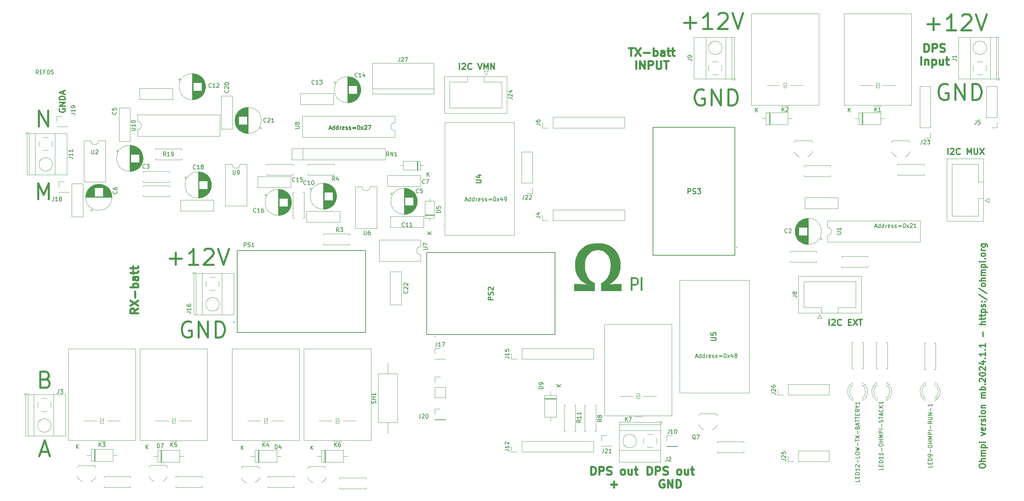
<source format=gbr>
%TF.GenerationSoftware,KiCad,Pcbnew,8.0.9-8.0.9-0~ubuntu24.04.1*%
%TF.CreationDate,2025-09-11T09:49:23+02:00*%
%TF.ProjectId,mb.2024.1.0,6d622e32-3032-4342-9e31-2e302e6b6963,rev?*%
%TF.SameCoordinates,Original*%
%TF.FileFunction,Legend,Top*%
%TF.FilePolarity,Positive*%
%FSLAX46Y46*%
G04 Gerber Fmt 4.6, Leading zero omitted, Abs format (unit mm)*
G04 Created by KiCad (PCBNEW 8.0.9-8.0.9-0~ubuntu24.04.1) date 2025-09-11 09:49:23*
%MOMM*%
%LPD*%
G01*
G04 APERTURE LIST*
%ADD10C,0.500000*%
%ADD11C,0.300000*%
%ADD12C,0.250000*%
%ADD13C,0.150000*%
%ADD14C,0.254000*%
%ADD15C,0.120000*%
%ADD16C,0.127000*%
%ADD17C,0.200000*%
%ADD18C,0.100000*%
%ADD19C,0.000000*%
G04 APERTURE END LIST*
D10*
X19748666Y-81072476D02*
X19748666Y-77072476D01*
X19748666Y-77072476D02*
X21082000Y-79929619D01*
X21082000Y-79929619D02*
X22415333Y-77072476D01*
X22415333Y-77072476D02*
X22415333Y-81072476D01*
D11*
X215946510Y-112322828D02*
X215946510Y-110822828D01*
X216589368Y-110965685D02*
X216660796Y-110894257D01*
X216660796Y-110894257D02*
X216803654Y-110822828D01*
X216803654Y-110822828D02*
X217160796Y-110822828D01*
X217160796Y-110822828D02*
X217303654Y-110894257D01*
X217303654Y-110894257D02*
X217375082Y-110965685D01*
X217375082Y-110965685D02*
X217446511Y-111108542D01*
X217446511Y-111108542D02*
X217446511Y-111251400D01*
X217446511Y-111251400D02*
X217375082Y-111465685D01*
X217375082Y-111465685D02*
X216517939Y-112322828D01*
X216517939Y-112322828D02*
X217446511Y-112322828D01*
X218946510Y-112179971D02*
X218875082Y-112251400D01*
X218875082Y-112251400D02*
X218660796Y-112322828D01*
X218660796Y-112322828D02*
X218517939Y-112322828D01*
X218517939Y-112322828D02*
X218303653Y-112251400D01*
X218303653Y-112251400D02*
X218160796Y-112108542D01*
X218160796Y-112108542D02*
X218089367Y-111965685D01*
X218089367Y-111965685D02*
X218017939Y-111679971D01*
X218017939Y-111679971D02*
X218017939Y-111465685D01*
X218017939Y-111465685D02*
X218089367Y-111179971D01*
X218089367Y-111179971D02*
X218160796Y-111037114D01*
X218160796Y-111037114D02*
X218303653Y-110894257D01*
X218303653Y-110894257D02*
X218517939Y-110822828D01*
X218517939Y-110822828D02*
X218660796Y-110822828D01*
X218660796Y-110822828D02*
X218875082Y-110894257D01*
X218875082Y-110894257D02*
X218946510Y-110965685D01*
X220732224Y-111537114D02*
X221232224Y-111537114D01*
X221446510Y-112322828D02*
X220732224Y-112322828D01*
X220732224Y-112322828D02*
X220732224Y-110822828D01*
X220732224Y-110822828D02*
X221446510Y-110822828D01*
X221946510Y-110822828D02*
X222946510Y-112322828D01*
X222946510Y-110822828D02*
X221946510Y-112322828D01*
X223303653Y-110822828D02*
X224160796Y-110822828D01*
X223732224Y-112322828D02*
X223732224Y-110822828D01*
D10*
X179952380Y-37300666D02*
X183000000Y-37300666D01*
X181476190Y-38824476D02*
X181476190Y-35776857D01*
X187000000Y-38824476D02*
X184714285Y-38824476D01*
X185857142Y-38824476D02*
X185857142Y-34824476D01*
X185857142Y-34824476D02*
X185476190Y-35395904D01*
X185476190Y-35395904D02*
X185095238Y-35776857D01*
X185095238Y-35776857D02*
X184714285Y-35967333D01*
X188523809Y-35205428D02*
X188714285Y-35014952D01*
X188714285Y-35014952D02*
X189095238Y-34824476D01*
X189095238Y-34824476D02*
X190047619Y-34824476D01*
X190047619Y-34824476D02*
X190428571Y-35014952D01*
X190428571Y-35014952D02*
X190619047Y-35205428D01*
X190619047Y-35205428D02*
X190809524Y-35586380D01*
X190809524Y-35586380D02*
X190809524Y-35967333D01*
X190809524Y-35967333D02*
X190619047Y-36538761D01*
X190619047Y-36538761D02*
X188333333Y-38824476D01*
X188333333Y-38824476D02*
X190809524Y-38824476D01*
X191952381Y-34824476D02*
X193285714Y-38824476D01*
X193285714Y-38824476D02*
X194619048Y-34824476D01*
X170910952Y-149403294D02*
X170910952Y-147403294D01*
X170910952Y-147403294D02*
X171387142Y-147403294D01*
X171387142Y-147403294D02*
X171672857Y-147498532D01*
X171672857Y-147498532D02*
X171863333Y-147689008D01*
X171863333Y-147689008D02*
X171958571Y-147879484D01*
X171958571Y-147879484D02*
X172053809Y-148260436D01*
X172053809Y-148260436D02*
X172053809Y-148546151D01*
X172053809Y-148546151D02*
X171958571Y-148927103D01*
X171958571Y-148927103D02*
X171863333Y-149117579D01*
X171863333Y-149117579D02*
X171672857Y-149308056D01*
X171672857Y-149308056D02*
X171387142Y-149403294D01*
X171387142Y-149403294D02*
X170910952Y-149403294D01*
X172910952Y-149403294D02*
X172910952Y-147403294D01*
X172910952Y-147403294D02*
X173672857Y-147403294D01*
X173672857Y-147403294D02*
X173863333Y-147498532D01*
X173863333Y-147498532D02*
X173958571Y-147593770D01*
X173958571Y-147593770D02*
X174053809Y-147784246D01*
X174053809Y-147784246D02*
X174053809Y-148069960D01*
X174053809Y-148069960D02*
X173958571Y-148260436D01*
X173958571Y-148260436D02*
X173863333Y-148355675D01*
X173863333Y-148355675D02*
X173672857Y-148450913D01*
X173672857Y-148450913D02*
X172910952Y-148450913D01*
X174815714Y-149308056D02*
X175101428Y-149403294D01*
X175101428Y-149403294D02*
X175577619Y-149403294D01*
X175577619Y-149403294D02*
X175768095Y-149308056D01*
X175768095Y-149308056D02*
X175863333Y-149212817D01*
X175863333Y-149212817D02*
X175958571Y-149022341D01*
X175958571Y-149022341D02*
X175958571Y-148831865D01*
X175958571Y-148831865D02*
X175863333Y-148641389D01*
X175863333Y-148641389D02*
X175768095Y-148546151D01*
X175768095Y-148546151D02*
X175577619Y-148450913D01*
X175577619Y-148450913D02*
X175196666Y-148355675D01*
X175196666Y-148355675D02*
X175006190Y-148260436D01*
X175006190Y-148260436D02*
X174910952Y-148165198D01*
X174910952Y-148165198D02*
X174815714Y-147974722D01*
X174815714Y-147974722D02*
X174815714Y-147784246D01*
X174815714Y-147784246D02*
X174910952Y-147593770D01*
X174910952Y-147593770D02*
X175006190Y-147498532D01*
X175006190Y-147498532D02*
X175196666Y-147403294D01*
X175196666Y-147403294D02*
X175672857Y-147403294D01*
X175672857Y-147403294D02*
X175958571Y-147498532D01*
X178625238Y-149403294D02*
X178434762Y-149308056D01*
X178434762Y-149308056D02*
X178339524Y-149212817D01*
X178339524Y-149212817D02*
X178244286Y-149022341D01*
X178244286Y-149022341D02*
X178244286Y-148450913D01*
X178244286Y-148450913D02*
X178339524Y-148260436D01*
X178339524Y-148260436D02*
X178434762Y-148165198D01*
X178434762Y-148165198D02*
X178625238Y-148069960D01*
X178625238Y-148069960D02*
X178910953Y-148069960D01*
X178910953Y-148069960D02*
X179101429Y-148165198D01*
X179101429Y-148165198D02*
X179196667Y-148260436D01*
X179196667Y-148260436D02*
X179291905Y-148450913D01*
X179291905Y-148450913D02*
X179291905Y-149022341D01*
X179291905Y-149022341D02*
X179196667Y-149212817D01*
X179196667Y-149212817D02*
X179101429Y-149308056D01*
X179101429Y-149308056D02*
X178910953Y-149403294D01*
X178910953Y-149403294D02*
X178625238Y-149403294D01*
X181006191Y-148069960D02*
X181006191Y-149403294D01*
X180149048Y-148069960D02*
X180149048Y-149117579D01*
X180149048Y-149117579D02*
X180244286Y-149308056D01*
X180244286Y-149308056D02*
X180434762Y-149403294D01*
X180434762Y-149403294D02*
X180720477Y-149403294D01*
X180720477Y-149403294D02*
X180910953Y-149308056D01*
X180910953Y-149308056D02*
X181006191Y-149212817D01*
X181672858Y-148069960D02*
X182434762Y-148069960D01*
X181958572Y-147403294D02*
X181958572Y-149117579D01*
X181958572Y-149117579D02*
X182053810Y-149308056D01*
X182053810Y-149308056D02*
X182244286Y-149403294D01*
X182244286Y-149403294D02*
X182434762Y-149403294D01*
X175006190Y-150718420D02*
X174815714Y-150623182D01*
X174815714Y-150623182D02*
X174530000Y-150623182D01*
X174530000Y-150623182D02*
X174244285Y-150718420D01*
X174244285Y-150718420D02*
X174053809Y-150908896D01*
X174053809Y-150908896D02*
X173958571Y-151099372D01*
X173958571Y-151099372D02*
X173863333Y-151480324D01*
X173863333Y-151480324D02*
X173863333Y-151766039D01*
X173863333Y-151766039D02*
X173958571Y-152146991D01*
X173958571Y-152146991D02*
X174053809Y-152337467D01*
X174053809Y-152337467D02*
X174244285Y-152527944D01*
X174244285Y-152527944D02*
X174530000Y-152623182D01*
X174530000Y-152623182D02*
X174720476Y-152623182D01*
X174720476Y-152623182D02*
X175006190Y-152527944D01*
X175006190Y-152527944D02*
X175101428Y-152432705D01*
X175101428Y-152432705D02*
X175101428Y-151766039D01*
X175101428Y-151766039D02*
X174720476Y-151766039D01*
X175958571Y-152623182D02*
X175958571Y-150623182D01*
X175958571Y-150623182D02*
X177101428Y-152623182D01*
X177101428Y-152623182D02*
X177101428Y-150623182D01*
X178053809Y-152623182D02*
X178053809Y-150623182D01*
X178053809Y-150623182D02*
X178529999Y-150623182D01*
X178529999Y-150623182D02*
X178815714Y-150718420D01*
X178815714Y-150718420D02*
X179006190Y-150908896D01*
X179006190Y-150908896D02*
X179101428Y-151099372D01*
X179101428Y-151099372D02*
X179196666Y-151480324D01*
X179196666Y-151480324D02*
X179196666Y-151766039D01*
X179196666Y-151766039D02*
X179101428Y-152146991D01*
X179101428Y-152146991D02*
X179006190Y-152337467D01*
X179006190Y-152337467D02*
X178815714Y-152527944D01*
X178815714Y-152527944D02*
X178529999Y-152623182D01*
X178529999Y-152623182D02*
X178053809Y-152623182D01*
D12*
X91885142Y-63409904D02*
X92361332Y-63409904D01*
X91789904Y-63695619D02*
X92123237Y-62695619D01*
X92123237Y-62695619D02*
X92456570Y-63695619D01*
X93218475Y-63695619D02*
X93218475Y-62695619D01*
X93218475Y-63648000D02*
X93123237Y-63695619D01*
X93123237Y-63695619D02*
X92932761Y-63695619D01*
X92932761Y-63695619D02*
X92837523Y-63648000D01*
X92837523Y-63648000D02*
X92789904Y-63600380D01*
X92789904Y-63600380D02*
X92742285Y-63505142D01*
X92742285Y-63505142D02*
X92742285Y-63219428D01*
X92742285Y-63219428D02*
X92789904Y-63124190D01*
X92789904Y-63124190D02*
X92837523Y-63076571D01*
X92837523Y-63076571D02*
X92932761Y-63028952D01*
X92932761Y-63028952D02*
X93123237Y-63028952D01*
X93123237Y-63028952D02*
X93218475Y-63076571D01*
X94123237Y-63695619D02*
X94123237Y-62695619D01*
X94123237Y-63648000D02*
X94027999Y-63695619D01*
X94027999Y-63695619D02*
X93837523Y-63695619D01*
X93837523Y-63695619D02*
X93742285Y-63648000D01*
X93742285Y-63648000D02*
X93694666Y-63600380D01*
X93694666Y-63600380D02*
X93647047Y-63505142D01*
X93647047Y-63505142D02*
X93647047Y-63219428D01*
X93647047Y-63219428D02*
X93694666Y-63124190D01*
X93694666Y-63124190D02*
X93742285Y-63076571D01*
X93742285Y-63076571D02*
X93837523Y-63028952D01*
X93837523Y-63028952D02*
X94027999Y-63028952D01*
X94027999Y-63028952D02*
X94123237Y-63076571D01*
X94599428Y-63695619D02*
X94599428Y-63028952D01*
X94599428Y-63219428D02*
X94647047Y-63124190D01*
X94647047Y-63124190D02*
X94694666Y-63076571D01*
X94694666Y-63076571D02*
X94789904Y-63028952D01*
X94789904Y-63028952D02*
X94885142Y-63028952D01*
X95599428Y-63648000D02*
X95504190Y-63695619D01*
X95504190Y-63695619D02*
X95313714Y-63695619D01*
X95313714Y-63695619D02*
X95218476Y-63648000D01*
X95218476Y-63648000D02*
X95170857Y-63552761D01*
X95170857Y-63552761D02*
X95170857Y-63171809D01*
X95170857Y-63171809D02*
X95218476Y-63076571D01*
X95218476Y-63076571D02*
X95313714Y-63028952D01*
X95313714Y-63028952D02*
X95504190Y-63028952D01*
X95504190Y-63028952D02*
X95599428Y-63076571D01*
X95599428Y-63076571D02*
X95647047Y-63171809D01*
X95647047Y-63171809D02*
X95647047Y-63267047D01*
X95647047Y-63267047D02*
X95170857Y-63362285D01*
X96028000Y-63648000D02*
X96123238Y-63695619D01*
X96123238Y-63695619D02*
X96313714Y-63695619D01*
X96313714Y-63695619D02*
X96408952Y-63648000D01*
X96408952Y-63648000D02*
X96456571Y-63552761D01*
X96456571Y-63552761D02*
X96456571Y-63505142D01*
X96456571Y-63505142D02*
X96408952Y-63409904D01*
X96408952Y-63409904D02*
X96313714Y-63362285D01*
X96313714Y-63362285D02*
X96170857Y-63362285D01*
X96170857Y-63362285D02*
X96075619Y-63314666D01*
X96075619Y-63314666D02*
X96028000Y-63219428D01*
X96028000Y-63219428D02*
X96028000Y-63171809D01*
X96028000Y-63171809D02*
X96075619Y-63076571D01*
X96075619Y-63076571D02*
X96170857Y-63028952D01*
X96170857Y-63028952D02*
X96313714Y-63028952D01*
X96313714Y-63028952D02*
X96408952Y-63076571D01*
X96837524Y-63648000D02*
X96932762Y-63695619D01*
X96932762Y-63695619D02*
X97123238Y-63695619D01*
X97123238Y-63695619D02*
X97218476Y-63648000D01*
X97218476Y-63648000D02*
X97266095Y-63552761D01*
X97266095Y-63552761D02*
X97266095Y-63505142D01*
X97266095Y-63505142D02*
X97218476Y-63409904D01*
X97218476Y-63409904D02*
X97123238Y-63362285D01*
X97123238Y-63362285D02*
X96980381Y-63362285D01*
X96980381Y-63362285D02*
X96885143Y-63314666D01*
X96885143Y-63314666D02*
X96837524Y-63219428D01*
X96837524Y-63219428D02*
X96837524Y-63171809D01*
X96837524Y-63171809D02*
X96885143Y-63076571D01*
X96885143Y-63076571D02*
X96980381Y-63028952D01*
X96980381Y-63028952D02*
X97123238Y-63028952D01*
X97123238Y-63028952D02*
X97218476Y-63076571D01*
X97694667Y-63171809D02*
X98456572Y-63171809D01*
X98456572Y-63457523D02*
X97694667Y-63457523D01*
X99123238Y-62695619D02*
X99218476Y-62695619D01*
X99218476Y-62695619D02*
X99313714Y-62743238D01*
X99313714Y-62743238D02*
X99361333Y-62790857D01*
X99361333Y-62790857D02*
X99408952Y-62886095D01*
X99408952Y-62886095D02*
X99456571Y-63076571D01*
X99456571Y-63076571D02*
X99456571Y-63314666D01*
X99456571Y-63314666D02*
X99408952Y-63505142D01*
X99408952Y-63505142D02*
X99361333Y-63600380D01*
X99361333Y-63600380D02*
X99313714Y-63648000D01*
X99313714Y-63648000D02*
X99218476Y-63695619D01*
X99218476Y-63695619D02*
X99123238Y-63695619D01*
X99123238Y-63695619D02*
X99028000Y-63648000D01*
X99028000Y-63648000D02*
X98980381Y-63600380D01*
X98980381Y-63600380D02*
X98932762Y-63505142D01*
X98932762Y-63505142D02*
X98885143Y-63314666D01*
X98885143Y-63314666D02*
X98885143Y-63076571D01*
X98885143Y-63076571D02*
X98932762Y-62886095D01*
X98932762Y-62886095D02*
X98980381Y-62790857D01*
X98980381Y-62790857D02*
X99028000Y-62743238D01*
X99028000Y-62743238D02*
X99123238Y-62695619D01*
X99789905Y-63695619D02*
X100313714Y-63028952D01*
X99789905Y-63028952D02*
X100313714Y-63695619D01*
X100647048Y-62790857D02*
X100694667Y-62743238D01*
X100694667Y-62743238D02*
X100789905Y-62695619D01*
X100789905Y-62695619D02*
X101028000Y-62695619D01*
X101028000Y-62695619D02*
X101123238Y-62743238D01*
X101123238Y-62743238D02*
X101170857Y-62790857D01*
X101170857Y-62790857D02*
X101218476Y-62886095D01*
X101218476Y-62886095D02*
X101218476Y-62981333D01*
X101218476Y-62981333D02*
X101170857Y-63124190D01*
X101170857Y-63124190D02*
X100599429Y-63695619D01*
X100599429Y-63695619D02*
X101218476Y-63695619D01*
X101551810Y-62695619D02*
X102218476Y-62695619D01*
X102218476Y-62695619D02*
X101789905Y-63695619D01*
D10*
X21621714Y-125713238D02*
X22193142Y-125903714D01*
X22193142Y-125903714D02*
X22383619Y-126094190D01*
X22383619Y-126094190D02*
X22574095Y-126475142D01*
X22574095Y-126475142D02*
X22574095Y-127046571D01*
X22574095Y-127046571D02*
X22383619Y-127427523D01*
X22383619Y-127427523D02*
X22193142Y-127618000D01*
X22193142Y-127618000D02*
X21812190Y-127808476D01*
X21812190Y-127808476D02*
X20288380Y-127808476D01*
X20288380Y-127808476D02*
X20288380Y-123808476D01*
X20288380Y-123808476D02*
X21621714Y-123808476D01*
X21621714Y-123808476D02*
X22002666Y-123998952D01*
X22002666Y-123998952D02*
X22193142Y-124189428D01*
X22193142Y-124189428D02*
X22383619Y-124570380D01*
X22383619Y-124570380D02*
X22383619Y-124951333D01*
X22383619Y-124951333D02*
X22193142Y-125332285D01*
X22193142Y-125332285D02*
X22002666Y-125522761D01*
X22002666Y-125522761D02*
X21621714Y-125713238D01*
X21621714Y-125713238D02*
X20288380Y-125713238D01*
X44587238Y-108155809D02*
X43634857Y-108822476D01*
X44587238Y-109298666D02*
X42587238Y-109298666D01*
X42587238Y-109298666D02*
X42587238Y-108536761D01*
X42587238Y-108536761D02*
X42682476Y-108346285D01*
X42682476Y-108346285D02*
X42777714Y-108251047D01*
X42777714Y-108251047D02*
X42968190Y-108155809D01*
X42968190Y-108155809D02*
X43253904Y-108155809D01*
X43253904Y-108155809D02*
X43444380Y-108251047D01*
X43444380Y-108251047D02*
X43539619Y-108346285D01*
X43539619Y-108346285D02*
X43634857Y-108536761D01*
X43634857Y-108536761D02*
X43634857Y-109298666D01*
X42587238Y-107489142D02*
X44587238Y-106155809D01*
X42587238Y-106155809D02*
X44587238Y-107489142D01*
X43825333Y-105393904D02*
X43825333Y-103870095D01*
X44587238Y-102917714D02*
X42587238Y-102917714D01*
X43349142Y-102917714D02*
X43253904Y-102727238D01*
X43253904Y-102727238D02*
X43253904Y-102346285D01*
X43253904Y-102346285D02*
X43349142Y-102155809D01*
X43349142Y-102155809D02*
X43444380Y-102060571D01*
X43444380Y-102060571D02*
X43634857Y-101965333D01*
X43634857Y-101965333D02*
X44206285Y-101965333D01*
X44206285Y-101965333D02*
X44396761Y-102060571D01*
X44396761Y-102060571D02*
X44492000Y-102155809D01*
X44492000Y-102155809D02*
X44587238Y-102346285D01*
X44587238Y-102346285D02*
X44587238Y-102727238D01*
X44587238Y-102727238D02*
X44492000Y-102917714D01*
X44587238Y-100251047D02*
X43539619Y-100251047D01*
X43539619Y-100251047D02*
X43349142Y-100346285D01*
X43349142Y-100346285D02*
X43253904Y-100536761D01*
X43253904Y-100536761D02*
X43253904Y-100917714D01*
X43253904Y-100917714D02*
X43349142Y-101108190D01*
X44492000Y-100251047D02*
X44587238Y-100441523D01*
X44587238Y-100441523D02*
X44587238Y-100917714D01*
X44587238Y-100917714D02*
X44492000Y-101108190D01*
X44492000Y-101108190D02*
X44301523Y-101203428D01*
X44301523Y-101203428D02*
X44111047Y-101203428D01*
X44111047Y-101203428D02*
X43920571Y-101108190D01*
X43920571Y-101108190D02*
X43825333Y-100917714D01*
X43825333Y-100917714D02*
X43825333Y-100441523D01*
X43825333Y-100441523D02*
X43730095Y-100251047D01*
X43253904Y-99584380D02*
X43253904Y-98822476D01*
X42587238Y-99298666D02*
X44301523Y-99298666D01*
X44301523Y-99298666D02*
X44492000Y-99203428D01*
X44492000Y-99203428D02*
X44587238Y-99012952D01*
X44587238Y-99012952D02*
X44587238Y-98822476D01*
X43253904Y-98441523D02*
X43253904Y-97679619D01*
X42587238Y-98155809D02*
X44301523Y-98155809D01*
X44301523Y-98155809D02*
X44492000Y-98060571D01*
X44492000Y-98060571D02*
X44587238Y-97870095D01*
X44587238Y-97870095D02*
X44587238Y-97679619D01*
D13*
X125667142Y-81195104D02*
X126143332Y-81195104D01*
X125571904Y-81480819D02*
X125905237Y-80480819D01*
X125905237Y-80480819D02*
X126238570Y-81480819D01*
X127000475Y-81480819D02*
X127000475Y-80480819D01*
X127000475Y-81433200D02*
X126905237Y-81480819D01*
X126905237Y-81480819D02*
X126714761Y-81480819D01*
X126714761Y-81480819D02*
X126619523Y-81433200D01*
X126619523Y-81433200D02*
X126571904Y-81385580D01*
X126571904Y-81385580D02*
X126524285Y-81290342D01*
X126524285Y-81290342D02*
X126524285Y-81004628D01*
X126524285Y-81004628D02*
X126571904Y-80909390D01*
X126571904Y-80909390D02*
X126619523Y-80861771D01*
X126619523Y-80861771D02*
X126714761Y-80814152D01*
X126714761Y-80814152D02*
X126905237Y-80814152D01*
X126905237Y-80814152D02*
X127000475Y-80861771D01*
X127905237Y-81480819D02*
X127905237Y-80480819D01*
X127905237Y-81433200D02*
X127809999Y-81480819D01*
X127809999Y-81480819D02*
X127619523Y-81480819D01*
X127619523Y-81480819D02*
X127524285Y-81433200D01*
X127524285Y-81433200D02*
X127476666Y-81385580D01*
X127476666Y-81385580D02*
X127429047Y-81290342D01*
X127429047Y-81290342D02*
X127429047Y-81004628D01*
X127429047Y-81004628D02*
X127476666Y-80909390D01*
X127476666Y-80909390D02*
X127524285Y-80861771D01*
X127524285Y-80861771D02*
X127619523Y-80814152D01*
X127619523Y-80814152D02*
X127809999Y-80814152D01*
X127809999Y-80814152D02*
X127905237Y-80861771D01*
X128381428Y-81480819D02*
X128381428Y-80814152D01*
X128381428Y-81004628D02*
X128429047Y-80909390D01*
X128429047Y-80909390D02*
X128476666Y-80861771D01*
X128476666Y-80861771D02*
X128571904Y-80814152D01*
X128571904Y-80814152D02*
X128667142Y-80814152D01*
X129381428Y-81433200D02*
X129286190Y-81480819D01*
X129286190Y-81480819D02*
X129095714Y-81480819D01*
X129095714Y-81480819D02*
X129000476Y-81433200D01*
X129000476Y-81433200D02*
X128952857Y-81337961D01*
X128952857Y-81337961D02*
X128952857Y-80957009D01*
X128952857Y-80957009D02*
X129000476Y-80861771D01*
X129000476Y-80861771D02*
X129095714Y-80814152D01*
X129095714Y-80814152D02*
X129286190Y-80814152D01*
X129286190Y-80814152D02*
X129381428Y-80861771D01*
X129381428Y-80861771D02*
X129429047Y-80957009D01*
X129429047Y-80957009D02*
X129429047Y-81052247D01*
X129429047Y-81052247D02*
X128952857Y-81147485D01*
X129810000Y-81433200D02*
X129905238Y-81480819D01*
X129905238Y-81480819D02*
X130095714Y-81480819D01*
X130095714Y-81480819D02*
X130190952Y-81433200D01*
X130190952Y-81433200D02*
X130238571Y-81337961D01*
X130238571Y-81337961D02*
X130238571Y-81290342D01*
X130238571Y-81290342D02*
X130190952Y-81195104D01*
X130190952Y-81195104D02*
X130095714Y-81147485D01*
X130095714Y-81147485D02*
X129952857Y-81147485D01*
X129952857Y-81147485D02*
X129857619Y-81099866D01*
X129857619Y-81099866D02*
X129810000Y-81004628D01*
X129810000Y-81004628D02*
X129810000Y-80957009D01*
X129810000Y-80957009D02*
X129857619Y-80861771D01*
X129857619Y-80861771D02*
X129952857Y-80814152D01*
X129952857Y-80814152D02*
X130095714Y-80814152D01*
X130095714Y-80814152D02*
X130190952Y-80861771D01*
X130619524Y-81433200D02*
X130714762Y-81480819D01*
X130714762Y-81480819D02*
X130905238Y-81480819D01*
X130905238Y-81480819D02*
X131000476Y-81433200D01*
X131000476Y-81433200D02*
X131048095Y-81337961D01*
X131048095Y-81337961D02*
X131048095Y-81290342D01*
X131048095Y-81290342D02*
X131000476Y-81195104D01*
X131000476Y-81195104D02*
X130905238Y-81147485D01*
X130905238Y-81147485D02*
X130762381Y-81147485D01*
X130762381Y-81147485D02*
X130667143Y-81099866D01*
X130667143Y-81099866D02*
X130619524Y-81004628D01*
X130619524Y-81004628D02*
X130619524Y-80957009D01*
X130619524Y-80957009D02*
X130667143Y-80861771D01*
X130667143Y-80861771D02*
X130762381Y-80814152D01*
X130762381Y-80814152D02*
X130905238Y-80814152D01*
X130905238Y-80814152D02*
X131000476Y-80861771D01*
X131476667Y-80957009D02*
X132238572Y-80957009D01*
X132238572Y-81242723D02*
X131476667Y-81242723D01*
X132905238Y-80480819D02*
X133000476Y-80480819D01*
X133000476Y-80480819D02*
X133095714Y-80528438D01*
X133095714Y-80528438D02*
X133143333Y-80576057D01*
X133143333Y-80576057D02*
X133190952Y-80671295D01*
X133190952Y-80671295D02*
X133238571Y-80861771D01*
X133238571Y-80861771D02*
X133238571Y-81099866D01*
X133238571Y-81099866D02*
X133190952Y-81290342D01*
X133190952Y-81290342D02*
X133143333Y-81385580D01*
X133143333Y-81385580D02*
X133095714Y-81433200D01*
X133095714Y-81433200D02*
X133000476Y-81480819D01*
X133000476Y-81480819D02*
X132905238Y-81480819D01*
X132905238Y-81480819D02*
X132810000Y-81433200D01*
X132810000Y-81433200D02*
X132762381Y-81385580D01*
X132762381Y-81385580D02*
X132714762Y-81290342D01*
X132714762Y-81290342D02*
X132667143Y-81099866D01*
X132667143Y-81099866D02*
X132667143Y-80861771D01*
X132667143Y-80861771D02*
X132714762Y-80671295D01*
X132714762Y-80671295D02*
X132762381Y-80576057D01*
X132762381Y-80576057D02*
X132810000Y-80528438D01*
X132810000Y-80528438D02*
X132905238Y-80480819D01*
X133571905Y-81480819D02*
X134095714Y-80814152D01*
X133571905Y-80814152D02*
X134095714Y-81480819D01*
X134905238Y-80814152D02*
X134905238Y-81480819D01*
X134667143Y-80433200D02*
X134429048Y-81147485D01*
X134429048Y-81147485D02*
X135048095Y-81147485D01*
X135476667Y-81480819D02*
X135667143Y-81480819D01*
X135667143Y-81480819D02*
X135762381Y-81433200D01*
X135762381Y-81433200D02*
X135810000Y-81385580D01*
X135810000Y-81385580D02*
X135905238Y-81242723D01*
X135905238Y-81242723D02*
X135952857Y-81052247D01*
X135952857Y-81052247D02*
X135952857Y-80671295D01*
X135952857Y-80671295D02*
X135905238Y-80576057D01*
X135905238Y-80576057D02*
X135857619Y-80528438D01*
X135857619Y-80528438D02*
X135762381Y-80480819D01*
X135762381Y-80480819D02*
X135571905Y-80480819D01*
X135571905Y-80480819D02*
X135476667Y-80528438D01*
X135476667Y-80528438D02*
X135429048Y-80576057D01*
X135429048Y-80576057D02*
X135381429Y-80671295D01*
X135381429Y-80671295D02*
X135381429Y-80909390D01*
X135381429Y-80909390D02*
X135429048Y-81004628D01*
X135429048Y-81004628D02*
X135476667Y-81052247D01*
X135476667Y-81052247D02*
X135571905Y-81099866D01*
X135571905Y-81099866D02*
X135762381Y-81099866D01*
X135762381Y-81099866D02*
X135857619Y-81052247D01*
X135857619Y-81052247D02*
X135905238Y-81004628D01*
X135905238Y-81004628D02*
X135952857Y-80909390D01*
D10*
X245364381Y-52624952D02*
X244983428Y-52434476D01*
X244983428Y-52434476D02*
X244412000Y-52434476D01*
X244412000Y-52434476D02*
X243840571Y-52624952D01*
X243840571Y-52624952D02*
X243459619Y-53005904D01*
X243459619Y-53005904D02*
X243269142Y-53386857D01*
X243269142Y-53386857D02*
X243078666Y-54148761D01*
X243078666Y-54148761D02*
X243078666Y-54720190D01*
X243078666Y-54720190D02*
X243269142Y-55482095D01*
X243269142Y-55482095D02*
X243459619Y-55863047D01*
X243459619Y-55863047D02*
X243840571Y-56244000D01*
X243840571Y-56244000D02*
X244412000Y-56434476D01*
X244412000Y-56434476D02*
X244792952Y-56434476D01*
X244792952Y-56434476D02*
X245364381Y-56244000D01*
X245364381Y-56244000D02*
X245554857Y-56053523D01*
X245554857Y-56053523D02*
X245554857Y-54720190D01*
X245554857Y-54720190D02*
X244792952Y-54720190D01*
X247269142Y-56434476D02*
X247269142Y-52434476D01*
X247269142Y-52434476D02*
X249554857Y-56434476D01*
X249554857Y-56434476D02*
X249554857Y-52434476D01*
X251459618Y-56434476D02*
X251459618Y-52434476D01*
X251459618Y-52434476D02*
X252411999Y-52434476D01*
X252411999Y-52434476D02*
X252983428Y-52624952D01*
X252983428Y-52624952D02*
X253364380Y-53005904D01*
X253364380Y-53005904D02*
X253554857Y-53386857D01*
X253554857Y-53386857D02*
X253745333Y-54148761D01*
X253745333Y-54148761D02*
X253745333Y-54720190D01*
X253745333Y-54720190D02*
X253554857Y-55482095D01*
X253554857Y-55482095D02*
X253364380Y-55863047D01*
X253364380Y-55863047D02*
X252983428Y-56244000D01*
X252983428Y-56244000D02*
X252411999Y-56434476D01*
X252411999Y-56434476D02*
X251459618Y-56434476D01*
X184885040Y-53987828D02*
X184504087Y-53797352D01*
X184504087Y-53797352D02*
X183932659Y-53797352D01*
X183932659Y-53797352D02*
X183361230Y-53987828D01*
X183361230Y-53987828D02*
X182980278Y-54368780D01*
X182980278Y-54368780D02*
X182789801Y-54749733D01*
X182789801Y-54749733D02*
X182599325Y-55511637D01*
X182599325Y-55511637D02*
X182599325Y-56083066D01*
X182599325Y-56083066D02*
X182789801Y-56844971D01*
X182789801Y-56844971D02*
X182980278Y-57225923D01*
X182980278Y-57225923D02*
X183361230Y-57606876D01*
X183361230Y-57606876D02*
X183932659Y-57797352D01*
X183932659Y-57797352D02*
X184313611Y-57797352D01*
X184313611Y-57797352D02*
X184885040Y-57606876D01*
X184885040Y-57606876D02*
X185075516Y-57416399D01*
X185075516Y-57416399D02*
X185075516Y-56083066D01*
X185075516Y-56083066D02*
X184313611Y-56083066D01*
X186789801Y-57797352D02*
X186789801Y-53797352D01*
X186789801Y-53797352D02*
X189075516Y-57797352D01*
X189075516Y-57797352D02*
X189075516Y-53797352D01*
X190980277Y-57797352D02*
X190980277Y-53797352D01*
X190980277Y-53797352D02*
X191932658Y-53797352D01*
X191932658Y-53797352D02*
X192504087Y-53987828D01*
X192504087Y-53987828D02*
X192885039Y-54368780D01*
X192885039Y-54368780D02*
X193075516Y-54749733D01*
X193075516Y-54749733D02*
X193265992Y-55511637D01*
X193265992Y-55511637D02*
X193265992Y-56083066D01*
X193265992Y-56083066D02*
X193075516Y-56844971D01*
X193075516Y-56844971D02*
X192885039Y-57225923D01*
X192885039Y-57225923D02*
X192504087Y-57606876D01*
X192504087Y-57606876D02*
X191932658Y-57797352D01*
X191932658Y-57797352D02*
X190980277Y-57797352D01*
X239585809Y-44501294D02*
X239585809Y-42501294D01*
X239585809Y-42501294D02*
X240061999Y-42501294D01*
X240061999Y-42501294D02*
X240347714Y-42596532D01*
X240347714Y-42596532D02*
X240538190Y-42787008D01*
X240538190Y-42787008D02*
X240633428Y-42977484D01*
X240633428Y-42977484D02*
X240728666Y-43358436D01*
X240728666Y-43358436D02*
X240728666Y-43644151D01*
X240728666Y-43644151D02*
X240633428Y-44025103D01*
X240633428Y-44025103D02*
X240538190Y-44215579D01*
X240538190Y-44215579D02*
X240347714Y-44406056D01*
X240347714Y-44406056D02*
X240061999Y-44501294D01*
X240061999Y-44501294D02*
X239585809Y-44501294D01*
X241585809Y-44501294D02*
X241585809Y-42501294D01*
X241585809Y-42501294D02*
X242347714Y-42501294D01*
X242347714Y-42501294D02*
X242538190Y-42596532D01*
X242538190Y-42596532D02*
X242633428Y-42691770D01*
X242633428Y-42691770D02*
X242728666Y-42882246D01*
X242728666Y-42882246D02*
X242728666Y-43167960D01*
X242728666Y-43167960D02*
X242633428Y-43358436D01*
X242633428Y-43358436D02*
X242538190Y-43453675D01*
X242538190Y-43453675D02*
X242347714Y-43548913D01*
X242347714Y-43548913D02*
X241585809Y-43548913D01*
X243490571Y-44406056D02*
X243776285Y-44501294D01*
X243776285Y-44501294D02*
X244252476Y-44501294D01*
X244252476Y-44501294D02*
X244442952Y-44406056D01*
X244442952Y-44406056D02*
X244538190Y-44310817D01*
X244538190Y-44310817D02*
X244633428Y-44120341D01*
X244633428Y-44120341D02*
X244633428Y-43929865D01*
X244633428Y-43929865D02*
X244538190Y-43739389D01*
X244538190Y-43739389D02*
X244442952Y-43644151D01*
X244442952Y-43644151D02*
X244252476Y-43548913D01*
X244252476Y-43548913D02*
X243871523Y-43453675D01*
X243871523Y-43453675D02*
X243681047Y-43358436D01*
X243681047Y-43358436D02*
X243585809Y-43263198D01*
X243585809Y-43263198D02*
X243490571Y-43072722D01*
X243490571Y-43072722D02*
X243490571Y-42882246D01*
X243490571Y-42882246D02*
X243585809Y-42691770D01*
X243585809Y-42691770D02*
X243681047Y-42596532D01*
X243681047Y-42596532D02*
X243871523Y-42501294D01*
X243871523Y-42501294D02*
X244347714Y-42501294D01*
X244347714Y-42501294D02*
X244633428Y-42596532D01*
X238776285Y-47721182D02*
X238776285Y-45721182D01*
X239728666Y-46387848D02*
X239728666Y-47721182D01*
X239728666Y-46578324D02*
X239823904Y-46483086D01*
X239823904Y-46483086D02*
X240014380Y-46387848D01*
X240014380Y-46387848D02*
X240300095Y-46387848D01*
X240300095Y-46387848D02*
X240490571Y-46483086D01*
X240490571Y-46483086D02*
X240585809Y-46673563D01*
X240585809Y-46673563D02*
X240585809Y-47721182D01*
X241538190Y-46387848D02*
X241538190Y-48387848D01*
X241538190Y-46483086D02*
X241728666Y-46387848D01*
X241728666Y-46387848D02*
X242109619Y-46387848D01*
X242109619Y-46387848D02*
X242300095Y-46483086D01*
X242300095Y-46483086D02*
X242395333Y-46578324D01*
X242395333Y-46578324D02*
X242490571Y-46768801D01*
X242490571Y-46768801D02*
X242490571Y-47340229D01*
X242490571Y-47340229D02*
X242395333Y-47530705D01*
X242395333Y-47530705D02*
X242300095Y-47625944D01*
X242300095Y-47625944D02*
X242109619Y-47721182D01*
X242109619Y-47721182D02*
X241728666Y-47721182D01*
X241728666Y-47721182D02*
X241538190Y-47625944D01*
X244204857Y-46387848D02*
X244204857Y-47721182D01*
X243347714Y-46387848D02*
X243347714Y-47435467D01*
X243347714Y-47435467D02*
X243442952Y-47625944D01*
X243442952Y-47625944D02*
X243633428Y-47721182D01*
X243633428Y-47721182D02*
X243919143Y-47721182D01*
X243919143Y-47721182D02*
X244109619Y-47625944D01*
X244109619Y-47625944D02*
X244204857Y-47530705D01*
X244871524Y-46387848D02*
X245633428Y-46387848D01*
X245157238Y-45721182D02*
X245157238Y-47435467D01*
X245157238Y-47435467D02*
X245252476Y-47625944D01*
X245252476Y-47625944D02*
X245442952Y-47721182D01*
X245442952Y-47721182D02*
X245633428Y-47721182D01*
X57658381Y-111552952D02*
X57277428Y-111362476D01*
X57277428Y-111362476D02*
X56706000Y-111362476D01*
X56706000Y-111362476D02*
X56134571Y-111552952D01*
X56134571Y-111552952D02*
X55753619Y-111933904D01*
X55753619Y-111933904D02*
X55563142Y-112314857D01*
X55563142Y-112314857D02*
X55372666Y-113076761D01*
X55372666Y-113076761D02*
X55372666Y-113648190D01*
X55372666Y-113648190D02*
X55563142Y-114410095D01*
X55563142Y-114410095D02*
X55753619Y-114791047D01*
X55753619Y-114791047D02*
X56134571Y-115172000D01*
X56134571Y-115172000D02*
X56706000Y-115362476D01*
X56706000Y-115362476D02*
X57086952Y-115362476D01*
X57086952Y-115362476D02*
X57658381Y-115172000D01*
X57658381Y-115172000D02*
X57848857Y-114981523D01*
X57848857Y-114981523D02*
X57848857Y-113648190D01*
X57848857Y-113648190D02*
X57086952Y-113648190D01*
X59563142Y-115362476D02*
X59563142Y-111362476D01*
X59563142Y-111362476D02*
X61848857Y-115362476D01*
X61848857Y-115362476D02*
X61848857Y-111362476D01*
X63753618Y-115362476D02*
X63753618Y-111362476D01*
X63753618Y-111362476D02*
X64705999Y-111362476D01*
X64705999Y-111362476D02*
X65277428Y-111552952D01*
X65277428Y-111552952D02*
X65658380Y-111933904D01*
X65658380Y-111933904D02*
X65848857Y-112314857D01*
X65848857Y-112314857D02*
X66039333Y-113076761D01*
X66039333Y-113076761D02*
X66039333Y-113648190D01*
X66039333Y-113648190D02*
X65848857Y-114410095D01*
X65848857Y-114410095D02*
X65658380Y-114791047D01*
X65658380Y-114791047D02*
X65277428Y-115172000D01*
X65277428Y-115172000D02*
X64705999Y-115362476D01*
X64705999Y-115362476D02*
X63753618Y-115362476D01*
D11*
X253178328Y-147316571D02*
X253178328Y-147030857D01*
X253178328Y-147030857D02*
X253249757Y-146888000D01*
X253249757Y-146888000D02*
X253392614Y-146745143D01*
X253392614Y-146745143D02*
X253678328Y-146673714D01*
X253678328Y-146673714D02*
X254178328Y-146673714D01*
X254178328Y-146673714D02*
X254464042Y-146745143D01*
X254464042Y-146745143D02*
X254606900Y-146888000D01*
X254606900Y-146888000D02*
X254678328Y-147030857D01*
X254678328Y-147030857D02*
X254678328Y-147316571D01*
X254678328Y-147316571D02*
X254606900Y-147459429D01*
X254606900Y-147459429D02*
X254464042Y-147602286D01*
X254464042Y-147602286D02*
X254178328Y-147673714D01*
X254178328Y-147673714D02*
X253678328Y-147673714D01*
X253678328Y-147673714D02*
X253392614Y-147602286D01*
X253392614Y-147602286D02*
X253249757Y-147459429D01*
X253249757Y-147459429D02*
X253178328Y-147316571D01*
X254678328Y-146030857D02*
X253178328Y-146030857D01*
X254678328Y-145388000D02*
X253892614Y-145388000D01*
X253892614Y-145388000D02*
X253749757Y-145459428D01*
X253749757Y-145459428D02*
X253678328Y-145602285D01*
X253678328Y-145602285D02*
X253678328Y-145816571D01*
X253678328Y-145816571D02*
X253749757Y-145959428D01*
X253749757Y-145959428D02*
X253821185Y-146030857D01*
X254678328Y-144673714D02*
X253678328Y-144673714D01*
X253821185Y-144673714D02*
X253749757Y-144602285D01*
X253749757Y-144602285D02*
X253678328Y-144459428D01*
X253678328Y-144459428D02*
X253678328Y-144245142D01*
X253678328Y-144245142D02*
X253749757Y-144102285D01*
X253749757Y-144102285D02*
X253892614Y-144030857D01*
X253892614Y-144030857D02*
X254678328Y-144030857D01*
X253892614Y-144030857D02*
X253749757Y-143959428D01*
X253749757Y-143959428D02*
X253678328Y-143816571D01*
X253678328Y-143816571D02*
X253678328Y-143602285D01*
X253678328Y-143602285D02*
X253749757Y-143459428D01*
X253749757Y-143459428D02*
X253892614Y-143387999D01*
X253892614Y-143387999D02*
X254678328Y-143387999D01*
X253678328Y-142673714D02*
X255178328Y-142673714D01*
X253749757Y-142673714D02*
X253678328Y-142530857D01*
X253678328Y-142530857D02*
X253678328Y-142245142D01*
X253678328Y-142245142D02*
X253749757Y-142102285D01*
X253749757Y-142102285D02*
X253821185Y-142030857D01*
X253821185Y-142030857D02*
X253964042Y-141959428D01*
X253964042Y-141959428D02*
X254392614Y-141959428D01*
X254392614Y-141959428D02*
X254535471Y-142030857D01*
X254535471Y-142030857D02*
X254606900Y-142102285D01*
X254606900Y-142102285D02*
X254678328Y-142245142D01*
X254678328Y-142245142D02*
X254678328Y-142530857D01*
X254678328Y-142530857D02*
X254606900Y-142673714D01*
X254678328Y-141316571D02*
X253678328Y-141316571D01*
X253178328Y-141316571D02*
X253249757Y-141387999D01*
X253249757Y-141387999D02*
X253321185Y-141316571D01*
X253321185Y-141316571D02*
X253249757Y-141245142D01*
X253249757Y-141245142D02*
X253178328Y-141316571D01*
X253178328Y-141316571D02*
X253321185Y-141316571D01*
X253678328Y-139602285D02*
X254678328Y-139245142D01*
X254678328Y-139245142D02*
X253678328Y-138887999D01*
X254606900Y-137745142D02*
X254678328Y-137887999D01*
X254678328Y-137887999D02*
X254678328Y-138173714D01*
X254678328Y-138173714D02*
X254606900Y-138316571D01*
X254606900Y-138316571D02*
X254464042Y-138387999D01*
X254464042Y-138387999D02*
X253892614Y-138387999D01*
X253892614Y-138387999D02*
X253749757Y-138316571D01*
X253749757Y-138316571D02*
X253678328Y-138173714D01*
X253678328Y-138173714D02*
X253678328Y-137887999D01*
X253678328Y-137887999D02*
X253749757Y-137745142D01*
X253749757Y-137745142D02*
X253892614Y-137673714D01*
X253892614Y-137673714D02*
X254035471Y-137673714D01*
X254035471Y-137673714D02*
X254178328Y-138387999D01*
X254678328Y-137030857D02*
X253678328Y-137030857D01*
X253964042Y-137030857D02*
X253821185Y-136959428D01*
X253821185Y-136959428D02*
X253749757Y-136888000D01*
X253749757Y-136888000D02*
X253678328Y-136745142D01*
X253678328Y-136745142D02*
X253678328Y-136602285D01*
X254606900Y-136173714D02*
X254678328Y-136030857D01*
X254678328Y-136030857D02*
X254678328Y-135745143D01*
X254678328Y-135745143D02*
X254606900Y-135602286D01*
X254606900Y-135602286D02*
X254464042Y-135530857D01*
X254464042Y-135530857D02*
X254392614Y-135530857D01*
X254392614Y-135530857D02*
X254249757Y-135602286D01*
X254249757Y-135602286D02*
X254178328Y-135745143D01*
X254178328Y-135745143D02*
X254178328Y-135959429D01*
X254178328Y-135959429D02*
X254106900Y-136102286D01*
X254106900Y-136102286D02*
X253964042Y-136173714D01*
X253964042Y-136173714D02*
X253892614Y-136173714D01*
X253892614Y-136173714D02*
X253749757Y-136102286D01*
X253749757Y-136102286D02*
X253678328Y-135959429D01*
X253678328Y-135959429D02*
X253678328Y-135745143D01*
X253678328Y-135745143D02*
X253749757Y-135602286D01*
X254678328Y-134888000D02*
X253678328Y-134888000D01*
X253178328Y-134888000D02*
X253249757Y-134959428D01*
X253249757Y-134959428D02*
X253321185Y-134888000D01*
X253321185Y-134888000D02*
X253249757Y-134816571D01*
X253249757Y-134816571D02*
X253178328Y-134888000D01*
X253178328Y-134888000D02*
X253321185Y-134888000D01*
X254678328Y-133959428D02*
X254606900Y-134102285D01*
X254606900Y-134102285D02*
X254535471Y-134173714D01*
X254535471Y-134173714D02*
X254392614Y-134245142D01*
X254392614Y-134245142D02*
X253964042Y-134245142D01*
X253964042Y-134245142D02*
X253821185Y-134173714D01*
X253821185Y-134173714D02*
X253749757Y-134102285D01*
X253749757Y-134102285D02*
X253678328Y-133959428D01*
X253678328Y-133959428D02*
X253678328Y-133745142D01*
X253678328Y-133745142D02*
X253749757Y-133602285D01*
X253749757Y-133602285D02*
X253821185Y-133530857D01*
X253821185Y-133530857D02*
X253964042Y-133459428D01*
X253964042Y-133459428D02*
X254392614Y-133459428D01*
X254392614Y-133459428D02*
X254535471Y-133530857D01*
X254535471Y-133530857D02*
X254606900Y-133602285D01*
X254606900Y-133602285D02*
X254678328Y-133745142D01*
X254678328Y-133745142D02*
X254678328Y-133959428D01*
X253678328Y-132816571D02*
X254678328Y-132816571D01*
X253821185Y-132816571D02*
X253749757Y-132745142D01*
X253749757Y-132745142D02*
X253678328Y-132602285D01*
X253678328Y-132602285D02*
X253678328Y-132387999D01*
X253678328Y-132387999D02*
X253749757Y-132245142D01*
X253749757Y-132245142D02*
X253892614Y-132173714D01*
X253892614Y-132173714D02*
X254678328Y-132173714D01*
X254678328Y-130316571D02*
X253678328Y-130316571D01*
X253821185Y-130316571D02*
X253749757Y-130245142D01*
X253749757Y-130245142D02*
X253678328Y-130102285D01*
X253678328Y-130102285D02*
X253678328Y-129887999D01*
X253678328Y-129887999D02*
X253749757Y-129745142D01*
X253749757Y-129745142D02*
X253892614Y-129673714D01*
X253892614Y-129673714D02*
X254678328Y-129673714D01*
X253892614Y-129673714D02*
X253749757Y-129602285D01*
X253749757Y-129602285D02*
X253678328Y-129459428D01*
X253678328Y-129459428D02*
X253678328Y-129245142D01*
X253678328Y-129245142D02*
X253749757Y-129102285D01*
X253749757Y-129102285D02*
X253892614Y-129030856D01*
X253892614Y-129030856D02*
X254678328Y-129030856D01*
X254678328Y-128316571D02*
X253178328Y-128316571D01*
X253749757Y-128316571D02*
X253678328Y-128173714D01*
X253678328Y-128173714D02*
X253678328Y-127887999D01*
X253678328Y-127887999D02*
X253749757Y-127745142D01*
X253749757Y-127745142D02*
X253821185Y-127673714D01*
X253821185Y-127673714D02*
X253964042Y-127602285D01*
X253964042Y-127602285D02*
X254392614Y-127602285D01*
X254392614Y-127602285D02*
X254535471Y-127673714D01*
X254535471Y-127673714D02*
X254606900Y-127745142D01*
X254606900Y-127745142D02*
X254678328Y-127887999D01*
X254678328Y-127887999D02*
X254678328Y-128173714D01*
X254678328Y-128173714D02*
X254606900Y-128316571D01*
X254535471Y-126959428D02*
X254606900Y-126887999D01*
X254606900Y-126887999D02*
X254678328Y-126959428D01*
X254678328Y-126959428D02*
X254606900Y-127030856D01*
X254606900Y-127030856D02*
X254535471Y-126959428D01*
X254535471Y-126959428D02*
X254678328Y-126959428D01*
X253321185Y-126316570D02*
X253249757Y-126245142D01*
X253249757Y-126245142D02*
X253178328Y-126102285D01*
X253178328Y-126102285D02*
X253178328Y-125745142D01*
X253178328Y-125745142D02*
X253249757Y-125602285D01*
X253249757Y-125602285D02*
X253321185Y-125530856D01*
X253321185Y-125530856D02*
X253464042Y-125459427D01*
X253464042Y-125459427D02*
X253606900Y-125459427D01*
X253606900Y-125459427D02*
X253821185Y-125530856D01*
X253821185Y-125530856D02*
X254678328Y-126387999D01*
X254678328Y-126387999D02*
X254678328Y-125459427D01*
X253178328Y-124530856D02*
X253178328Y-124387999D01*
X253178328Y-124387999D02*
X253249757Y-124245142D01*
X253249757Y-124245142D02*
X253321185Y-124173714D01*
X253321185Y-124173714D02*
X253464042Y-124102285D01*
X253464042Y-124102285D02*
X253749757Y-124030856D01*
X253749757Y-124030856D02*
X254106900Y-124030856D01*
X254106900Y-124030856D02*
X254392614Y-124102285D01*
X254392614Y-124102285D02*
X254535471Y-124173714D01*
X254535471Y-124173714D02*
X254606900Y-124245142D01*
X254606900Y-124245142D02*
X254678328Y-124387999D01*
X254678328Y-124387999D02*
X254678328Y-124530856D01*
X254678328Y-124530856D02*
X254606900Y-124673714D01*
X254606900Y-124673714D02*
X254535471Y-124745142D01*
X254535471Y-124745142D02*
X254392614Y-124816571D01*
X254392614Y-124816571D02*
X254106900Y-124887999D01*
X254106900Y-124887999D02*
X253749757Y-124887999D01*
X253749757Y-124887999D02*
X253464042Y-124816571D01*
X253464042Y-124816571D02*
X253321185Y-124745142D01*
X253321185Y-124745142D02*
X253249757Y-124673714D01*
X253249757Y-124673714D02*
X253178328Y-124530856D01*
X253321185Y-123459428D02*
X253249757Y-123388000D01*
X253249757Y-123388000D02*
X253178328Y-123245143D01*
X253178328Y-123245143D02*
X253178328Y-122888000D01*
X253178328Y-122888000D02*
X253249757Y-122745143D01*
X253249757Y-122745143D02*
X253321185Y-122673714D01*
X253321185Y-122673714D02*
X253464042Y-122602285D01*
X253464042Y-122602285D02*
X253606900Y-122602285D01*
X253606900Y-122602285D02*
X253821185Y-122673714D01*
X253821185Y-122673714D02*
X254678328Y-123530857D01*
X254678328Y-123530857D02*
X254678328Y-122602285D01*
X253678328Y-121316572D02*
X254678328Y-121316572D01*
X253106900Y-121673714D02*
X254178328Y-122030857D01*
X254178328Y-122030857D02*
X254178328Y-121102286D01*
X254535471Y-120530858D02*
X254606900Y-120459429D01*
X254606900Y-120459429D02*
X254678328Y-120530858D01*
X254678328Y-120530858D02*
X254606900Y-120602286D01*
X254606900Y-120602286D02*
X254535471Y-120530858D01*
X254535471Y-120530858D02*
X254678328Y-120530858D01*
X254678328Y-119030857D02*
X254678328Y-119888000D01*
X254678328Y-119459429D02*
X253178328Y-119459429D01*
X253178328Y-119459429D02*
X253392614Y-119602286D01*
X253392614Y-119602286D02*
X253535471Y-119745143D01*
X253535471Y-119745143D02*
X253606900Y-119888000D01*
X254535471Y-118388001D02*
X254606900Y-118316572D01*
X254606900Y-118316572D02*
X254678328Y-118388001D01*
X254678328Y-118388001D02*
X254606900Y-118459429D01*
X254606900Y-118459429D02*
X254535471Y-118388001D01*
X254535471Y-118388001D02*
X254678328Y-118388001D01*
X254678328Y-116888000D02*
X254678328Y-117745143D01*
X254678328Y-117316572D02*
X253178328Y-117316572D01*
X253178328Y-117316572D02*
X253392614Y-117459429D01*
X253392614Y-117459429D02*
X253535471Y-117602286D01*
X253535471Y-117602286D02*
X253606900Y-117745143D01*
X254106900Y-115102287D02*
X254106900Y-113959430D01*
X254678328Y-112102287D02*
X253178328Y-112102287D01*
X254678328Y-111459430D02*
X253892614Y-111459430D01*
X253892614Y-111459430D02*
X253749757Y-111530858D01*
X253749757Y-111530858D02*
X253678328Y-111673715D01*
X253678328Y-111673715D02*
X253678328Y-111888001D01*
X253678328Y-111888001D02*
X253749757Y-112030858D01*
X253749757Y-112030858D02*
X253821185Y-112102287D01*
X253678328Y-110959429D02*
X253678328Y-110388001D01*
X253178328Y-110745144D02*
X254464042Y-110745144D01*
X254464042Y-110745144D02*
X254606900Y-110673715D01*
X254606900Y-110673715D02*
X254678328Y-110530858D01*
X254678328Y-110530858D02*
X254678328Y-110388001D01*
X253678328Y-110102286D02*
X253678328Y-109530858D01*
X253178328Y-109888001D02*
X254464042Y-109888001D01*
X254464042Y-109888001D02*
X254606900Y-109816572D01*
X254606900Y-109816572D02*
X254678328Y-109673715D01*
X254678328Y-109673715D02*
X254678328Y-109530858D01*
X253678328Y-109030858D02*
X255178328Y-109030858D01*
X253749757Y-109030858D02*
X253678328Y-108888001D01*
X253678328Y-108888001D02*
X253678328Y-108602286D01*
X253678328Y-108602286D02*
X253749757Y-108459429D01*
X253749757Y-108459429D02*
X253821185Y-108388001D01*
X253821185Y-108388001D02*
X253964042Y-108316572D01*
X253964042Y-108316572D02*
X254392614Y-108316572D01*
X254392614Y-108316572D02*
X254535471Y-108388001D01*
X254535471Y-108388001D02*
X254606900Y-108459429D01*
X254606900Y-108459429D02*
X254678328Y-108602286D01*
X254678328Y-108602286D02*
X254678328Y-108888001D01*
X254678328Y-108888001D02*
X254606900Y-109030858D01*
X254606900Y-107745143D02*
X254678328Y-107602286D01*
X254678328Y-107602286D02*
X254678328Y-107316572D01*
X254678328Y-107316572D02*
X254606900Y-107173715D01*
X254606900Y-107173715D02*
X254464042Y-107102286D01*
X254464042Y-107102286D02*
X254392614Y-107102286D01*
X254392614Y-107102286D02*
X254249757Y-107173715D01*
X254249757Y-107173715D02*
X254178328Y-107316572D01*
X254178328Y-107316572D02*
X254178328Y-107530858D01*
X254178328Y-107530858D02*
X254106900Y-107673715D01*
X254106900Y-107673715D02*
X253964042Y-107745143D01*
X253964042Y-107745143D02*
X253892614Y-107745143D01*
X253892614Y-107745143D02*
X253749757Y-107673715D01*
X253749757Y-107673715D02*
X253678328Y-107530858D01*
X253678328Y-107530858D02*
X253678328Y-107316572D01*
X253678328Y-107316572D02*
X253749757Y-107173715D01*
X254535471Y-106459429D02*
X254606900Y-106388000D01*
X254606900Y-106388000D02*
X254678328Y-106459429D01*
X254678328Y-106459429D02*
X254606900Y-106530857D01*
X254606900Y-106530857D02*
X254535471Y-106459429D01*
X254535471Y-106459429D02*
X254678328Y-106459429D01*
X253749757Y-106459429D02*
X253821185Y-106388000D01*
X253821185Y-106388000D02*
X253892614Y-106459429D01*
X253892614Y-106459429D02*
X253821185Y-106530857D01*
X253821185Y-106530857D02*
X253749757Y-106459429D01*
X253749757Y-106459429D02*
X253892614Y-106459429D01*
X253106900Y-104673714D02*
X255035471Y-105959428D01*
X253106900Y-103102285D02*
X255035471Y-104387999D01*
X254678328Y-102387999D02*
X254606900Y-102530856D01*
X254606900Y-102530856D02*
X254535471Y-102602285D01*
X254535471Y-102602285D02*
X254392614Y-102673713D01*
X254392614Y-102673713D02*
X253964042Y-102673713D01*
X253964042Y-102673713D02*
X253821185Y-102602285D01*
X253821185Y-102602285D02*
X253749757Y-102530856D01*
X253749757Y-102530856D02*
X253678328Y-102387999D01*
X253678328Y-102387999D02*
X253678328Y-102173713D01*
X253678328Y-102173713D02*
X253749757Y-102030856D01*
X253749757Y-102030856D02*
X253821185Y-101959428D01*
X253821185Y-101959428D02*
X253964042Y-101887999D01*
X253964042Y-101887999D02*
X254392614Y-101887999D01*
X254392614Y-101887999D02*
X254535471Y-101959428D01*
X254535471Y-101959428D02*
X254606900Y-102030856D01*
X254606900Y-102030856D02*
X254678328Y-102173713D01*
X254678328Y-102173713D02*
X254678328Y-102387999D01*
X254678328Y-101245142D02*
X253178328Y-101245142D01*
X254678328Y-100602285D02*
X253892614Y-100602285D01*
X253892614Y-100602285D02*
X253749757Y-100673713D01*
X253749757Y-100673713D02*
X253678328Y-100816570D01*
X253678328Y-100816570D02*
X253678328Y-101030856D01*
X253678328Y-101030856D02*
X253749757Y-101173713D01*
X253749757Y-101173713D02*
X253821185Y-101245142D01*
X254678328Y-99887999D02*
X253678328Y-99887999D01*
X253821185Y-99887999D02*
X253749757Y-99816570D01*
X253749757Y-99816570D02*
X253678328Y-99673713D01*
X253678328Y-99673713D02*
X253678328Y-99459427D01*
X253678328Y-99459427D02*
X253749757Y-99316570D01*
X253749757Y-99316570D02*
X253892614Y-99245142D01*
X253892614Y-99245142D02*
X254678328Y-99245142D01*
X253892614Y-99245142D02*
X253749757Y-99173713D01*
X253749757Y-99173713D02*
X253678328Y-99030856D01*
X253678328Y-99030856D02*
X253678328Y-98816570D01*
X253678328Y-98816570D02*
X253749757Y-98673713D01*
X253749757Y-98673713D02*
X253892614Y-98602284D01*
X253892614Y-98602284D02*
X254678328Y-98602284D01*
X253678328Y-97887999D02*
X255178328Y-97887999D01*
X253749757Y-97887999D02*
X253678328Y-97745142D01*
X253678328Y-97745142D02*
X253678328Y-97459427D01*
X253678328Y-97459427D02*
X253749757Y-97316570D01*
X253749757Y-97316570D02*
X253821185Y-97245142D01*
X253821185Y-97245142D02*
X253964042Y-97173713D01*
X253964042Y-97173713D02*
X254392614Y-97173713D01*
X254392614Y-97173713D02*
X254535471Y-97245142D01*
X254535471Y-97245142D02*
X254606900Y-97316570D01*
X254606900Y-97316570D02*
X254678328Y-97459427D01*
X254678328Y-97459427D02*
X254678328Y-97745142D01*
X254678328Y-97745142D02*
X254606900Y-97887999D01*
X254678328Y-96530856D02*
X253678328Y-96530856D01*
X253178328Y-96530856D02*
X253249757Y-96602284D01*
X253249757Y-96602284D02*
X253321185Y-96530856D01*
X253321185Y-96530856D02*
X253249757Y-96459427D01*
X253249757Y-96459427D02*
X253178328Y-96530856D01*
X253178328Y-96530856D02*
X253321185Y-96530856D01*
X254535471Y-95816570D02*
X254606900Y-95745141D01*
X254606900Y-95745141D02*
X254678328Y-95816570D01*
X254678328Y-95816570D02*
X254606900Y-95887998D01*
X254606900Y-95887998D02*
X254535471Y-95816570D01*
X254535471Y-95816570D02*
X254678328Y-95816570D01*
X254678328Y-94887998D02*
X254606900Y-95030855D01*
X254606900Y-95030855D02*
X254535471Y-95102284D01*
X254535471Y-95102284D02*
X254392614Y-95173712D01*
X254392614Y-95173712D02*
X253964042Y-95173712D01*
X253964042Y-95173712D02*
X253821185Y-95102284D01*
X253821185Y-95102284D02*
X253749757Y-95030855D01*
X253749757Y-95030855D02*
X253678328Y-94887998D01*
X253678328Y-94887998D02*
X253678328Y-94673712D01*
X253678328Y-94673712D02*
X253749757Y-94530855D01*
X253749757Y-94530855D02*
X253821185Y-94459427D01*
X253821185Y-94459427D02*
X253964042Y-94387998D01*
X253964042Y-94387998D02*
X254392614Y-94387998D01*
X254392614Y-94387998D02*
X254535471Y-94459427D01*
X254535471Y-94459427D02*
X254606900Y-94530855D01*
X254606900Y-94530855D02*
X254678328Y-94673712D01*
X254678328Y-94673712D02*
X254678328Y-94887998D01*
X254678328Y-93745141D02*
X253678328Y-93745141D01*
X253964042Y-93745141D02*
X253821185Y-93673712D01*
X253821185Y-93673712D02*
X253749757Y-93602284D01*
X253749757Y-93602284D02*
X253678328Y-93459426D01*
X253678328Y-93459426D02*
X253678328Y-93316569D01*
X253678328Y-92173713D02*
X254892614Y-92173713D01*
X254892614Y-92173713D02*
X255035471Y-92245141D01*
X255035471Y-92245141D02*
X255106900Y-92316570D01*
X255106900Y-92316570D02*
X255178328Y-92459427D01*
X255178328Y-92459427D02*
X255178328Y-92673713D01*
X255178328Y-92673713D02*
X255106900Y-92816570D01*
X254606900Y-92173713D02*
X254678328Y-92316570D01*
X254678328Y-92316570D02*
X254678328Y-92602284D01*
X254678328Y-92602284D02*
X254606900Y-92745141D01*
X254606900Y-92745141D02*
X254535471Y-92816570D01*
X254535471Y-92816570D02*
X254392614Y-92887998D01*
X254392614Y-92887998D02*
X253964042Y-92887998D01*
X253964042Y-92887998D02*
X253821185Y-92816570D01*
X253821185Y-92816570D02*
X253749757Y-92745141D01*
X253749757Y-92745141D02*
X253678328Y-92602284D01*
X253678328Y-92602284D02*
X253678328Y-92316570D01*
X253678328Y-92316570D02*
X253749757Y-92173713D01*
X25042257Y-58603774D02*
X24970828Y-58746632D01*
X24970828Y-58746632D02*
X24970828Y-58960917D01*
X24970828Y-58960917D02*
X25042257Y-59175203D01*
X25042257Y-59175203D02*
X25185114Y-59318060D01*
X25185114Y-59318060D02*
X25327971Y-59389489D01*
X25327971Y-59389489D02*
X25613685Y-59460917D01*
X25613685Y-59460917D02*
X25827971Y-59460917D01*
X25827971Y-59460917D02*
X26113685Y-59389489D01*
X26113685Y-59389489D02*
X26256542Y-59318060D01*
X26256542Y-59318060D02*
X26399400Y-59175203D01*
X26399400Y-59175203D02*
X26470828Y-58960917D01*
X26470828Y-58960917D02*
X26470828Y-58818060D01*
X26470828Y-58818060D02*
X26399400Y-58603774D01*
X26399400Y-58603774D02*
X26327971Y-58532346D01*
X26327971Y-58532346D02*
X25827971Y-58532346D01*
X25827971Y-58532346D02*
X25827971Y-58818060D01*
X26470828Y-57889489D02*
X24970828Y-57889489D01*
X24970828Y-57889489D02*
X26470828Y-57032346D01*
X26470828Y-57032346D02*
X24970828Y-57032346D01*
X26470828Y-56318060D02*
X24970828Y-56318060D01*
X24970828Y-56318060D02*
X24970828Y-55960917D01*
X24970828Y-55960917D02*
X25042257Y-55746631D01*
X25042257Y-55746631D02*
X25185114Y-55603774D01*
X25185114Y-55603774D02*
X25327971Y-55532345D01*
X25327971Y-55532345D02*
X25613685Y-55460917D01*
X25613685Y-55460917D02*
X25827971Y-55460917D01*
X25827971Y-55460917D02*
X26113685Y-55532345D01*
X26113685Y-55532345D02*
X26256542Y-55603774D01*
X26256542Y-55603774D02*
X26399400Y-55746631D01*
X26399400Y-55746631D02*
X26470828Y-55960917D01*
X26470828Y-55960917D02*
X26470828Y-56318060D01*
X26042257Y-54889488D02*
X26042257Y-54175203D01*
X26470828Y-55032345D02*
X24970828Y-54532345D01*
X24970828Y-54532345D02*
X26470828Y-54032345D01*
X124252510Y-48822828D02*
X124252510Y-47322828D01*
X124895368Y-47465685D02*
X124966796Y-47394257D01*
X124966796Y-47394257D02*
X125109654Y-47322828D01*
X125109654Y-47322828D02*
X125466796Y-47322828D01*
X125466796Y-47322828D02*
X125609654Y-47394257D01*
X125609654Y-47394257D02*
X125681082Y-47465685D01*
X125681082Y-47465685D02*
X125752511Y-47608542D01*
X125752511Y-47608542D02*
X125752511Y-47751400D01*
X125752511Y-47751400D02*
X125681082Y-47965685D01*
X125681082Y-47965685D02*
X124823939Y-48822828D01*
X124823939Y-48822828D02*
X125752511Y-48822828D01*
X127252510Y-48679971D02*
X127181082Y-48751400D01*
X127181082Y-48751400D02*
X126966796Y-48822828D01*
X126966796Y-48822828D02*
X126823939Y-48822828D01*
X126823939Y-48822828D02*
X126609653Y-48751400D01*
X126609653Y-48751400D02*
X126466796Y-48608542D01*
X126466796Y-48608542D02*
X126395367Y-48465685D01*
X126395367Y-48465685D02*
X126323939Y-48179971D01*
X126323939Y-48179971D02*
X126323939Y-47965685D01*
X126323939Y-47965685D02*
X126395367Y-47679971D01*
X126395367Y-47679971D02*
X126466796Y-47537114D01*
X126466796Y-47537114D02*
X126609653Y-47394257D01*
X126609653Y-47394257D02*
X126823939Y-47322828D01*
X126823939Y-47322828D02*
X126966796Y-47322828D01*
X126966796Y-47322828D02*
X127181082Y-47394257D01*
X127181082Y-47394257D02*
X127252510Y-47465685D01*
X128823939Y-47322828D02*
X129323939Y-48822828D01*
X129323939Y-48822828D02*
X129823939Y-47322828D01*
X130323938Y-48822828D02*
X130323938Y-47322828D01*
X130323938Y-47322828D02*
X130823938Y-48394257D01*
X130823938Y-48394257D02*
X131323938Y-47322828D01*
X131323938Y-47322828D02*
X131323938Y-48822828D01*
X132038224Y-48822828D02*
X132038224Y-47322828D01*
X132038224Y-47322828D02*
X132895367Y-48822828D01*
X132895367Y-48822828D02*
X132895367Y-47322828D01*
X245410510Y-69904828D02*
X245410510Y-68404828D01*
X246053368Y-68547685D02*
X246124796Y-68476257D01*
X246124796Y-68476257D02*
X246267654Y-68404828D01*
X246267654Y-68404828D02*
X246624796Y-68404828D01*
X246624796Y-68404828D02*
X246767654Y-68476257D01*
X246767654Y-68476257D02*
X246839082Y-68547685D01*
X246839082Y-68547685D02*
X246910511Y-68690542D01*
X246910511Y-68690542D02*
X246910511Y-68833400D01*
X246910511Y-68833400D02*
X246839082Y-69047685D01*
X246839082Y-69047685D02*
X245981939Y-69904828D01*
X245981939Y-69904828D02*
X246910511Y-69904828D01*
X248410510Y-69761971D02*
X248339082Y-69833400D01*
X248339082Y-69833400D02*
X248124796Y-69904828D01*
X248124796Y-69904828D02*
X247981939Y-69904828D01*
X247981939Y-69904828D02*
X247767653Y-69833400D01*
X247767653Y-69833400D02*
X247624796Y-69690542D01*
X247624796Y-69690542D02*
X247553367Y-69547685D01*
X247553367Y-69547685D02*
X247481939Y-69261971D01*
X247481939Y-69261971D02*
X247481939Y-69047685D01*
X247481939Y-69047685D02*
X247553367Y-68761971D01*
X247553367Y-68761971D02*
X247624796Y-68619114D01*
X247624796Y-68619114D02*
X247767653Y-68476257D01*
X247767653Y-68476257D02*
X247981939Y-68404828D01*
X247981939Y-68404828D02*
X248124796Y-68404828D01*
X248124796Y-68404828D02*
X248339082Y-68476257D01*
X248339082Y-68476257D02*
X248410510Y-68547685D01*
X250196224Y-69904828D02*
X250196224Y-68404828D01*
X250196224Y-68404828D02*
X250696224Y-69476257D01*
X250696224Y-69476257D02*
X251196224Y-68404828D01*
X251196224Y-68404828D02*
X251196224Y-69904828D01*
X251910510Y-68404828D02*
X251910510Y-69619114D01*
X251910510Y-69619114D02*
X251981939Y-69761971D01*
X251981939Y-69761971D02*
X252053368Y-69833400D01*
X252053368Y-69833400D02*
X252196225Y-69904828D01*
X252196225Y-69904828D02*
X252481939Y-69904828D01*
X252481939Y-69904828D02*
X252624796Y-69833400D01*
X252624796Y-69833400D02*
X252696225Y-69761971D01*
X252696225Y-69761971D02*
X252767653Y-69619114D01*
X252767653Y-69619114D02*
X252767653Y-68404828D01*
X253339082Y-68404828D02*
X254339082Y-69904828D01*
X254339082Y-68404828D02*
X253339082Y-69904828D01*
D10*
X52388380Y-95804666D02*
X55436000Y-95804666D01*
X53912190Y-97328476D02*
X53912190Y-94280857D01*
X59436000Y-97328476D02*
X57150285Y-97328476D01*
X58293142Y-97328476D02*
X58293142Y-93328476D01*
X58293142Y-93328476D02*
X57912190Y-93899904D01*
X57912190Y-93899904D02*
X57531238Y-94280857D01*
X57531238Y-94280857D02*
X57150285Y-94471333D01*
X60959809Y-93709428D02*
X61150285Y-93518952D01*
X61150285Y-93518952D02*
X61531238Y-93328476D01*
X61531238Y-93328476D02*
X62483619Y-93328476D01*
X62483619Y-93328476D02*
X62864571Y-93518952D01*
X62864571Y-93518952D02*
X63055047Y-93709428D01*
X63055047Y-93709428D02*
X63245524Y-94090380D01*
X63245524Y-94090380D02*
X63245524Y-94471333D01*
X63245524Y-94471333D02*
X63055047Y-95042761D01*
X63055047Y-95042761D02*
X60769333Y-97328476D01*
X60769333Y-97328476D02*
X63245524Y-97328476D01*
X64388381Y-93328476D02*
X65721714Y-97328476D01*
X65721714Y-97328476D02*
X67055048Y-93328476D01*
X156940952Y-149403294D02*
X156940952Y-147403294D01*
X156940952Y-147403294D02*
X157417142Y-147403294D01*
X157417142Y-147403294D02*
X157702857Y-147498532D01*
X157702857Y-147498532D02*
X157893333Y-147689008D01*
X157893333Y-147689008D02*
X157988571Y-147879484D01*
X157988571Y-147879484D02*
X158083809Y-148260436D01*
X158083809Y-148260436D02*
X158083809Y-148546151D01*
X158083809Y-148546151D02*
X157988571Y-148927103D01*
X157988571Y-148927103D02*
X157893333Y-149117579D01*
X157893333Y-149117579D02*
X157702857Y-149308056D01*
X157702857Y-149308056D02*
X157417142Y-149403294D01*
X157417142Y-149403294D02*
X156940952Y-149403294D01*
X158940952Y-149403294D02*
X158940952Y-147403294D01*
X158940952Y-147403294D02*
X159702857Y-147403294D01*
X159702857Y-147403294D02*
X159893333Y-147498532D01*
X159893333Y-147498532D02*
X159988571Y-147593770D01*
X159988571Y-147593770D02*
X160083809Y-147784246D01*
X160083809Y-147784246D02*
X160083809Y-148069960D01*
X160083809Y-148069960D02*
X159988571Y-148260436D01*
X159988571Y-148260436D02*
X159893333Y-148355675D01*
X159893333Y-148355675D02*
X159702857Y-148450913D01*
X159702857Y-148450913D02*
X158940952Y-148450913D01*
X160845714Y-149308056D02*
X161131428Y-149403294D01*
X161131428Y-149403294D02*
X161607619Y-149403294D01*
X161607619Y-149403294D02*
X161798095Y-149308056D01*
X161798095Y-149308056D02*
X161893333Y-149212817D01*
X161893333Y-149212817D02*
X161988571Y-149022341D01*
X161988571Y-149022341D02*
X161988571Y-148831865D01*
X161988571Y-148831865D02*
X161893333Y-148641389D01*
X161893333Y-148641389D02*
X161798095Y-148546151D01*
X161798095Y-148546151D02*
X161607619Y-148450913D01*
X161607619Y-148450913D02*
X161226666Y-148355675D01*
X161226666Y-148355675D02*
X161036190Y-148260436D01*
X161036190Y-148260436D02*
X160940952Y-148165198D01*
X160940952Y-148165198D02*
X160845714Y-147974722D01*
X160845714Y-147974722D02*
X160845714Y-147784246D01*
X160845714Y-147784246D02*
X160940952Y-147593770D01*
X160940952Y-147593770D02*
X161036190Y-147498532D01*
X161036190Y-147498532D02*
X161226666Y-147403294D01*
X161226666Y-147403294D02*
X161702857Y-147403294D01*
X161702857Y-147403294D02*
X161988571Y-147498532D01*
X164655238Y-149403294D02*
X164464762Y-149308056D01*
X164464762Y-149308056D02*
X164369524Y-149212817D01*
X164369524Y-149212817D02*
X164274286Y-149022341D01*
X164274286Y-149022341D02*
X164274286Y-148450913D01*
X164274286Y-148450913D02*
X164369524Y-148260436D01*
X164369524Y-148260436D02*
X164464762Y-148165198D01*
X164464762Y-148165198D02*
X164655238Y-148069960D01*
X164655238Y-148069960D02*
X164940953Y-148069960D01*
X164940953Y-148069960D02*
X165131429Y-148165198D01*
X165131429Y-148165198D02*
X165226667Y-148260436D01*
X165226667Y-148260436D02*
X165321905Y-148450913D01*
X165321905Y-148450913D02*
X165321905Y-149022341D01*
X165321905Y-149022341D02*
X165226667Y-149212817D01*
X165226667Y-149212817D02*
X165131429Y-149308056D01*
X165131429Y-149308056D02*
X164940953Y-149403294D01*
X164940953Y-149403294D02*
X164655238Y-149403294D01*
X167036191Y-148069960D02*
X167036191Y-149403294D01*
X166179048Y-148069960D02*
X166179048Y-149117579D01*
X166179048Y-149117579D02*
X166274286Y-149308056D01*
X166274286Y-149308056D02*
X166464762Y-149403294D01*
X166464762Y-149403294D02*
X166750477Y-149403294D01*
X166750477Y-149403294D02*
X166940953Y-149308056D01*
X166940953Y-149308056D02*
X167036191Y-149212817D01*
X167702858Y-148069960D02*
X168464762Y-148069960D01*
X167988572Y-147403294D02*
X167988572Y-149117579D01*
X167988572Y-149117579D02*
X168083810Y-149308056D01*
X168083810Y-149308056D02*
X168274286Y-149403294D01*
X168274286Y-149403294D02*
X168464762Y-149403294D01*
X161798095Y-151861277D02*
X163321905Y-151861277D01*
X162560000Y-152623182D02*
X162560000Y-151099372D01*
X240348380Y-37638666D02*
X243396000Y-37638666D01*
X241872190Y-39162476D02*
X241872190Y-36114857D01*
X247396000Y-39162476D02*
X245110285Y-39162476D01*
X246253142Y-39162476D02*
X246253142Y-35162476D01*
X246253142Y-35162476D02*
X245872190Y-35733904D01*
X245872190Y-35733904D02*
X245491238Y-36114857D01*
X245491238Y-36114857D02*
X245110285Y-36305333D01*
X248919809Y-35543428D02*
X249110285Y-35352952D01*
X249110285Y-35352952D02*
X249491238Y-35162476D01*
X249491238Y-35162476D02*
X250443619Y-35162476D01*
X250443619Y-35162476D02*
X250824571Y-35352952D01*
X250824571Y-35352952D02*
X251015047Y-35543428D01*
X251015047Y-35543428D02*
X251205524Y-35924380D01*
X251205524Y-35924380D02*
X251205524Y-36305333D01*
X251205524Y-36305333D02*
X251015047Y-36876761D01*
X251015047Y-36876761D02*
X248729333Y-39162476D01*
X248729333Y-39162476D02*
X251205524Y-39162476D01*
X252348381Y-35162476D02*
X253681714Y-39162476D01*
X253681714Y-39162476D02*
X255015048Y-35162476D01*
X19939142Y-63038476D02*
X19939142Y-59038476D01*
X19939142Y-59038476D02*
X22224857Y-63038476D01*
X22224857Y-63038476D02*
X22224857Y-59038476D01*
X20383619Y-143683619D02*
X22288381Y-143683619D01*
X20002667Y-144826476D02*
X21336000Y-140826476D01*
X21336000Y-140826476D02*
X22669334Y-144826476D01*
D13*
X227267142Y-87799104D02*
X227743332Y-87799104D01*
X227171904Y-88084819D02*
X227505237Y-87084819D01*
X227505237Y-87084819D02*
X227838570Y-88084819D01*
X228600475Y-88084819D02*
X228600475Y-87084819D01*
X228600475Y-88037200D02*
X228505237Y-88084819D01*
X228505237Y-88084819D02*
X228314761Y-88084819D01*
X228314761Y-88084819D02*
X228219523Y-88037200D01*
X228219523Y-88037200D02*
X228171904Y-87989580D01*
X228171904Y-87989580D02*
X228124285Y-87894342D01*
X228124285Y-87894342D02*
X228124285Y-87608628D01*
X228124285Y-87608628D02*
X228171904Y-87513390D01*
X228171904Y-87513390D02*
X228219523Y-87465771D01*
X228219523Y-87465771D02*
X228314761Y-87418152D01*
X228314761Y-87418152D02*
X228505237Y-87418152D01*
X228505237Y-87418152D02*
X228600475Y-87465771D01*
X229505237Y-88084819D02*
X229505237Y-87084819D01*
X229505237Y-88037200D02*
X229409999Y-88084819D01*
X229409999Y-88084819D02*
X229219523Y-88084819D01*
X229219523Y-88084819D02*
X229124285Y-88037200D01*
X229124285Y-88037200D02*
X229076666Y-87989580D01*
X229076666Y-87989580D02*
X229029047Y-87894342D01*
X229029047Y-87894342D02*
X229029047Y-87608628D01*
X229029047Y-87608628D02*
X229076666Y-87513390D01*
X229076666Y-87513390D02*
X229124285Y-87465771D01*
X229124285Y-87465771D02*
X229219523Y-87418152D01*
X229219523Y-87418152D02*
X229409999Y-87418152D01*
X229409999Y-87418152D02*
X229505237Y-87465771D01*
X229981428Y-88084819D02*
X229981428Y-87418152D01*
X229981428Y-87608628D02*
X230029047Y-87513390D01*
X230029047Y-87513390D02*
X230076666Y-87465771D01*
X230076666Y-87465771D02*
X230171904Y-87418152D01*
X230171904Y-87418152D02*
X230267142Y-87418152D01*
X230981428Y-88037200D02*
X230886190Y-88084819D01*
X230886190Y-88084819D02*
X230695714Y-88084819D01*
X230695714Y-88084819D02*
X230600476Y-88037200D01*
X230600476Y-88037200D02*
X230552857Y-87941961D01*
X230552857Y-87941961D02*
X230552857Y-87561009D01*
X230552857Y-87561009D02*
X230600476Y-87465771D01*
X230600476Y-87465771D02*
X230695714Y-87418152D01*
X230695714Y-87418152D02*
X230886190Y-87418152D01*
X230886190Y-87418152D02*
X230981428Y-87465771D01*
X230981428Y-87465771D02*
X231029047Y-87561009D01*
X231029047Y-87561009D02*
X231029047Y-87656247D01*
X231029047Y-87656247D02*
X230552857Y-87751485D01*
X231410000Y-88037200D02*
X231505238Y-88084819D01*
X231505238Y-88084819D02*
X231695714Y-88084819D01*
X231695714Y-88084819D02*
X231790952Y-88037200D01*
X231790952Y-88037200D02*
X231838571Y-87941961D01*
X231838571Y-87941961D02*
X231838571Y-87894342D01*
X231838571Y-87894342D02*
X231790952Y-87799104D01*
X231790952Y-87799104D02*
X231695714Y-87751485D01*
X231695714Y-87751485D02*
X231552857Y-87751485D01*
X231552857Y-87751485D02*
X231457619Y-87703866D01*
X231457619Y-87703866D02*
X231410000Y-87608628D01*
X231410000Y-87608628D02*
X231410000Y-87561009D01*
X231410000Y-87561009D02*
X231457619Y-87465771D01*
X231457619Y-87465771D02*
X231552857Y-87418152D01*
X231552857Y-87418152D02*
X231695714Y-87418152D01*
X231695714Y-87418152D02*
X231790952Y-87465771D01*
X232219524Y-88037200D02*
X232314762Y-88084819D01*
X232314762Y-88084819D02*
X232505238Y-88084819D01*
X232505238Y-88084819D02*
X232600476Y-88037200D01*
X232600476Y-88037200D02*
X232648095Y-87941961D01*
X232648095Y-87941961D02*
X232648095Y-87894342D01*
X232648095Y-87894342D02*
X232600476Y-87799104D01*
X232600476Y-87799104D02*
X232505238Y-87751485D01*
X232505238Y-87751485D02*
X232362381Y-87751485D01*
X232362381Y-87751485D02*
X232267143Y-87703866D01*
X232267143Y-87703866D02*
X232219524Y-87608628D01*
X232219524Y-87608628D02*
X232219524Y-87561009D01*
X232219524Y-87561009D02*
X232267143Y-87465771D01*
X232267143Y-87465771D02*
X232362381Y-87418152D01*
X232362381Y-87418152D02*
X232505238Y-87418152D01*
X232505238Y-87418152D02*
X232600476Y-87465771D01*
X233076667Y-87561009D02*
X233838572Y-87561009D01*
X233838572Y-87846723D02*
X233076667Y-87846723D01*
X234505238Y-87084819D02*
X234600476Y-87084819D01*
X234600476Y-87084819D02*
X234695714Y-87132438D01*
X234695714Y-87132438D02*
X234743333Y-87180057D01*
X234743333Y-87180057D02*
X234790952Y-87275295D01*
X234790952Y-87275295D02*
X234838571Y-87465771D01*
X234838571Y-87465771D02*
X234838571Y-87703866D01*
X234838571Y-87703866D02*
X234790952Y-87894342D01*
X234790952Y-87894342D02*
X234743333Y-87989580D01*
X234743333Y-87989580D02*
X234695714Y-88037200D01*
X234695714Y-88037200D02*
X234600476Y-88084819D01*
X234600476Y-88084819D02*
X234505238Y-88084819D01*
X234505238Y-88084819D02*
X234410000Y-88037200D01*
X234410000Y-88037200D02*
X234362381Y-87989580D01*
X234362381Y-87989580D02*
X234314762Y-87894342D01*
X234314762Y-87894342D02*
X234267143Y-87703866D01*
X234267143Y-87703866D02*
X234267143Y-87465771D01*
X234267143Y-87465771D02*
X234314762Y-87275295D01*
X234314762Y-87275295D02*
X234362381Y-87180057D01*
X234362381Y-87180057D02*
X234410000Y-87132438D01*
X234410000Y-87132438D02*
X234505238Y-87084819D01*
X235171905Y-88084819D02*
X235695714Y-87418152D01*
X235171905Y-87418152D02*
X235695714Y-88084819D01*
X236029048Y-87180057D02*
X236076667Y-87132438D01*
X236076667Y-87132438D02*
X236171905Y-87084819D01*
X236171905Y-87084819D02*
X236410000Y-87084819D01*
X236410000Y-87084819D02*
X236505238Y-87132438D01*
X236505238Y-87132438D02*
X236552857Y-87180057D01*
X236552857Y-87180057D02*
X236600476Y-87275295D01*
X236600476Y-87275295D02*
X236600476Y-87370533D01*
X236600476Y-87370533D02*
X236552857Y-87513390D01*
X236552857Y-87513390D02*
X235981429Y-88084819D01*
X235981429Y-88084819D02*
X236600476Y-88084819D01*
X237552857Y-88084819D02*
X236981429Y-88084819D01*
X237267143Y-88084819D02*
X237267143Y-87084819D01*
X237267143Y-87084819D02*
X237171905Y-87227676D01*
X237171905Y-87227676D02*
X237076667Y-87322914D01*
X237076667Y-87322914D02*
X236981429Y-87370533D01*
D10*
X166243714Y-43517294D02*
X167386571Y-43517294D01*
X166815142Y-45517294D02*
X166815142Y-43517294D01*
X167862762Y-43517294D02*
X169196095Y-45517294D01*
X169196095Y-43517294D02*
X167862762Y-45517294D01*
X169958000Y-44755389D02*
X171481810Y-44755389D01*
X172434190Y-45517294D02*
X172434190Y-43517294D01*
X172434190Y-44279198D02*
X172624666Y-44183960D01*
X172624666Y-44183960D02*
X173005619Y-44183960D01*
X173005619Y-44183960D02*
X173196095Y-44279198D01*
X173196095Y-44279198D02*
X173291333Y-44374436D01*
X173291333Y-44374436D02*
X173386571Y-44564913D01*
X173386571Y-44564913D02*
X173386571Y-45136341D01*
X173386571Y-45136341D02*
X173291333Y-45326817D01*
X173291333Y-45326817D02*
X173196095Y-45422056D01*
X173196095Y-45422056D02*
X173005619Y-45517294D01*
X173005619Y-45517294D02*
X172624666Y-45517294D01*
X172624666Y-45517294D02*
X172434190Y-45422056D01*
X175100857Y-45517294D02*
X175100857Y-44469675D01*
X175100857Y-44469675D02*
X175005619Y-44279198D01*
X175005619Y-44279198D02*
X174815143Y-44183960D01*
X174815143Y-44183960D02*
X174434190Y-44183960D01*
X174434190Y-44183960D02*
X174243714Y-44279198D01*
X175100857Y-45422056D02*
X174910381Y-45517294D01*
X174910381Y-45517294D02*
X174434190Y-45517294D01*
X174434190Y-45517294D02*
X174243714Y-45422056D01*
X174243714Y-45422056D02*
X174148476Y-45231579D01*
X174148476Y-45231579D02*
X174148476Y-45041103D01*
X174148476Y-45041103D02*
X174243714Y-44850627D01*
X174243714Y-44850627D02*
X174434190Y-44755389D01*
X174434190Y-44755389D02*
X174910381Y-44755389D01*
X174910381Y-44755389D02*
X175100857Y-44660151D01*
X175767524Y-44183960D02*
X176529428Y-44183960D01*
X176053238Y-43517294D02*
X176053238Y-45231579D01*
X176053238Y-45231579D02*
X176148476Y-45422056D01*
X176148476Y-45422056D02*
X176338952Y-45517294D01*
X176338952Y-45517294D02*
X176529428Y-45517294D01*
X176910381Y-44183960D02*
X177672285Y-44183960D01*
X177196095Y-43517294D02*
X177196095Y-45231579D01*
X177196095Y-45231579D02*
X177291333Y-45422056D01*
X177291333Y-45422056D02*
X177481809Y-45517294D01*
X177481809Y-45517294D02*
X177672285Y-45517294D01*
X168100857Y-48737182D02*
X168100857Y-46737182D01*
X169053238Y-48737182D02*
X169053238Y-46737182D01*
X169053238Y-46737182D02*
X170196095Y-48737182D01*
X170196095Y-48737182D02*
X170196095Y-46737182D01*
X171148476Y-48737182D02*
X171148476Y-46737182D01*
X171148476Y-46737182D02*
X171910381Y-46737182D01*
X171910381Y-46737182D02*
X172100857Y-46832420D01*
X172100857Y-46832420D02*
X172196095Y-46927658D01*
X172196095Y-46927658D02*
X172291333Y-47118134D01*
X172291333Y-47118134D02*
X172291333Y-47403848D01*
X172291333Y-47403848D02*
X172196095Y-47594324D01*
X172196095Y-47594324D02*
X172100857Y-47689563D01*
X172100857Y-47689563D02*
X171910381Y-47784801D01*
X171910381Y-47784801D02*
X171148476Y-47784801D01*
X173148476Y-46737182D02*
X173148476Y-48356229D01*
X173148476Y-48356229D02*
X173243714Y-48546705D01*
X173243714Y-48546705D02*
X173338952Y-48641944D01*
X173338952Y-48641944D02*
X173529428Y-48737182D01*
X173529428Y-48737182D02*
X173910381Y-48737182D01*
X173910381Y-48737182D02*
X174100857Y-48641944D01*
X174100857Y-48641944D02*
X174196095Y-48546705D01*
X174196095Y-48546705D02*
X174291333Y-48356229D01*
X174291333Y-48356229D02*
X174291333Y-46737182D01*
X174958000Y-46737182D02*
X176100857Y-46737182D01*
X175529428Y-48737182D02*
X175529428Y-46737182D01*
D13*
X182817142Y-120057104D02*
X183293332Y-120057104D01*
X182721904Y-120342819D02*
X183055237Y-119342819D01*
X183055237Y-119342819D02*
X183388570Y-120342819D01*
X184150475Y-120342819D02*
X184150475Y-119342819D01*
X184150475Y-120295200D02*
X184055237Y-120342819D01*
X184055237Y-120342819D02*
X183864761Y-120342819D01*
X183864761Y-120342819D02*
X183769523Y-120295200D01*
X183769523Y-120295200D02*
X183721904Y-120247580D01*
X183721904Y-120247580D02*
X183674285Y-120152342D01*
X183674285Y-120152342D02*
X183674285Y-119866628D01*
X183674285Y-119866628D02*
X183721904Y-119771390D01*
X183721904Y-119771390D02*
X183769523Y-119723771D01*
X183769523Y-119723771D02*
X183864761Y-119676152D01*
X183864761Y-119676152D02*
X184055237Y-119676152D01*
X184055237Y-119676152D02*
X184150475Y-119723771D01*
X185055237Y-120342819D02*
X185055237Y-119342819D01*
X185055237Y-120295200D02*
X184959999Y-120342819D01*
X184959999Y-120342819D02*
X184769523Y-120342819D01*
X184769523Y-120342819D02*
X184674285Y-120295200D01*
X184674285Y-120295200D02*
X184626666Y-120247580D01*
X184626666Y-120247580D02*
X184579047Y-120152342D01*
X184579047Y-120152342D02*
X184579047Y-119866628D01*
X184579047Y-119866628D02*
X184626666Y-119771390D01*
X184626666Y-119771390D02*
X184674285Y-119723771D01*
X184674285Y-119723771D02*
X184769523Y-119676152D01*
X184769523Y-119676152D02*
X184959999Y-119676152D01*
X184959999Y-119676152D02*
X185055237Y-119723771D01*
X185531428Y-120342819D02*
X185531428Y-119676152D01*
X185531428Y-119866628D02*
X185579047Y-119771390D01*
X185579047Y-119771390D02*
X185626666Y-119723771D01*
X185626666Y-119723771D02*
X185721904Y-119676152D01*
X185721904Y-119676152D02*
X185817142Y-119676152D01*
X186531428Y-120295200D02*
X186436190Y-120342819D01*
X186436190Y-120342819D02*
X186245714Y-120342819D01*
X186245714Y-120342819D02*
X186150476Y-120295200D01*
X186150476Y-120295200D02*
X186102857Y-120199961D01*
X186102857Y-120199961D02*
X186102857Y-119819009D01*
X186102857Y-119819009D02*
X186150476Y-119723771D01*
X186150476Y-119723771D02*
X186245714Y-119676152D01*
X186245714Y-119676152D02*
X186436190Y-119676152D01*
X186436190Y-119676152D02*
X186531428Y-119723771D01*
X186531428Y-119723771D02*
X186579047Y-119819009D01*
X186579047Y-119819009D02*
X186579047Y-119914247D01*
X186579047Y-119914247D02*
X186102857Y-120009485D01*
X186960000Y-120295200D02*
X187055238Y-120342819D01*
X187055238Y-120342819D02*
X187245714Y-120342819D01*
X187245714Y-120342819D02*
X187340952Y-120295200D01*
X187340952Y-120295200D02*
X187388571Y-120199961D01*
X187388571Y-120199961D02*
X187388571Y-120152342D01*
X187388571Y-120152342D02*
X187340952Y-120057104D01*
X187340952Y-120057104D02*
X187245714Y-120009485D01*
X187245714Y-120009485D02*
X187102857Y-120009485D01*
X187102857Y-120009485D02*
X187007619Y-119961866D01*
X187007619Y-119961866D02*
X186960000Y-119866628D01*
X186960000Y-119866628D02*
X186960000Y-119819009D01*
X186960000Y-119819009D02*
X187007619Y-119723771D01*
X187007619Y-119723771D02*
X187102857Y-119676152D01*
X187102857Y-119676152D02*
X187245714Y-119676152D01*
X187245714Y-119676152D02*
X187340952Y-119723771D01*
X187769524Y-120295200D02*
X187864762Y-120342819D01*
X187864762Y-120342819D02*
X188055238Y-120342819D01*
X188055238Y-120342819D02*
X188150476Y-120295200D01*
X188150476Y-120295200D02*
X188198095Y-120199961D01*
X188198095Y-120199961D02*
X188198095Y-120152342D01*
X188198095Y-120152342D02*
X188150476Y-120057104D01*
X188150476Y-120057104D02*
X188055238Y-120009485D01*
X188055238Y-120009485D02*
X187912381Y-120009485D01*
X187912381Y-120009485D02*
X187817143Y-119961866D01*
X187817143Y-119961866D02*
X187769524Y-119866628D01*
X187769524Y-119866628D02*
X187769524Y-119819009D01*
X187769524Y-119819009D02*
X187817143Y-119723771D01*
X187817143Y-119723771D02*
X187912381Y-119676152D01*
X187912381Y-119676152D02*
X188055238Y-119676152D01*
X188055238Y-119676152D02*
X188150476Y-119723771D01*
X188626667Y-119819009D02*
X189388572Y-119819009D01*
X189388572Y-120104723D02*
X188626667Y-120104723D01*
X190055238Y-119342819D02*
X190150476Y-119342819D01*
X190150476Y-119342819D02*
X190245714Y-119390438D01*
X190245714Y-119390438D02*
X190293333Y-119438057D01*
X190293333Y-119438057D02*
X190340952Y-119533295D01*
X190340952Y-119533295D02*
X190388571Y-119723771D01*
X190388571Y-119723771D02*
X190388571Y-119961866D01*
X190388571Y-119961866D02*
X190340952Y-120152342D01*
X190340952Y-120152342D02*
X190293333Y-120247580D01*
X190293333Y-120247580D02*
X190245714Y-120295200D01*
X190245714Y-120295200D02*
X190150476Y-120342819D01*
X190150476Y-120342819D02*
X190055238Y-120342819D01*
X190055238Y-120342819D02*
X189960000Y-120295200D01*
X189960000Y-120295200D02*
X189912381Y-120247580D01*
X189912381Y-120247580D02*
X189864762Y-120152342D01*
X189864762Y-120152342D02*
X189817143Y-119961866D01*
X189817143Y-119961866D02*
X189817143Y-119723771D01*
X189817143Y-119723771D02*
X189864762Y-119533295D01*
X189864762Y-119533295D02*
X189912381Y-119438057D01*
X189912381Y-119438057D02*
X189960000Y-119390438D01*
X189960000Y-119390438D02*
X190055238Y-119342819D01*
X190721905Y-120342819D02*
X191245714Y-119676152D01*
X190721905Y-119676152D02*
X191245714Y-120342819D01*
X192055238Y-119676152D02*
X192055238Y-120342819D01*
X191817143Y-119295200D02*
X191579048Y-120009485D01*
X191579048Y-120009485D02*
X192198095Y-120009485D01*
X192721905Y-119771390D02*
X192626667Y-119723771D01*
X192626667Y-119723771D02*
X192579048Y-119676152D01*
X192579048Y-119676152D02*
X192531429Y-119580914D01*
X192531429Y-119580914D02*
X192531429Y-119533295D01*
X192531429Y-119533295D02*
X192579048Y-119438057D01*
X192579048Y-119438057D02*
X192626667Y-119390438D01*
X192626667Y-119390438D02*
X192721905Y-119342819D01*
X192721905Y-119342819D02*
X192912381Y-119342819D01*
X192912381Y-119342819D02*
X193007619Y-119390438D01*
X193007619Y-119390438D02*
X193055238Y-119438057D01*
X193055238Y-119438057D02*
X193102857Y-119533295D01*
X193102857Y-119533295D02*
X193102857Y-119580914D01*
X193102857Y-119580914D02*
X193055238Y-119676152D01*
X193055238Y-119676152D02*
X193007619Y-119723771D01*
X193007619Y-119723771D02*
X192912381Y-119771390D01*
X192912381Y-119771390D02*
X192721905Y-119771390D01*
X192721905Y-119771390D02*
X192626667Y-119819009D01*
X192626667Y-119819009D02*
X192579048Y-119866628D01*
X192579048Y-119866628D02*
X192531429Y-119961866D01*
X192531429Y-119961866D02*
X192531429Y-120152342D01*
X192531429Y-120152342D02*
X192579048Y-120247580D01*
X192579048Y-120247580D02*
X192626667Y-120295200D01*
X192626667Y-120295200D02*
X192721905Y-120342819D01*
X192721905Y-120342819D02*
X192912381Y-120342819D01*
X192912381Y-120342819D02*
X193007619Y-120295200D01*
X193007619Y-120295200D02*
X193055238Y-120247580D01*
X193055238Y-120247580D02*
X193102857Y-120152342D01*
X193102857Y-120152342D02*
X193102857Y-119961866D01*
X193102857Y-119961866D02*
X193055238Y-119866628D01*
X193055238Y-119866628D02*
X193007619Y-119819009D01*
X193007619Y-119819009D02*
X192912381Y-119771390D01*
X23574476Y-80480819D02*
X23574476Y-81195104D01*
X23574476Y-81195104D02*
X23526857Y-81337961D01*
X23526857Y-81337961D02*
X23431619Y-81433200D01*
X23431619Y-81433200D02*
X23288762Y-81480819D01*
X23288762Y-81480819D02*
X23193524Y-81480819D01*
X24574476Y-81480819D02*
X24003048Y-81480819D01*
X24288762Y-81480819D02*
X24288762Y-80480819D01*
X24288762Y-80480819D02*
X24193524Y-80623676D01*
X24193524Y-80623676D02*
X24098286Y-80718914D01*
X24098286Y-80718914D02*
X24003048Y-80766533D01*
X25145905Y-80909390D02*
X25050667Y-80861771D01*
X25050667Y-80861771D02*
X25003048Y-80814152D01*
X25003048Y-80814152D02*
X24955429Y-80718914D01*
X24955429Y-80718914D02*
X24955429Y-80671295D01*
X24955429Y-80671295D02*
X25003048Y-80576057D01*
X25003048Y-80576057D02*
X25050667Y-80528438D01*
X25050667Y-80528438D02*
X25145905Y-80480819D01*
X25145905Y-80480819D02*
X25336381Y-80480819D01*
X25336381Y-80480819D02*
X25431619Y-80528438D01*
X25431619Y-80528438D02*
X25479238Y-80576057D01*
X25479238Y-80576057D02*
X25526857Y-80671295D01*
X25526857Y-80671295D02*
X25526857Y-80718914D01*
X25526857Y-80718914D02*
X25479238Y-80814152D01*
X25479238Y-80814152D02*
X25431619Y-80861771D01*
X25431619Y-80861771D02*
X25336381Y-80909390D01*
X25336381Y-80909390D02*
X25145905Y-80909390D01*
X25145905Y-80909390D02*
X25050667Y-80957009D01*
X25050667Y-80957009D02*
X25003048Y-81004628D01*
X25003048Y-81004628D02*
X24955429Y-81099866D01*
X24955429Y-81099866D02*
X24955429Y-81290342D01*
X24955429Y-81290342D02*
X25003048Y-81385580D01*
X25003048Y-81385580D02*
X25050667Y-81433200D01*
X25050667Y-81433200D02*
X25145905Y-81480819D01*
X25145905Y-81480819D02*
X25336381Y-81480819D01*
X25336381Y-81480819D02*
X25431619Y-81433200D01*
X25431619Y-81433200D02*
X25479238Y-81385580D01*
X25479238Y-81385580D02*
X25526857Y-81290342D01*
X25526857Y-81290342D02*
X25526857Y-81099866D01*
X25526857Y-81099866D02*
X25479238Y-81004628D01*
X25479238Y-81004628D02*
X25431619Y-80957009D01*
X25431619Y-80957009D02*
X25336381Y-80909390D01*
X68082095Y-73876819D02*
X68082095Y-74686342D01*
X68082095Y-74686342D02*
X68129714Y-74781580D01*
X68129714Y-74781580D02*
X68177333Y-74829200D01*
X68177333Y-74829200D02*
X68272571Y-74876819D01*
X68272571Y-74876819D02*
X68463047Y-74876819D01*
X68463047Y-74876819D02*
X68558285Y-74829200D01*
X68558285Y-74829200D02*
X68605904Y-74781580D01*
X68605904Y-74781580D02*
X68653523Y-74686342D01*
X68653523Y-74686342D02*
X68653523Y-73876819D01*
X69177333Y-74876819D02*
X69367809Y-74876819D01*
X69367809Y-74876819D02*
X69463047Y-74829200D01*
X69463047Y-74829200D02*
X69510666Y-74781580D01*
X69510666Y-74781580D02*
X69605904Y-74638723D01*
X69605904Y-74638723D02*
X69653523Y-74448247D01*
X69653523Y-74448247D02*
X69653523Y-74067295D01*
X69653523Y-74067295D02*
X69605904Y-73972057D01*
X69605904Y-73972057D02*
X69558285Y-73924438D01*
X69558285Y-73924438D02*
X69463047Y-73876819D01*
X69463047Y-73876819D02*
X69272571Y-73876819D01*
X69272571Y-73876819D02*
X69177333Y-73924438D01*
X69177333Y-73924438D02*
X69129714Y-73972057D01*
X69129714Y-73972057D02*
X69082095Y-74067295D01*
X69082095Y-74067295D02*
X69082095Y-74305390D01*
X69082095Y-74305390D02*
X69129714Y-74400628D01*
X69129714Y-74400628D02*
X69177333Y-74448247D01*
X69177333Y-74448247D02*
X69272571Y-74495866D01*
X69272571Y-74495866D02*
X69463047Y-74495866D01*
X69463047Y-74495866D02*
X69558285Y-74448247D01*
X69558285Y-74448247D02*
X69605904Y-74400628D01*
X69605904Y-74400628D02*
X69653523Y-74305390D01*
X76319142Y-61827580D02*
X76271523Y-61875200D01*
X76271523Y-61875200D02*
X76128666Y-61922819D01*
X76128666Y-61922819D02*
X76033428Y-61922819D01*
X76033428Y-61922819D02*
X75890571Y-61875200D01*
X75890571Y-61875200D02*
X75795333Y-61779961D01*
X75795333Y-61779961D02*
X75747714Y-61684723D01*
X75747714Y-61684723D02*
X75700095Y-61494247D01*
X75700095Y-61494247D02*
X75700095Y-61351390D01*
X75700095Y-61351390D02*
X75747714Y-61160914D01*
X75747714Y-61160914D02*
X75795333Y-61065676D01*
X75795333Y-61065676D02*
X75890571Y-60970438D01*
X75890571Y-60970438D02*
X76033428Y-60922819D01*
X76033428Y-60922819D02*
X76128666Y-60922819D01*
X76128666Y-60922819D02*
X76271523Y-60970438D01*
X76271523Y-60970438D02*
X76319142Y-61018057D01*
X76700095Y-61018057D02*
X76747714Y-60970438D01*
X76747714Y-60970438D02*
X76842952Y-60922819D01*
X76842952Y-60922819D02*
X77081047Y-60922819D01*
X77081047Y-60922819D02*
X77176285Y-60970438D01*
X77176285Y-60970438D02*
X77223904Y-61018057D01*
X77223904Y-61018057D02*
X77271523Y-61113295D01*
X77271523Y-61113295D02*
X77271523Y-61208533D01*
X77271523Y-61208533D02*
X77223904Y-61351390D01*
X77223904Y-61351390D02*
X76652476Y-61922819D01*
X76652476Y-61922819D02*
X77271523Y-61922819D01*
X78223904Y-61922819D02*
X77652476Y-61922819D01*
X77938190Y-61922819D02*
X77938190Y-60922819D01*
X77938190Y-60922819D02*
X77842952Y-61065676D01*
X77842952Y-61065676D02*
X77747714Y-61160914D01*
X77747714Y-61160914D02*
X77652476Y-61208533D01*
X246499819Y-46338333D02*
X247214104Y-46338333D01*
X247214104Y-46338333D02*
X247356961Y-46385952D01*
X247356961Y-46385952D02*
X247452200Y-46481190D01*
X247452200Y-46481190D02*
X247499819Y-46624047D01*
X247499819Y-46624047D02*
X247499819Y-46719285D01*
X247499819Y-45338333D02*
X247499819Y-45909761D01*
X247499819Y-45624047D02*
X246499819Y-45624047D01*
X246499819Y-45624047D02*
X246642676Y-45719285D01*
X246642676Y-45719285D02*
X246737914Y-45814523D01*
X246737914Y-45814523D02*
X246785533Y-45909761D01*
X93305333Y-76400819D02*
X92972000Y-75924628D01*
X92733905Y-76400819D02*
X92733905Y-75400819D01*
X92733905Y-75400819D02*
X93114857Y-75400819D01*
X93114857Y-75400819D02*
X93210095Y-75448438D01*
X93210095Y-75448438D02*
X93257714Y-75496057D01*
X93257714Y-75496057D02*
X93305333Y-75591295D01*
X93305333Y-75591295D02*
X93305333Y-75734152D01*
X93305333Y-75734152D02*
X93257714Y-75829390D01*
X93257714Y-75829390D02*
X93210095Y-75877009D01*
X93210095Y-75877009D02*
X93114857Y-75924628D01*
X93114857Y-75924628D02*
X92733905Y-75924628D01*
X94162476Y-75734152D02*
X94162476Y-76400819D01*
X93924381Y-75353200D02*
X93686286Y-76067485D01*
X93686286Y-76067485D02*
X94305333Y-76067485D01*
X180889819Y-46338333D02*
X181604104Y-46338333D01*
X181604104Y-46338333D02*
X181746961Y-46385952D01*
X181746961Y-46385952D02*
X181842200Y-46481190D01*
X181842200Y-46481190D02*
X181889819Y-46624047D01*
X181889819Y-46624047D02*
X181889819Y-46719285D01*
X181889819Y-45814523D02*
X181889819Y-45624047D01*
X181889819Y-45624047D02*
X181842200Y-45528809D01*
X181842200Y-45528809D02*
X181794580Y-45481190D01*
X181794580Y-45481190D02*
X181651723Y-45385952D01*
X181651723Y-45385952D02*
X181461247Y-45338333D01*
X181461247Y-45338333D02*
X181080295Y-45338333D01*
X181080295Y-45338333D02*
X180985057Y-45385952D01*
X180985057Y-45385952D02*
X180937438Y-45433571D01*
X180937438Y-45433571D02*
X180889819Y-45528809D01*
X180889819Y-45528809D02*
X180889819Y-45719285D01*
X180889819Y-45719285D02*
X180937438Y-45814523D01*
X180937438Y-45814523D02*
X180985057Y-45862142D01*
X180985057Y-45862142D02*
X181080295Y-45909761D01*
X181080295Y-45909761D02*
X181318390Y-45909761D01*
X181318390Y-45909761D02*
X181413628Y-45862142D01*
X181413628Y-45862142D02*
X181461247Y-45814523D01*
X181461247Y-45814523D02*
X181508866Y-45719285D01*
X181508866Y-45719285D02*
X181508866Y-45528809D01*
X181508866Y-45528809D02*
X181461247Y-45433571D01*
X181461247Y-45433571D02*
X181413628Y-45385952D01*
X181413628Y-45385952D02*
X181318390Y-45338333D01*
X93241905Y-142422319D02*
X93241905Y-141422319D01*
X93813333Y-142422319D02*
X93384762Y-141850890D01*
X93813333Y-141422319D02*
X93241905Y-141993747D01*
X94670476Y-141422319D02*
X94480000Y-141422319D01*
X94480000Y-141422319D02*
X94384762Y-141469938D01*
X94384762Y-141469938D02*
X94337143Y-141517557D01*
X94337143Y-141517557D02*
X94241905Y-141660414D01*
X94241905Y-141660414D02*
X94194286Y-141850890D01*
X94194286Y-141850890D02*
X94194286Y-142231842D01*
X94194286Y-142231842D02*
X94241905Y-142327080D01*
X94241905Y-142327080D02*
X94289524Y-142374700D01*
X94289524Y-142374700D02*
X94384762Y-142422319D01*
X94384762Y-142422319D02*
X94575238Y-142422319D01*
X94575238Y-142422319D02*
X94670476Y-142374700D01*
X94670476Y-142374700D02*
X94718095Y-142327080D01*
X94718095Y-142327080D02*
X94765714Y-142231842D01*
X94765714Y-142231842D02*
X94765714Y-141993747D01*
X94765714Y-141993747D02*
X94718095Y-141898509D01*
X94718095Y-141898509D02*
X94670476Y-141850890D01*
X94670476Y-141850890D02*
X94575238Y-141803271D01*
X94575238Y-141803271D02*
X94384762Y-141803271D01*
X94384762Y-141803271D02*
X94289524Y-141850890D01*
X94289524Y-141850890D02*
X94241905Y-141898509D01*
X94241905Y-141898509D02*
X94194286Y-141993747D01*
X94321333Y-89100819D02*
X93988000Y-88624628D01*
X93749905Y-89100819D02*
X93749905Y-88100819D01*
X93749905Y-88100819D02*
X94130857Y-88100819D01*
X94130857Y-88100819D02*
X94226095Y-88148438D01*
X94226095Y-88148438D02*
X94273714Y-88196057D01*
X94273714Y-88196057D02*
X94321333Y-88291295D01*
X94321333Y-88291295D02*
X94321333Y-88434152D01*
X94321333Y-88434152D02*
X94273714Y-88529390D01*
X94273714Y-88529390D02*
X94226095Y-88577009D01*
X94226095Y-88577009D02*
X94130857Y-88624628D01*
X94130857Y-88624628D02*
X93749905Y-88624628D01*
X94654667Y-88100819D02*
X95273714Y-88100819D01*
X95273714Y-88100819D02*
X94940381Y-88481771D01*
X94940381Y-88481771D02*
X95083238Y-88481771D01*
X95083238Y-88481771D02*
X95178476Y-88529390D01*
X95178476Y-88529390D02*
X95226095Y-88577009D01*
X95226095Y-88577009D02*
X95273714Y-88672247D01*
X95273714Y-88672247D02*
X95273714Y-88910342D01*
X95273714Y-88910342D02*
X95226095Y-89005580D01*
X95226095Y-89005580D02*
X95178476Y-89053200D01*
X95178476Y-89053200D02*
X95083238Y-89100819D01*
X95083238Y-89100819D02*
X94797524Y-89100819D01*
X94797524Y-89100819D02*
X94702286Y-89053200D01*
X94702286Y-89053200D02*
X94654667Y-89005580D01*
X227261905Y-59254819D02*
X227261905Y-58254819D01*
X227833333Y-59254819D02*
X227404762Y-58683390D01*
X227833333Y-58254819D02*
X227261905Y-58826247D01*
X228785714Y-59254819D02*
X228214286Y-59254819D01*
X228500000Y-59254819D02*
X228500000Y-58254819D01*
X228500000Y-58254819D02*
X228404762Y-58397676D01*
X228404762Y-58397676D02*
X228309524Y-58492914D01*
X228309524Y-58492914D02*
X228214286Y-58540533D01*
X114506476Y-134328819D02*
X114506476Y-135043104D01*
X114506476Y-135043104D02*
X114458857Y-135185961D01*
X114458857Y-135185961D02*
X114363619Y-135281200D01*
X114363619Y-135281200D02*
X114220762Y-135328819D01*
X114220762Y-135328819D02*
X114125524Y-135328819D01*
X114935048Y-134424057D02*
X114982667Y-134376438D01*
X114982667Y-134376438D02*
X115077905Y-134328819D01*
X115077905Y-134328819D02*
X115316000Y-134328819D01*
X115316000Y-134328819D02*
X115411238Y-134376438D01*
X115411238Y-134376438D02*
X115458857Y-134424057D01*
X115458857Y-134424057D02*
X115506476Y-134519295D01*
X115506476Y-134519295D02*
X115506476Y-134614533D01*
X115506476Y-134614533D02*
X115458857Y-134757390D01*
X115458857Y-134757390D02*
X114887429Y-135328819D01*
X114887429Y-135328819D02*
X115506476Y-135328819D01*
X116125524Y-134328819D02*
X116220762Y-134328819D01*
X116220762Y-134328819D02*
X116316000Y-134376438D01*
X116316000Y-134376438D02*
X116363619Y-134424057D01*
X116363619Y-134424057D02*
X116411238Y-134519295D01*
X116411238Y-134519295D02*
X116458857Y-134709771D01*
X116458857Y-134709771D02*
X116458857Y-134947866D01*
X116458857Y-134947866D02*
X116411238Y-135138342D01*
X116411238Y-135138342D02*
X116363619Y-135233580D01*
X116363619Y-135233580D02*
X116316000Y-135281200D01*
X116316000Y-135281200D02*
X116220762Y-135328819D01*
X116220762Y-135328819D02*
X116125524Y-135328819D01*
X116125524Y-135328819D02*
X116030286Y-135281200D01*
X116030286Y-135281200D02*
X115982667Y-135233580D01*
X115982667Y-135233580D02*
X115935048Y-135138342D01*
X115935048Y-135138342D02*
X115887429Y-134947866D01*
X115887429Y-134947866D02*
X115887429Y-134709771D01*
X115887429Y-134709771D02*
X115935048Y-134519295D01*
X115935048Y-134519295D02*
X115982667Y-134424057D01*
X115982667Y-134424057D02*
X116030286Y-134376438D01*
X116030286Y-134376438D02*
X116125524Y-134328819D01*
X75461905Y-142422319D02*
X75461905Y-141422319D01*
X76033333Y-142422319D02*
X75604762Y-141850890D01*
X76033333Y-141422319D02*
X75461905Y-141993747D01*
X76890476Y-141755652D02*
X76890476Y-142422319D01*
X76652381Y-141374700D02*
X76414286Y-142088985D01*
X76414286Y-142088985D02*
X77033333Y-142088985D01*
X115278819Y-93471904D02*
X116088342Y-93471904D01*
X116088342Y-93471904D02*
X116183580Y-93424285D01*
X116183580Y-93424285D02*
X116231200Y-93376666D01*
X116231200Y-93376666D02*
X116278819Y-93281428D01*
X116278819Y-93281428D02*
X116278819Y-93090952D01*
X116278819Y-93090952D02*
X116231200Y-92995714D01*
X116231200Y-92995714D02*
X116183580Y-92948095D01*
X116183580Y-92948095D02*
X116088342Y-92900476D01*
X116088342Y-92900476D02*
X115278819Y-92900476D01*
X115278819Y-92519523D02*
X115278819Y-91852857D01*
X115278819Y-91852857D02*
X116278819Y-92281428D01*
X119580819Y-84304094D02*
X118580819Y-84304094D01*
X118580819Y-84304094D02*
X118580819Y-84065999D01*
X118580819Y-84065999D02*
X118628438Y-83923142D01*
X118628438Y-83923142D02*
X118723676Y-83827904D01*
X118723676Y-83827904D02*
X118818914Y-83780285D01*
X118818914Y-83780285D02*
X119009390Y-83732666D01*
X119009390Y-83732666D02*
X119152247Y-83732666D01*
X119152247Y-83732666D02*
X119342723Y-83780285D01*
X119342723Y-83780285D02*
X119437961Y-83827904D01*
X119437961Y-83827904D02*
X119533200Y-83923142D01*
X119533200Y-83923142D02*
X119580819Y-84065999D01*
X119580819Y-84065999D02*
X119580819Y-84304094D01*
X118580819Y-82827904D02*
X118580819Y-83304094D01*
X118580819Y-83304094D02*
X119057009Y-83351713D01*
X119057009Y-83351713D02*
X119009390Y-83304094D01*
X119009390Y-83304094D02*
X118961771Y-83208856D01*
X118961771Y-83208856D02*
X118961771Y-82970761D01*
X118961771Y-82970761D02*
X119009390Y-82875523D01*
X119009390Y-82875523D02*
X119057009Y-82827904D01*
X119057009Y-82827904D02*
X119152247Y-82780285D01*
X119152247Y-82780285D02*
X119390342Y-82780285D01*
X119390342Y-82780285D02*
X119485580Y-82827904D01*
X119485580Y-82827904D02*
X119533200Y-82875523D01*
X119533200Y-82875523D02*
X119580819Y-82970761D01*
X119580819Y-82970761D02*
X119580819Y-83208856D01*
X119580819Y-83208856D02*
X119533200Y-83304094D01*
X119533200Y-83304094D02*
X119485580Y-83351713D01*
X117294819Y-89669904D02*
X116294819Y-89669904D01*
X117294819Y-89098476D02*
X116723390Y-89527047D01*
X116294819Y-89098476D02*
X116866247Y-89669904D01*
X78509905Y-142948819D02*
X78509905Y-141948819D01*
X78509905Y-141948819D02*
X78748000Y-141948819D01*
X78748000Y-141948819D02*
X78890857Y-141996438D01*
X78890857Y-141996438D02*
X78986095Y-142091676D01*
X78986095Y-142091676D02*
X79033714Y-142186914D01*
X79033714Y-142186914D02*
X79081333Y-142377390D01*
X79081333Y-142377390D02*
X79081333Y-142520247D01*
X79081333Y-142520247D02*
X79033714Y-142710723D01*
X79033714Y-142710723D02*
X78986095Y-142805961D01*
X78986095Y-142805961D02*
X78890857Y-142901200D01*
X78890857Y-142901200D02*
X78748000Y-142948819D01*
X78748000Y-142948819D02*
X78509905Y-142948819D01*
X79938476Y-142282152D02*
X79938476Y-142948819D01*
X79700381Y-141901200D02*
X79462286Y-142615485D01*
X79462286Y-142615485D02*
X80081333Y-142615485D01*
X70096095Y-143134819D02*
X70096095Y-142134819D01*
X70667523Y-143134819D02*
X70238952Y-142563390D01*
X70667523Y-142134819D02*
X70096095Y-142706247D01*
X201599819Y-129079523D02*
X202314104Y-129079523D01*
X202314104Y-129079523D02*
X202456961Y-129127142D01*
X202456961Y-129127142D02*
X202552200Y-129222380D01*
X202552200Y-129222380D02*
X202599819Y-129365237D01*
X202599819Y-129365237D02*
X202599819Y-129460475D01*
X201695057Y-128650951D02*
X201647438Y-128603332D01*
X201647438Y-128603332D02*
X201599819Y-128508094D01*
X201599819Y-128508094D02*
X201599819Y-128269999D01*
X201599819Y-128269999D02*
X201647438Y-128174761D01*
X201647438Y-128174761D02*
X201695057Y-128127142D01*
X201695057Y-128127142D02*
X201790295Y-128079523D01*
X201790295Y-128079523D02*
X201885533Y-128079523D01*
X201885533Y-128079523D02*
X202028390Y-128127142D01*
X202028390Y-128127142D02*
X202599819Y-128698570D01*
X202599819Y-128698570D02*
X202599819Y-128079523D01*
X201599819Y-127222380D02*
X201599819Y-127412856D01*
X201599819Y-127412856D02*
X201647438Y-127508094D01*
X201647438Y-127508094D02*
X201695057Y-127555713D01*
X201695057Y-127555713D02*
X201837914Y-127650951D01*
X201837914Y-127650951D02*
X202028390Y-127698570D01*
X202028390Y-127698570D02*
X202409342Y-127698570D01*
X202409342Y-127698570D02*
X202504580Y-127650951D01*
X202504580Y-127650951D02*
X202552200Y-127603332D01*
X202552200Y-127603332D02*
X202599819Y-127508094D01*
X202599819Y-127508094D02*
X202599819Y-127317618D01*
X202599819Y-127317618D02*
X202552200Y-127222380D01*
X202552200Y-127222380D02*
X202504580Y-127174761D01*
X202504580Y-127174761D02*
X202409342Y-127127142D01*
X202409342Y-127127142D02*
X202171247Y-127127142D01*
X202171247Y-127127142D02*
X202076009Y-127174761D01*
X202076009Y-127174761D02*
X202028390Y-127222380D01*
X202028390Y-127222380D02*
X201980771Y-127317618D01*
X201980771Y-127317618D02*
X201980771Y-127508094D01*
X201980771Y-127508094D02*
X202028390Y-127603332D01*
X202028390Y-127603332D02*
X202076009Y-127650951D01*
X202076009Y-127650951D02*
X202171247Y-127698570D01*
X33020095Y-68796819D02*
X33020095Y-69606342D01*
X33020095Y-69606342D02*
X33067714Y-69701580D01*
X33067714Y-69701580D02*
X33115333Y-69749200D01*
X33115333Y-69749200D02*
X33210571Y-69796819D01*
X33210571Y-69796819D02*
X33401047Y-69796819D01*
X33401047Y-69796819D02*
X33496285Y-69749200D01*
X33496285Y-69749200D02*
X33543904Y-69701580D01*
X33543904Y-69701580D02*
X33591523Y-69606342D01*
X33591523Y-69606342D02*
X33591523Y-68796819D01*
X34020095Y-68892057D02*
X34067714Y-68844438D01*
X34067714Y-68844438D02*
X34162952Y-68796819D01*
X34162952Y-68796819D02*
X34401047Y-68796819D01*
X34401047Y-68796819D02*
X34496285Y-68844438D01*
X34496285Y-68844438D02*
X34543904Y-68892057D01*
X34543904Y-68892057D02*
X34591523Y-68987295D01*
X34591523Y-68987295D02*
X34591523Y-69082533D01*
X34591523Y-69082533D02*
X34543904Y-69225390D01*
X34543904Y-69225390D02*
X33972476Y-69796819D01*
X33972476Y-69796819D02*
X34591523Y-69796819D01*
X27304819Y-70659523D02*
X28019104Y-70659523D01*
X28019104Y-70659523D02*
X28161961Y-70707142D01*
X28161961Y-70707142D02*
X28257200Y-70802380D01*
X28257200Y-70802380D02*
X28304819Y-70945237D01*
X28304819Y-70945237D02*
X28304819Y-71040475D01*
X28304819Y-69659523D02*
X28304819Y-70230951D01*
X28304819Y-69945237D02*
X27304819Y-69945237D01*
X27304819Y-69945237D02*
X27447676Y-70040475D01*
X27447676Y-70040475D02*
X27542914Y-70135713D01*
X27542914Y-70135713D02*
X27590533Y-70230951D01*
X28304819Y-68707142D02*
X28304819Y-69278570D01*
X28304819Y-68992856D02*
X27304819Y-68992856D01*
X27304819Y-68992856D02*
X27447676Y-69088094D01*
X27447676Y-69088094D02*
X27542914Y-69183332D01*
X27542914Y-69183332D02*
X27590533Y-69278570D01*
X143249819Y-85333333D02*
X143964104Y-85333333D01*
X143964104Y-85333333D02*
X144106961Y-85380952D01*
X144106961Y-85380952D02*
X144202200Y-85476190D01*
X144202200Y-85476190D02*
X144249819Y-85619047D01*
X144249819Y-85619047D02*
X144249819Y-85714285D01*
X143583152Y-84428571D02*
X144249819Y-84428571D01*
X143202200Y-84666666D02*
X143916485Y-84904761D01*
X143916485Y-84904761D02*
X143916485Y-84285714D01*
X143249819Y-62333333D02*
X143964104Y-62333333D01*
X143964104Y-62333333D02*
X144106961Y-62380952D01*
X144106961Y-62380952D02*
X144202200Y-62476190D01*
X144202200Y-62476190D02*
X144249819Y-62619047D01*
X144249819Y-62619047D02*
X144249819Y-62714285D01*
X143249819Y-61428571D02*
X143249819Y-61619047D01*
X143249819Y-61619047D02*
X143297438Y-61714285D01*
X143297438Y-61714285D02*
X143345057Y-61761904D01*
X143345057Y-61761904D02*
X143487914Y-61857142D01*
X143487914Y-61857142D02*
X143678390Y-61904761D01*
X143678390Y-61904761D02*
X144059342Y-61904761D01*
X144059342Y-61904761D02*
X144154580Y-61857142D01*
X144154580Y-61857142D02*
X144202200Y-61809523D01*
X144202200Y-61809523D02*
X144249819Y-61714285D01*
X144249819Y-61714285D02*
X144249819Y-61523809D01*
X144249819Y-61523809D02*
X144202200Y-61428571D01*
X144202200Y-61428571D02*
X144154580Y-61380952D01*
X144154580Y-61380952D02*
X144059342Y-61333333D01*
X144059342Y-61333333D02*
X143821247Y-61333333D01*
X143821247Y-61333333D02*
X143726009Y-61380952D01*
X143726009Y-61380952D02*
X143678390Y-61428571D01*
X143678390Y-61428571D02*
X143630771Y-61523809D01*
X143630771Y-61523809D02*
X143630771Y-61714285D01*
X143630771Y-61714285D02*
X143678390Y-61809523D01*
X143678390Y-61809523D02*
X143726009Y-61857142D01*
X143726009Y-61857142D02*
X143821247Y-61904761D01*
X140190476Y-80034819D02*
X140190476Y-80749104D01*
X140190476Y-80749104D02*
X140142857Y-80891961D01*
X140142857Y-80891961D02*
X140047619Y-80987200D01*
X140047619Y-80987200D02*
X139904762Y-81034819D01*
X139904762Y-81034819D02*
X139809524Y-81034819D01*
X140619048Y-80130057D02*
X140666667Y-80082438D01*
X140666667Y-80082438D02*
X140761905Y-80034819D01*
X140761905Y-80034819D02*
X141000000Y-80034819D01*
X141000000Y-80034819D02*
X141095238Y-80082438D01*
X141095238Y-80082438D02*
X141142857Y-80130057D01*
X141142857Y-80130057D02*
X141190476Y-80225295D01*
X141190476Y-80225295D02*
X141190476Y-80320533D01*
X141190476Y-80320533D02*
X141142857Y-80463390D01*
X141142857Y-80463390D02*
X140571429Y-81034819D01*
X140571429Y-81034819D02*
X141190476Y-81034819D01*
X141571429Y-80130057D02*
X141619048Y-80082438D01*
X141619048Y-80082438D02*
X141714286Y-80034819D01*
X141714286Y-80034819D02*
X141952381Y-80034819D01*
X141952381Y-80034819D02*
X142047619Y-80082438D01*
X142047619Y-80082438D02*
X142095238Y-80130057D01*
X142095238Y-80130057D02*
X142142857Y-80225295D01*
X142142857Y-80225295D02*
X142142857Y-80320533D01*
X142142857Y-80320533D02*
X142095238Y-80463390D01*
X142095238Y-80463390D02*
X141523810Y-81034819D01*
X141523810Y-81034819D02*
X142142857Y-81034819D01*
X217894819Y-89661904D02*
X218704342Y-89661904D01*
X218704342Y-89661904D02*
X218799580Y-89614285D01*
X218799580Y-89614285D02*
X218847200Y-89566666D01*
X218847200Y-89566666D02*
X218894819Y-89471428D01*
X218894819Y-89471428D02*
X218894819Y-89280952D01*
X218894819Y-89280952D02*
X218847200Y-89185714D01*
X218847200Y-89185714D02*
X218799580Y-89138095D01*
X218799580Y-89138095D02*
X218704342Y-89090476D01*
X218704342Y-89090476D02*
X217894819Y-89090476D01*
X218894819Y-88090476D02*
X218894819Y-88661904D01*
X218894819Y-88376190D02*
X217894819Y-88376190D01*
X217894819Y-88376190D02*
X218037676Y-88471428D01*
X218037676Y-88471428D02*
X218132914Y-88566666D01*
X218132914Y-88566666D02*
X218180533Y-88661904D01*
X109396476Y-45858819D02*
X109396476Y-46573104D01*
X109396476Y-46573104D02*
X109348857Y-46715961D01*
X109348857Y-46715961D02*
X109253619Y-46811200D01*
X109253619Y-46811200D02*
X109110762Y-46858819D01*
X109110762Y-46858819D02*
X109015524Y-46858819D01*
X109825048Y-45954057D02*
X109872667Y-45906438D01*
X109872667Y-45906438D02*
X109967905Y-45858819D01*
X109967905Y-45858819D02*
X110206000Y-45858819D01*
X110206000Y-45858819D02*
X110301238Y-45906438D01*
X110301238Y-45906438D02*
X110348857Y-45954057D01*
X110348857Y-45954057D02*
X110396476Y-46049295D01*
X110396476Y-46049295D02*
X110396476Y-46144533D01*
X110396476Y-46144533D02*
X110348857Y-46287390D01*
X110348857Y-46287390D02*
X109777429Y-46858819D01*
X109777429Y-46858819D02*
X110396476Y-46858819D01*
X110729810Y-45858819D02*
X111396476Y-45858819D01*
X111396476Y-45858819D02*
X110967905Y-46858819D01*
X206914819Y-105000833D02*
X207629104Y-105000833D01*
X207629104Y-105000833D02*
X207771961Y-105048452D01*
X207771961Y-105048452D02*
X207867200Y-105143690D01*
X207867200Y-105143690D02*
X207914819Y-105286547D01*
X207914819Y-105286547D02*
X207914819Y-105381785D01*
X207343390Y-104381785D02*
X207295771Y-104477023D01*
X207295771Y-104477023D02*
X207248152Y-104524642D01*
X207248152Y-104524642D02*
X207152914Y-104572261D01*
X207152914Y-104572261D02*
X207105295Y-104572261D01*
X207105295Y-104572261D02*
X207010057Y-104524642D01*
X207010057Y-104524642D02*
X206962438Y-104477023D01*
X206962438Y-104477023D02*
X206914819Y-104381785D01*
X206914819Y-104381785D02*
X206914819Y-104191309D01*
X206914819Y-104191309D02*
X206962438Y-104096071D01*
X206962438Y-104096071D02*
X207010057Y-104048452D01*
X207010057Y-104048452D02*
X207105295Y-104000833D01*
X207105295Y-104000833D02*
X207152914Y-104000833D01*
X207152914Y-104000833D02*
X207248152Y-104048452D01*
X207248152Y-104048452D02*
X207295771Y-104096071D01*
X207295771Y-104096071D02*
X207343390Y-104191309D01*
X207343390Y-104191309D02*
X207343390Y-104381785D01*
X207343390Y-104381785D02*
X207391009Y-104477023D01*
X207391009Y-104477023D02*
X207438628Y-104524642D01*
X207438628Y-104524642D02*
X207533866Y-104572261D01*
X207533866Y-104572261D02*
X207724342Y-104572261D01*
X207724342Y-104572261D02*
X207819580Y-104524642D01*
X207819580Y-104524642D02*
X207867200Y-104477023D01*
X207867200Y-104477023D02*
X207914819Y-104381785D01*
X207914819Y-104381785D02*
X207914819Y-104191309D01*
X207914819Y-104191309D02*
X207867200Y-104096071D01*
X207867200Y-104096071D02*
X207819580Y-104048452D01*
X207819580Y-104048452D02*
X207724342Y-104000833D01*
X207724342Y-104000833D02*
X207533866Y-104000833D01*
X207533866Y-104000833D02*
X207438628Y-104048452D01*
X207438628Y-104048452D02*
X207391009Y-104096071D01*
X207391009Y-104096071D02*
X207343390Y-104191309D01*
X70830714Y-92835819D02*
X70830714Y-91835819D01*
X70830714Y-91835819D02*
X71211666Y-91835819D01*
X71211666Y-91835819D02*
X71306904Y-91883438D01*
X71306904Y-91883438D02*
X71354523Y-91931057D01*
X71354523Y-91931057D02*
X71402142Y-92026295D01*
X71402142Y-92026295D02*
X71402142Y-92169152D01*
X71402142Y-92169152D02*
X71354523Y-92264390D01*
X71354523Y-92264390D02*
X71306904Y-92312009D01*
X71306904Y-92312009D02*
X71211666Y-92359628D01*
X71211666Y-92359628D02*
X70830714Y-92359628D01*
X71783095Y-92788200D02*
X71925952Y-92835819D01*
X71925952Y-92835819D02*
X72164047Y-92835819D01*
X72164047Y-92835819D02*
X72259285Y-92788200D01*
X72259285Y-92788200D02*
X72306904Y-92740580D01*
X72306904Y-92740580D02*
X72354523Y-92645342D01*
X72354523Y-92645342D02*
X72354523Y-92550104D01*
X72354523Y-92550104D02*
X72306904Y-92454866D01*
X72306904Y-92454866D02*
X72259285Y-92407247D01*
X72259285Y-92407247D02*
X72164047Y-92359628D01*
X72164047Y-92359628D02*
X71973571Y-92312009D01*
X71973571Y-92312009D02*
X71878333Y-92264390D01*
X71878333Y-92264390D02*
X71830714Y-92216771D01*
X71830714Y-92216771D02*
X71783095Y-92121533D01*
X71783095Y-92121533D02*
X71783095Y-92026295D01*
X71783095Y-92026295D02*
X71830714Y-91931057D01*
X71830714Y-91931057D02*
X71878333Y-91883438D01*
X71878333Y-91883438D02*
X71973571Y-91835819D01*
X71973571Y-91835819D02*
X72211666Y-91835819D01*
X72211666Y-91835819D02*
X72354523Y-91883438D01*
X73306904Y-92835819D02*
X72735476Y-92835819D01*
X73021190Y-92835819D02*
X73021190Y-91835819D01*
X73021190Y-91835819D02*
X72925952Y-91978676D01*
X72925952Y-91978676D02*
X72830714Y-92073914D01*
X72830714Y-92073914D02*
X72735476Y-92121533D01*
X51412142Y-70304819D02*
X51078809Y-69828628D01*
X50840714Y-70304819D02*
X50840714Y-69304819D01*
X50840714Y-69304819D02*
X51221666Y-69304819D01*
X51221666Y-69304819D02*
X51316904Y-69352438D01*
X51316904Y-69352438D02*
X51364523Y-69400057D01*
X51364523Y-69400057D02*
X51412142Y-69495295D01*
X51412142Y-69495295D02*
X51412142Y-69638152D01*
X51412142Y-69638152D02*
X51364523Y-69733390D01*
X51364523Y-69733390D02*
X51316904Y-69781009D01*
X51316904Y-69781009D02*
X51221666Y-69828628D01*
X51221666Y-69828628D02*
X50840714Y-69828628D01*
X52364523Y-70304819D02*
X51793095Y-70304819D01*
X52078809Y-70304819D02*
X52078809Y-69304819D01*
X52078809Y-69304819D02*
X51983571Y-69447676D01*
X51983571Y-69447676D02*
X51888333Y-69542914D01*
X51888333Y-69542914D02*
X51793095Y-69590533D01*
X52840714Y-70304819D02*
X53031190Y-70304819D01*
X53031190Y-70304819D02*
X53126428Y-70257200D01*
X53126428Y-70257200D02*
X53174047Y-70209580D01*
X53174047Y-70209580D02*
X53269285Y-70066723D01*
X53269285Y-70066723D02*
X53316904Y-69876247D01*
X53316904Y-69876247D02*
X53316904Y-69495295D01*
X53316904Y-69495295D02*
X53269285Y-69400057D01*
X53269285Y-69400057D02*
X53221666Y-69352438D01*
X53221666Y-69352438D02*
X53126428Y-69304819D01*
X53126428Y-69304819D02*
X52935952Y-69304819D01*
X52935952Y-69304819D02*
X52840714Y-69352438D01*
X52840714Y-69352438D02*
X52793095Y-69400057D01*
X52793095Y-69400057D02*
X52745476Y-69495295D01*
X52745476Y-69495295D02*
X52745476Y-69733390D01*
X52745476Y-69733390D02*
X52793095Y-69828628D01*
X52793095Y-69828628D02*
X52840714Y-69876247D01*
X52840714Y-69876247D02*
X52935952Y-69923866D01*
X52935952Y-69923866D02*
X53126428Y-69923866D01*
X53126428Y-69923866D02*
X53221666Y-69876247D01*
X53221666Y-69876247D02*
X53269285Y-69828628D01*
X53269285Y-69828628D02*
X53316904Y-69733390D01*
X136364819Y-55937023D02*
X137079104Y-55937023D01*
X137079104Y-55937023D02*
X137221961Y-55984642D01*
X137221961Y-55984642D02*
X137317200Y-56079880D01*
X137317200Y-56079880D02*
X137364819Y-56222737D01*
X137364819Y-56222737D02*
X137364819Y-56317975D01*
X136460057Y-55508451D02*
X136412438Y-55460832D01*
X136412438Y-55460832D02*
X136364819Y-55365594D01*
X136364819Y-55365594D02*
X136364819Y-55127499D01*
X136364819Y-55127499D02*
X136412438Y-55032261D01*
X136412438Y-55032261D02*
X136460057Y-54984642D01*
X136460057Y-54984642D02*
X136555295Y-54937023D01*
X136555295Y-54937023D02*
X136650533Y-54937023D01*
X136650533Y-54937023D02*
X136793390Y-54984642D01*
X136793390Y-54984642D02*
X137364819Y-55556070D01*
X137364819Y-55556070D02*
X137364819Y-54937023D01*
X136698152Y-54079880D02*
X137364819Y-54079880D01*
X136317200Y-54317975D02*
X137031485Y-54556070D01*
X137031485Y-54556070D02*
X137031485Y-53937023D01*
X39221580Y-79053666D02*
X39269200Y-79101285D01*
X39269200Y-79101285D02*
X39316819Y-79244142D01*
X39316819Y-79244142D02*
X39316819Y-79339380D01*
X39316819Y-79339380D02*
X39269200Y-79482237D01*
X39269200Y-79482237D02*
X39173961Y-79577475D01*
X39173961Y-79577475D02*
X39078723Y-79625094D01*
X39078723Y-79625094D02*
X38888247Y-79672713D01*
X38888247Y-79672713D02*
X38745390Y-79672713D01*
X38745390Y-79672713D02*
X38554914Y-79625094D01*
X38554914Y-79625094D02*
X38459676Y-79577475D01*
X38459676Y-79577475D02*
X38364438Y-79482237D01*
X38364438Y-79482237D02*
X38316819Y-79339380D01*
X38316819Y-79339380D02*
X38316819Y-79244142D01*
X38316819Y-79244142D02*
X38364438Y-79101285D01*
X38364438Y-79101285D02*
X38412057Y-79053666D01*
X38316819Y-78196523D02*
X38316819Y-78386999D01*
X38316819Y-78386999D02*
X38364438Y-78482237D01*
X38364438Y-78482237D02*
X38412057Y-78529856D01*
X38412057Y-78529856D02*
X38554914Y-78625094D01*
X38554914Y-78625094D02*
X38745390Y-78672713D01*
X38745390Y-78672713D02*
X39126342Y-78672713D01*
X39126342Y-78672713D02*
X39221580Y-78625094D01*
X39221580Y-78625094D02*
X39269200Y-78577475D01*
X39269200Y-78577475D02*
X39316819Y-78482237D01*
X39316819Y-78482237D02*
X39316819Y-78291761D01*
X39316819Y-78291761D02*
X39269200Y-78196523D01*
X39269200Y-78196523D02*
X39221580Y-78148904D01*
X39221580Y-78148904D02*
X39126342Y-78101285D01*
X39126342Y-78101285D02*
X38888247Y-78101285D01*
X38888247Y-78101285D02*
X38793009Y-78148904D01*
X38793009Y-78148904D02*
X38745390Y-78196523D01*
X38745390Y-78196523D02*
X38697771Y-78291761D01*
X38697771Y-78291761D02*
X38697771Y-78482237D01*
X38697771Y-78482237D02*
X38745390Y-78577475D01*
X38745390Y-78577475D02*
X38793009Y-78625094D01*
X38793009Y-78625094D02*
X38888247Y-78672713D01*
X182784761Y-140590057D02*
X182689523Y-140542438D01*
X182689523Y-140542438D02*
X182594285Y-140447200D01*
X182594285Y-140447200D02*
X182451428Y-140304342D01*
X182451428Y-140304342D02*
X182356190Y-140256723D01*
X182356190Y-140256723D02*
X182260952Y-140256723D01*
X182308571Y-140494819D02*
X182213333Y-140447200D01*
X182213333Y-140447200D02*
X182118095Y-140351961D01*
X182118095Y-140351961D02*
X182070476Y-140161485D01*
X182070476Y-140161485D02*
X182070476Y-139828152D01*
X182070476Y-139828152D02*
X182118095Y-139637676D01*
X182118095Y-139637676D02*
X182213333Y-139542438D01*
X182213333Y-139542438D02*
X182308571Y-139494819D01*
X182308571Y-139494819D02*
X182499047Y-139494819D01*
X182499047Y-139494819D02*
X182594285Y-139542438D01*
X182594285Y-139542438D02*
X182689523Y-139637676D01*
X182689523Y-139637676D02*
X182737142Y-139828152D01*
X182737142Y-139828152D02*
X182737142Y-140161485D01*
X182737142Y-140161485D02*
X182689523Y-140351961D01*
X182689523Y-140351961D02*
X182594285Y-140447200D01*
X182594285Y-140447200D02*
X182499047Y-140494819D01*
X182499047Y-140494819D02*
X182308571Y-140494819D01*
X183070476Y-139494819D02*
X183737142Y-139494819D01*
X183737142Y-139494819D02*
X183308571Y-140494819D01*
X24812666Y-128232819D02*
X24812666Y-128947104D01*
X24812666Y-128947104D02*
X24765047Y-129089961D01*
X24765047Y-129089961D02*
X24669809Y-129185200D01*
X24669809Y-129185200D02*
X24526952Y-129232819D01*
X24526952Y-129232819D02*
X24431714Y-129232819D01*
X25193619Y-128232819D02*
X25812666Y-128232819D01*
X25812666Y-128232819D02*
X25479333Y-128613771D01*
X25479333Y-128613771D02*
X25622190Y-128613771D01*
X25622190Y-128613771D02*
X25717428Y-128661390D01*
X25717428Y-128661390D02*
X25765047Y-128709009D01*
X25765047Y-128709009D02*
X25812666Y-128804247D01*
X25812666Y-128804247D02*
X25812666Y-129042342D01*
X25812666Y-129042342D02*
X25765047Y-129137580D01*
X25765047Y-129137580D02*
X25717428Y-129185200D01*
X25717428Y-129185200D02*
X25622190Y-129232819D01*
X25622190Y-129232819D02*
X25336476Y-129232819D01*
X25336476Y-129232819D02*
X25241238Y-129185200D01*
X25241238Y-129185200D02*
X25193619Y-129137580D01*
X116224172Y-75384819D02*
X116224172Y-74384819D01*
X116795600Y-75384819D02*
X116367029Y-74813390D01*
X116795600Y-74384819D02*
X116224172Y-74956247D01*
X83431142Y-76559580D02*
X83383523Y-76607200D01*
X83383523Y-76607200D02*
X83240666Y-76654819D01*
X83240666Y-76654819D02*
X83145428Y-76654819D01*
X83145428Y-76654819D02*
X83002571Y-76607200D01*
X83002571Y-76607200D02*
X82907333Y-76511961D01*
X82907333Y-76511961D02*
X82859714Y-76416723D01*
X82859714Y-76416723D02*
X82812095Y-76226247D01*
X82812095Y-76226247D02*
X82812095Y-76083390D01*
X82812095Y-76083390D02*
X82859714Y-75892914D01*
X82859714Y-75892914D02*
X82907333Y-75797676D01*
X82907333Y-75797676D02*
X83002571Y-75702438D01*
X83002571Y-75702438D02*
X83145428Y-75654819D01*
X83145428Y-75654819D02*
X83240666Y-75654819D01*
X83240666Y-75654819D02*
X83383523Y-75702438D01*
X83383523Y-75702438D02*
X83431142Y-75750057D01*
X84383523Y-76654819D02*
X83812095Y-76654819D01*
X84097809Y-76654819D02*
X84097809Y-75654819D01*
X84097809Y-75654819D02*
X84002571Y-75797676D01*
X84002571Y-75797676D02*
X83907333Y-75892914D01*
X83907333Y-75892914D02*
X83812095Y-75940533D01*
X85288285Y-75654819D02*
X84812095Y-75654819D01*
X84812095Y-75654819D02*
X84764476Y-76131009D01*
X84764476Y-76131009D02*
X84812095Y-76083390D01*
X84812095Y-76083390D02*
X84907333Y-76035771D01*
X84907333Y-76035771D02*
X85145428Y-76035771D01*
X85145428Y-76035771D02*
X85240666Y-76083390D01*
X85240666Y-76083390D02*
X85288285Y-76131009D01*
X85288285Y-76131009D02*
X85335904Y-76226247D01*
X85335904Y-76226247D02*
X85335904Y-76464342D01*
X85335904Y-76464342D02*
X85288285Y-76559580D01*
X85288285Y-76559580D02*
X85240666Y-76607200D01*
X85240666Y-76607200D02*
X85145428Y-76654819D01*
X85145428Y-76654819D02*
X84907333Y-76654819D01*
X84907333Y-76654819D02*
X84812095Y-76607200D01*
X84812095Y-76607200D02*
X84764476Y-76559580D01*
X39026580Y-59348666D02*
X39074200Y-59396285D01*
X39074200Y-59396285D02*
X39121819Y-59539142D01*
X39121819Y-59539142D02*
X39121819Y-59634380D01*
X39121819Y-59634380D02*
X39074200Y-59777237D01*
X39074200Y-59777237D02*
X38978961Y-59872475D01*
X38978961Y-59872475D02*
X38883723Y-59920094D01*
X38883723Y-59920094D02*
X38693247Y-59967713D01*
X38693247Y-59967713D02*
X38550390Y-59967713D01*
X38550390Y-59967713D02*
X38359914Y-59920094D01*
X38359914Y-59920094D02*
X38264676Y-59872475D01*
X38264676Y-59872475D02*
X38169438Y-59777237D01*
X38169438Y-59777237D02*
X38121819Y-59634380D01*
X38121819Y-59634380D02*
X38121819Y-59539142D01*
X38121819Y-59539142D02*
X38169438Y-59396285D01*
X38169438Y-59396285D02*
X38217057Y-59348666D01*
X38121819Y-58443904D02*
X38121819Y-58920094D01*
X38121819Y-58920094D02*
X38598009Y-58967713D01*
X38598009Y-58967713D02*
X38550390Y-58920094D01*
X38550390Y-58920094D02*
X38502771Y-58824856D01*
X38502771Y-58824856D02*
X38502771Y-58586761D01*
X38502771Y-58586761D02*
X38550390Y-58491523D01*
X38550390Y-58491523D02*
X38598009Y-58443904D01*
X38598009Y-58443904D02*
X38693247Y-58396285D01*
X38693247Y-58396285D02*
X38931342Y-58396285D01*
X38931342Y-58396285D02*
X39026580Y-58443904D01*
X39026580Y-58443904D02*
X39074200Y-58491523D01*
X39074200Y-58491523D02*
X39121819Y-58586761D01*
X39121819Y-58586761D02*
X39121819Y-58824856D01*
X39121819Y-58824856D02*
X39074200Y-58920094D01*
X39074200Y-58920094D02*
X39026580Y-58967713D01*
X205573333Y-89259580D02*
X205525714Y-89307200D01*
X205525714Y-89307200D02*
X205382857Y-89354819D01*
X205382857Y-89354819D02*
X205287619Y-89354819D01*
X205287619Y-89354819D02*
X205144762Y-89307200D01*
X205144762Y-89307200D02*
X205049524Y-89211961D01*
X205049524Y-89211961D02*
X205001905Y-89116723D01*
X205001905Y-89116723D02*
X204954286Y-88926247D01*
X204954286Y-88926247D02*
X204954286Y-88783390D01*
X204954286Y-88783390D02*
X205001905Y-88592914D01*
X205001905Y-88592914D02*
X205049524Y-88497676D01*
X205049524Y-88497676D02*
X205144762Y-88402438D01*
X205144762Y-88402438D02*
X205287619Y-88354819D01*
X205287619Y-88354819D02*
X205382857Y-88354819D01*
X205382857Y-88354819D02*
X205525714Y-88402438D01*
X205525714Y-88402438D02*
X205573333Y-88450057D01*
X205954286Y-88450057D02*
X206001905Y-88402438D01*
X206001905Y-88402438D02*
X206097143Y-88354819D01*
X206097143Y-88354819D02*
X206335238Y-88354819D01*
X206335238Y-88354819D02*
X206430476Y-88402438D01*
X206430476Y-88402438D02*
X206478095Y-88450057D01*
X206478095Y-88450057D02*
X206525714Y-88545295D01*
X206525714Y-88545295D02*
X206525714Y-88640533D01*
X206525714Y-88640533D02*
X206478095Y-88783390D01*
X206478095Y-88783390D02*
X205906667Y-89354819D01*
X205906667Y-89354819D02*
X206525714Y-89354819D01*
X175688666Y-144996819D02*
X175688666Y-145711104D01*
X175688666Y-145711104D02*
X175641047Y-145853961D01*
X175641047Y-145853961D02*
X175545809Y-145949200D01*
X175545809Y-145949200D02*
X175402952Y-145996819D01*
X175402952Y-145996819D02*
X175307714Y-145996819D01*
X176117238Y-145092057D02*
X176164857Y-145044438D01*
X176164857Y-145044438D02*
X176260095Y-144996819D01*
X176260095Y-144996819D02*
X176498190Y-144996819D01*
X176498190Y-144996819D02*
X176593428Y-145044438D01*
X176593428Y-145044438D02*
X176641047Y-145092057D01*
X176641047Y-145092057D02*
X176688666Y-145187295D01*
X176688666Y-145187295D02*
X176688666Y-145282533D01*
X176688666Y-145282533D02*
X176641047Y-145425390D01*
X176641047Y-145425390D02*
X176069619Y-145996819D01*
X176069619Y-145996819D02*
X176688666Y-145996819D01*
X46315333Y-73257580D02*
X46267714Y-73305200D01*
X46267714Y-73305200D02*
X46124857Y-73352819D01*
X46124857Y-73352819D02*
X46029619Y-73352819D01*
X46029619Y-73352819D02*
X45886762Y-73305200D01*
X45886762Y-73305200D02*
X45791524Y-73209961D01*
X45791524Y-73209961D02*
X45743905Y-73114723D01*
X45743905Y-73114723D02*
X45696286Y-72924247D01*
X45696286Y-72924247D02*
X45696286Y-72781390D01*
X45696286Y-72781390D02*
X45743905Y-72590914D01*
X45743905Y-72590914D02*
X45791524Y-72495676D01*
X45791524Y-72495676D02*
X45886762Y-72400438D01*
X45886762Y-72400438D02*
X46029619Y-72352819D01*
X46029619Y-72352819D02*
X46124857Y-72352819D01*
X46124857Y-72352819D02*
X46267714Y-72400438D01*
X46267714Y-72400438D02*
X46315333Y-72448057D01*
X46648667Y-72352819D02*
X47267714Y-72352819D01*
X47267714Y-72352819D02*
X46934381Y-72733771D01*
X46934381Y-72733771D02*
X47077238Y-72733771D01*
X47077238Y-72733771D02*
X47172476Y-72781390D01*
X47172476Y-72781390D02*
X47220095Y-72829009D01*
X47220095Y-72829009D02*
X47267714Y-72924247D01*
X47267714Y-72924247D02*
X47267714Y-73162342D01*
X47267714Y-73162342D02*
X47220095Y-73257580D01*
X47220095Y-73257580D02*
X47172476Y-73305200D01*
X47172476Y-73305200D02*
X47077238Y-73352819D01*
X47077238Y-73352819D02*
X46791524Y-73352819D01*
X46791524Y-73352819D02*
X46696286Y-73305200D01*
X46696286Y-73305200D02*
X46648667Y-73257580D01*
X106751523Y-70304819D02*
X106418190Y-69828628D01*
X106180095Y-70304819D02*
X106180095Y-69304819D01*
X106180095Y-69304819D02*
X106561047Y-69304819D01*
X106561047Y-69304819D02*
X106656285Y-69352438D01*
X106656285Y-69352438D02*
X106703904Y-69400057D01*
X106703904Y-69400057D02*
X106751523Y-69495295D01*
X106751523Y-69495295D02*
X106751523Y-69638152D01*
X106751523Y-69638152D02*
X106703904Y-69733390D01*
X106703904Y-69733390D02*
X106656285Y-69781009D01*
X106656285Y-69781009D02*
X106561047Y-69828628D01*
X106561047Y-69828628D02*
X106180095Y-69828628D01*
X107180095Y-70304819D02*
X107180095Y-69304819D01*
X107180095Y-69304819D02*
X107751523Y-70304819D01*
X107751523Y-70304819D02*
X107751523Y-69304819D01*
X108751523Y-70304819D02*
X108180095Y-70304819D01*
X108465809Y-70304819D02*
X108465809Y-69304819D01*
X108465809Y-69304819D02*
X108370571Y-69447676D01*
X108370571Y-69447676D02*
X108275333Y-69542914D01*
X108275333Y-69542914D02*
X108180095Y-69590533D01*
X111317580Y-103726857D02*
X111365200Y-103774476D01*
X111365200Y-103774476D02*
X111412819Y-103917333D01*
X111412819Y-103917333D02*
X111412819Y-104012571D01*
X111412819Y-104012571D02*
X111365200Y-104155428D01*
X111365200Y-104155428D02*
X111269961Y-104250666D01*
X111269961Y-104250666D02*
X111174723Y-104298285D01*
X111174723Y-104298285D02*
X110984247Y-104345904D01*
X110984247Y-104345904D02*
X110841390Y-104345904D01*
X110841390Y-104345904D02*
X110650914Y-104298285D01*
X110650914Y-104298285D02*
X110555676Y-104250666D01*
X110555676Y-104250666D02*
X110460438Y-104155428D01*
X110460438Y-104155428D02*
X110412819Y-104012571D01*
X110412819Y-104012571D02*
X110412819Y-103917333D01*
X110412819Y-103917333D02*
X110460438Y-103774476D01*
X110460438Y-103774476D02*
X110508057Y-103726857D01*
X110508057Y-103345904D02*
X110460438Y-103298285D01*
X110460438Y-103298285D02*
X110412819Y-103203047D01*
X110412819Y-103203047D02*
X110412819Y-102964952D01*
X110412819Y-102964952D02*
X110460438Y-102869714D01*
X110460438Y-102869714D02*
X110508057Y-102822095D01*
X110508057Y-102822095D02*
X110603295Y-102774476D01*
X110603295Y-102774476D02*
X110698533Y-102774476D01*
X110698533Y-102774476D02*
X110841390Y-102822095D01*
X110841390Y-102822095D02*
X111412819Y-103393523D01*
X111412819Y-103393523D02*
X111412819Y-102774476D01*
X110508057Y-102393523D02*
X110460438Y-102345904D01*
X110460438Y-102345904D02*
X110412819Y-102250666D01*
X110412819Y-102250666D02*
X110412819Y-102012571D01*
X110412819Y-102012571D02*
X110460438Y-101917333D01*
X110460438Y-101917333D02*
X110508057Y-101869714D01*
X110508057Y-101869714D02*
X110603295Y-101822095D01*
X110603295Y-101822095D02*
X110698533Y-101822095D01*
X110698533Y-101822095D02*
X110841390Y-101869714D01*
X110841390Y-101869714D02*
X111412819Y-102441142D01*
X111412819Y-102441142D02*
X111412819Y-101822095D01*
X19812190Y-49994819D02*
X19478857Y-49518628D01*
X19240762Y-49994819D02*
X19240762Y-48994819D01*
X19240762Y-48994819D02*
X19621714Y-48994819D01*
X19621714Y-48994819D02*
X19716952Y-49042438D01*
X19716952Y-49042438D02*
X19764571Y-49090057D01*
X19764571Y-49090057D02*
X19812190Y-49185295D01*
X19812190Y-49185295D02*
X19812190Y-49328152D01*
X19812190Y-49328152D02*
X19764571Y-49423390D01*
X19764571Y-49423390D02*
X19716952Y-49471009D01*
X19716952Y-49471009D02*
X19621714Y-49518628D01*
X19621714Y-49518628D02*
X19240762Y-49518628D01*
X20240762Y-49471009D02*
X20574095Y-49471009D01*
X20716952Y-49994819D02*
X20240762Y-49994819D01*
X20240762Y-49994819D02*
X20240762Y-48994819D01*
X20240762Y-48994819D02*
X20716952Y-48994819D01*
X21478857Y-49471009D02*
X21145524Y-49471009D01*
X21145524Y-49994819D02*
X21145524Y-48994819D01*
X21145524Y-48994819D02*
X21621714Y-48994819D01*
X22193143Y-48994819D02*
X22288381Y-48994819D01*
X22288381Y-48994819D02*
X22383619Y-49042438D01*
X22383619Y-49042438D02*
X22431238Y-49090057D01*
X22431238Y-49090057D02*
X22478857Y-49185295D01*
X22478857Y-49185295D02*
X22526476Y-49375771D01*
X22526476Y-49375771D02*
X22526476Y-49613866D01*
X22526476Y-49613866D02*
X22478857Y-49804342D01*
X22478857Y-49804342D02*
X22431238Y-49899580D01*
X22431238Y-49899580D02*
X22383619Y-49947200D01*
X22383619Y-49947200D02*
X22288381Y-49994819D01*
X22288381Y-49994819D02*
X22193143Y-49994819D01*
X22193143Y-49994819D02*
X22097905Y-49947200D01*
X22097905Y-49947200D02*
X22050286Y-49899580D01*
X22050286Y-49899580D02*
X22002667Y-49804342D01*
X22002667Y-49804342D02*
X21955048Y-49613866D01*
X21955048Y-49613866D02*
X21955048Y-49375771D01*
X21955048Y-49375771D02*
X22002667Y-49185295D01*
X22002667Y-49185295D02*
X22050286Y-49090057D01*
X22050286Y-49090057D02*
X22097905Y-49042438D01*
X22097905Y-49042438D02*
X22193143Y-48994819D01*
X23431238Y-48994819D02*
X22955048Y-48994819D01*
X22955048Y-48994819D02*
X22907429Y-49471009D01*
X22907429Y-49471009D02*
X22955048Y-49423390D01*
X22955048Y-49423390D02*
X23050286Y-49375771D01*
X23050286Y-49375771D02*
X23288381Y-49375771D01*
X23288381Y-49375771D02*
X23383619Y-49423390D01*
X23383619Y-49423390D02*
X23431238Y-49471009D01*
X23431238Y-49471009D02*
X23478857Y-49566247D01*
X23478857Y-49566247D02*
X23478857Y-49804342D01*
X23478857Y-49804342D02*
X23431238Y-49899580D01*
X23431238Y-49899580D02*
X23383619Y-49947200D01*
X23383619Y-49947200D02*
X23288381Y-49994819D01*
X23288381Y-49994819D02*
X23050286Y-49994819D01*
X23050286Y-49994819D02*
X22955048Y-49947200D01*
X22955048Y-49947200D02*
X22907429Y-49899580D01*
X114133333Y-79353580D02*
X114085714Y-79401200D01*
X114085714Y-79401200D02*
X113942857Y-79448819D01*
X113942857Y-79448819D02*
X113847619Y-79448819D01*
X113847619Y-79448819D02*
X113704762Y-79401200D01*
X113704762Y-79401200D02*
X113609524Y-79305961D01*
X113609524Y-79305961D02*
X113561905Y-79210723D01*
X113561905Y-79210723D02*
X113514286Y-79020247D01*
X113514286Y-79020247D02*
X113514286Y-78877390D01*
X113514286Y-78877390D02*
X113561905Y-78686914D01*
X113561905Y-78686914D02*
X113609524Y-78591676D01*
X113609524Y-78591676D02*
X113704762Y-78496438D01*
X113704762Y-78496438D02*
X113847619Y-78448819D01*
X113847619Y-78448819D02*
X113942857Y-78448819D01*
X113942857Y-78448819D02*
X114085714Y-78496438D01*
X114085714Y-78496438D02*
X114133333Y-78544057D01*
X115038095Y-78448819D02*
X114561905Y-78448819D01*
X114561905Y-78448819D02*
X114514286Y-78925009D01*
X114514286Y-78925009D02*
X114561905Y-78877390D01*
X114561905Y-78877390D02*
X114657143Y-78829771D01*
X114657143Y-78829771D02*
X114895238Y-78829771D01*
X114895238Y-78829771D02*
X114990476Y-78877390D01*
X114990476Y-78877390D02*
X115038095Y-78925009D01*
X115038095Y-78925009D02*
X115085714Y-79020247D01*
X115085714Y-79020247D02*
X115085714Y-79258342D01*
X115085714Y-79258342D02*
X115038095Y-79353580D01*
X115038095Y-79353580D02*
X114990476Y-79401200D01*
X114990476Y-79401200D02*
X114895238Y-79448819D01*
X114895238Y-79448819D02*
X114657143Y-79448819D01*
X114657143Y-79448819D02*
X114561905Y-79401200D01*
X114561905Y-79401200D02*
X114514286Y-79353580D01*
X241494819Y-147057142D02*
X241494819Y-147533332D01*
X241494819Y-147533332D02*
X240494819Y-147533332D01*
X240971009Y-146723808D02*
X240971009Y-146390475D01*
X241494819Y-146247618D02*
X241494819Y-146723808D01*
X241494819Y-146723808D02*
X240494819Y-146723808D01*
X240494819Y-146723808D02*
X240494819Y-146247618D01*
X241494819Y-145819046D02*
X240494819Y-145819046D01*
X240494819Y-145819046D02*
X240494819Y-145580951D01*
X240494819Y-145580951D02*
X240542438Y-145438094D01*
X240542438Y-145438094D02*
X240637676Y-145342856D01*
X240637676Y-145342856D02*
X240732914Y-145295237D01*
X240732914Y-145295237D02*
X240923390Y-145247618D01*
X240923390Y-145247618D02*
X241066247Y-145247618D01*
X241066247Y-145247618D02*
X241256723Y-145295237D01*
X241256723Y-145295237D02*
X241351961Y-145342856D01*
X241351961Y-145342856D02*
X241447200Y-145438094D01*
X241447200Y-145438094D02*
X241494819Y-145580951D01*
X241494819Y-145580951D02*
X241494819Y-145819046D01*
X241494819Y-144771427D02*
X241494819Y-144580951D01*
X241494819Y-144580951D02*
X241447200Y-144485713D01*
X241447200Y-144485713D02*
X241399580Y-144438094D01*
X241399580Y-144438094D02*
X241256723Y-144342856D01*
X241256723Y-144342856D02*
X241066247Y-144295237D01*
X241066247Y-144295237D02*
X240685295Y-144295237D01*
X240685295Y-144295237D02*
X240590057Y-144342856D01*
X240590057Y-144342856D02*
X240542438Y-144390475D01*
X240542438Y-144390475D02*
X240494819Y-144485713D01*
X240494819Y-144485713D02*
X240494819Y-144676189D01*
X240494819Y-144676189D02*
X240542438Y-144771427D01*
X240542438Y-144771427D02*
X240590057Y-144819046D01*
X240590057Y-144819046D02*
X240685295Y-144866665D01*
X240685295Y-144866665D02*
X240923390Y-144866665D01*
X240923390Y-144866665D02*
X241018628Y-144819046D01*
X241018628Y-144819046D02*
X241066247Y-144771427D01*
X241066247Y-144771427D02*
X241113866Y-144676189D01*
X241113866Y-144676189D02*
X241113866Y-144485713D01*
X241113866Y-144485713D02*
X241066247Y-144390475D01*
X241066247Y-144390475D02*
X241018628Y-144342856D01*
X241018628Y-144342856D02*
X240923390Y-144295237D01*
X241113866Y-143866665D02*
X241113866Y-143104761D01*
X240494819Y-142438094D02*
X240494819Y-142247618D01*
X240494819Y-142247618D02*
X240542438Y-142152380D01*
X240542438Y-142152380D02*
X240637676Y-142057142D01*
X240637676Y-142057142D02*
X240828152Y-142009523D01*
X240828152Y-142009523D02*
X241161485Y-142009523D01*
X241161485Y-142009523D02*
X241351961Y-142057142D01*
X241351961Y-142057142D02*
X241447200Y-142152380D01*
X241447200Y-142152380D02*
X241494819Y-142247618D01*
X241494819Y-142247618D02*
X241494819Y-142438094D01*
X241494819Y-142438094D02*
X241447200Y-142533332D01*
X241447200Y-142533332D02*
X241351961Y-142628570D01*
X241351961Y-142628570D02*
X241161485Y-142676189D01*
X241161485Y-142676189D02*
X240828152Y-142676189D01*
X240828152Y-142676189D02*
X240637676Y-142628570D01*
X240637676Y-142628570D02*
X240542438Y-142533332D01*
X240542438Y-142533332D02*
X240494819Y-142438094D01*
X241494819Y-141580951D02*
X240494819Y-141580951D01*
X240971009Y-141580951D02*
X240971009Y-141009523D01*
X241494819Y-141009523D02*
X240494819Y-141009523D01*
X241494819Y-140533332D02*
X240494819Y-140533332D01*
X240494819Y-140533332D02*
X241209104Y-140199999D01*
X241209104Y-140199999D02*
X240494819Y-139866666D01*
X240494819Y-139866666D02*
X241494819Y-139866666D01*
X241494819Y-139390475D02*
X240494819Y-139390475D01*
X240494819Y-139390475D02*
X240494819Y-139009523D01*
X240494819Y-139009523D02*
X240542438Y-138914285D01*
X240542438Y-138914285D02*
X240590057Y-138866666D01*
X240590057Y-138866666D02*
X240685295Y-138819047D01*
X240685295Y-138819047D02*
X240828152Y-138819047D01*
X240828152Y-138819047D02*
X240923390Y-138866666D01*
X240923390Y-138866666D02*
X240971009Y-138914285D01*
X240971009Y-138914285D02*
X241018628Y-139009523D01*
X241018628Y-139009523D02*
X241018628Y-139390475D01*
X241494819Y-138390475D02*
X240494819Y-138390475D01*
X241113866Y-137914285D02*
X241113866Y-137152381D01*
X241494819Y-136104762D02*
X241018628Y-136438095D01*
X241494819Y-136676190D02*
X240494819Y-136676190D01*
X240494819Y-136676190D02*
X240494819Y-136295238D01*
X240494819Y-136295238D02*
X240542438Y-136200000D01*
X240542438Y-136200000D02*
X240590057Y-136152381D01*
X240590057Y-136152381D02*
X240685295Y-136104762D01*
X240685295Y-136104762D02*
X240828152Y-136104762D01*
X240828152Y-136104762D02*
X240923390Y-136152381D01*
X240923390Y-136152381D02*
X240971009Y-136200000D01*
X240971009Y-136200000D02*
X241018628Y-136295238D01*
X241018628Y-136295238D02*
X241018628Y-136676190D01*
X240494819Y-135676190D02*
X241304342Y-135676190D01*
X241304342Y-135676190D02*
X241399580Y-135628571D01*
X241399580Y-135628571D02*
X241447200Y-135580952D01*
X241447200Y-135580952D02*
X241494819Y-135485714D01*
X241494819Y-135485714D02*
X241494819Y-135295238D01*
X241494819Y-135295238D02*
X241447200Y-135200000D01*
X241447200Y-135200000D02*
X241399580Y-135152381D01*
X241399580Y-135152381D02*
X241304342Y-135104762D01*
X241304342Y-135104762D02*
X240494819Y-135104762D01*
X241494819Y-134628571D02*
X240494819Y-134628571D01*
X240494819Y-134628571D02*
X241494819Y-134057143D01*
X241494819Y-134057143D02*
X240494819Y-134057143D01*
X241113866Y-133580952D02*
X241113866Y-132819048D01*
X241494819Y-131819048D02*
X241494819Y-132390476D01*
X241494819Y-132104762D02*
X240494819Y-132104762D01*
X240494819Y-132104762D02*
X240637676Y-132200000D01*
X240637676Y-132200000D02*
X240732914Y-132295238D01*
X240732914Y-132295238D02*
X240780533Y-132390476D01*
X49299905Y-142694819D02*
X49299905Y-141694819D01*
X49299905Y-141694819D02*
X49538000Y-141694819D01*
X49538000Y-141694819D02*
X49680857Y-141742438D01*
X49680857Y-141742438D02*
X49776095Y-141837676D01*
X49776095Y-141837676D02*
X49823714Y-141932914D01*
X49823714Y-141932914D02*
X49871333Y-142123390D01*
X49871333Y-142123390D02*
X49871333Y-142266247D01*
X49871333Y-142266247D02*
X49823714Y-142456723D01*
X49823714Y-142456723D02*
X49776095Y-142551961D01*
X49776095Y-142551961D02*
X49680857Y-142647200D01*
X49680857Y-142647200D02*
X49538000Y-142694819D01*
X49538000Y-142694819D02*
X49299905Y-142694819D01*
X50204667Y-141694819D02*
X50871333Y-141694819D01*
X50871333Y-141694819D02*
X50442762Y-142694819D01*
X46474095Y-142948819D02*
X46474095Y-141948819D01*
X47045523Y-142948819D02*
X46616952Y-142377390D01*
X47045523Y-141948819D02*
X46474095Y-142520247D01*
X197658095Y-59354819D02*
X197658095Y-58354819D01*
X198229523Y-59354819D02*
X197800952Y-58783390D01*
X198229523Y-58354819D02*
X197658095Y-58926247D01*
D14*
X186581318Y-116029619D02*
X187609413Y-116029619D01*
X187609413Y-116029619D02*
X187730365Y-115969142D01*
X187730365Y-115969142D02*
X187790842Y-115908666D01*
X187790842Y-115908666D02*
X187851318Y-115787714D01*
X187851318Y-115787714D02*
X187851318Y-115545809D01*
X187851318Y-115545809D02*
X187790842Y-115424857D01*
X187790842Y-115424857D02*
X187730365Y-115364380D01*
X187730365Y-115364380D02*
X187609413Y-115303904D01*
X187609413Y-115303904D02*
X186581318Y-115303904D01*
X186581318Y-114094381D02*
X186581318Y-114699143D01*
X186581318Y-114699143D02*
X187186080Y-114759619D01*
X187186080Y-114759619D02*
X187125603Y-114699143D01*
X187125603Y-114699143D02*
X187065127Y-114578190D01*
X187065127Y-114578190D02*
X187065127Y-114275809D01*
X187065127Y-114275809D02*
X187125603Y-114154857D01*
X187125603Y-114154857D02*
X187186080Y-114094381D01*
X187186080Y-114094381D02*
X187307032Y-114033904D01*
X187307032Y-114033904D02*
X187609413Y-114033904D01*
X187609413Y-114033904D02*
X187730365Y-114094381D01*
X187730365Y-114094381D02*
X187790842Y-114154857D01*
X187790842Y-114154857D02*
X187851318Y-114275809D01*
X187851318Y-114275809D02*
X187851318Y-114578190D01*
X187851318Y-114578190D02*
X187790842Y-114699143D01*
X187790842Y-114699143D02*
X187730365Y-114759619D01*
D13*
X135554819Y-143189523D02*
X136269104Y-143189523D01*
X136269104Y-143189523D02*
X136411961Y-143237142D01*
X136411961Y-143237142D02*
X136507200Y-143332380D01*
X136507200Y-143332380D02*
X136554819Y-143475237D01*
X136554819Y-143475237D02*
X136554819Y-143570475D01*
X136554819Y-142189523D02*
X136554819Y-142760951D01*
X136554819Y-142475237D02*
X135554819Y-142475237D01*
X135554819Y-142475237D02*
X135697676Y-142570475D01*
X135697676Y-142570475D02*
X135792914Y-142665713D01*
X135792914Y-142665713D02*
X135840533Y-142760951D01*
X135650057Y-141808570D02*
X135602438Y-141760951D01*
X135602438Y-141760951D02*
X135554819Y-141665713D01*
X135554819Y-141665713D02*
X135554819Y-141427618D01*
X135554819Y-141427618D02*
X135602438Y-141332380D01*
X135602438Y-141332380D02*
X135650057Y-141284761D01*
X135650057Y-141284761D02*
X135745295Y-141237142D01*
X135745295Y-141237142D02*
X135840533Y-141237142D01*
X135840533Y-141237142D02*
X135983390Y-141284761D01*
X135983390Y-141284761D02*
X136554819Y-141856189D01*
X136554819Y-141856189D02*
X136554819Y-141237142D01*
X62690763Y-53191580D02*
X62643144Y-53239200D01*
X62643144Y-53239200D02*
X62500287Y-53286819D01*
X62500287Y-53286819D02*
X62405049Y-53286819D01*
X62405049Y-53286819D02*
X62262192Y-53239200D01*
X62262192Y-53239200D02*
X62166954Y-53143961D01*
X62166954Y-53143961D02*
X62119335Y-53048723D01*
X62119335Y-53048723D02*
X62071716Y-52858247D01*
X62071716Y-52858247D02*
X62071716Y-52715390D01*
X62071716Y-52715390D02*
X62119335Y-52524914D01*
X62119335Y-52524914D02*
X62166954Y-52429676D01*
X62166954Y-52429676D02*
X62262192Y-52334438D01*
X62262192Y-52334438D02*
X62405049Y-52286819D01*
X62405049Y-52286819D02*
X62500287Y-52286819D01*
X62500287Y-52286819D02*
X62643144Y-52334438D01*
X62643144Y-52334438D02*
X62690763Y-52382057D01*
X63643144Y-53286819D02*
X63071716Y-53286819D01*
X63357430Y-53286819D02*
X63357430Y-52286819D01*
X63357430Y-52286819D02*
X63262192Y-52429676D01*
X63262192Y-52429676D02*
X63166954Y-52524914D01*
X63166954Y-52524914D02*
X63071716Y-52572533D01*
X64024097Y-52382057D02*
X64071716Y-52334438D01*
X64071716Y-52334438D02*
X64166954Y-52286819D01*
X64166954Y-52286819D02*
X64405049Y-52286819D01*
X64405049Y-52286819D02*
X64500287Y-52334438D01*
X64500287Y-52334438D02*
X64547906Y-52382057D01*
X64547906Y-52382057D02*
X64595525Y-52477295D01*
X64595525Y-52477295D02*
X64595525Y-52572533D01*
X64595525Y-52572533D02*
X64547906Y-52715390D01*
X64547906Y-52715390D02*
X63976478Y-53286819D01*
X63976478Y-53286819D02*
X64595525Y-53286819D01*
X118620476Y-116504819D02*
X118620476Y-117219104D01*
X118620476Y-117219104D02*
X118572857Y-117361961D01*
X118572857Y-117361961D02*
X118477619Y-117457200D01*
X118477619Y-117457200D02*
X118334762Y-117504819D01*
X118334762Y-117504819D02*
X118239524Y-117504819D01*
X119620476Y-117504819D02*
X119049048Y-117504819D01*
X119334762Y-117504819D02*
X119334762Y-116504819D01*
X119334762Y-116504819D02*
X119239524Y-116647676D01*
X119239524Y-116647676D02*
X119144286Y-116742914D01*
X119144286Y-116742914D02*
X119049048Y-116790533D01*
X119953810Y-116504819D02*
X120620476Y-116504819D01*
X120620476Y-116504819D02*
X120191905Y-117504819D01*
X87368095Y-143134819D02*
X87368095Y-142134819D01*
X87939523Y-143134819D02*
X87510952Y-142563390D01*
X87939523Y-142134819D02*
X87368095Y-142706247D01*
X220658095Y-59354819D02*
X220658095Y-58354819D01*
X221229523Y-59354819D02*
X220800952Y-58783390D01*
X221229523Y-58354819D02*
X220658095Y-58926247D01*
X27902819Y-59737523D02*
X28617104Y-59737523D01*
X28617104Y-59737523D02*
X28759961Y-59785142D01*
X28759961Y-59785142D02*
X28855200Y-59880380D01*
X28855200Y-59880380D02*
X28902819Y-60023237D01*
X28902819Y-60023237D02*
X28902819Y-60118475D01*
X28902819Y-58737523D02*
X28902819Y-59308951D01*
X28902819Y-59023237D02*
X27902819Y-59023237D01*
X27902819Y-59023237D02*
X28045676Y-59118475D01*
X28045676Y-59118475D02*
X28140914Y-59213713D01*
X28140914Y-59213713D02*
X28188533Y-59308951D01*
X28902819Y-58261332D02*
X28902819Y-58070856D01*
X28902819Y-58070856D02*
X28855200Y-57975618D01*
X28855200Y-57975618D02*
X28807580Y-57927999D01*
X28807580Y-57927999D02*
X28664723Y-57832761D01*
X28664723Y-57832761D02*
X28474247Y-57785142D01*
X28474247Y-57785142D02*
X28093295Y-57785142D01*
X28093295Y-57785142D02*
X27998057Y-57832761D01*
X27998057Y-57832761D02*
X27950438Y-57880380D01*
X27950438Y-57880380D02*
X27902819Y-57975618D01*
X27902819Y-57975618D02*
X27902819Y-58166094D01*
X27902819Y-58166094D02*
X27950438Y-58261332D01*
X27950438Y-58261332D02*
X27998057Y-58308951D01*
X27998057Y-58308951D02*
X28093295Y-58356570D01*
X28093295Y-58356570D02*
X28331390Y-58356570D01*
X28331390Y-58356570D02*
X28426628Y-58308951D01*
X28426628Y-58308951D02*
X28474247Y-58261332D01*
X28474247Y-58261332D02*
X28521866Y-58166094D01*
X28521866Y-58166094D02*
X28521866Y-57975618D01*
X28521866Y-57975618D02*
X28474247Y-57880380D01*
X28474247Y-57880380D02*
X28426628Y-57832761D01*
X28426628Y-57832761D02*
X28331390Y-57785142D01*
D14*
X180859856Y-79638318D02*
X180859856Y-78368318D01*
X180859856Y-78368318D02*
X181343666Y-78368318D01*
X181343666Y-78368318D02*
X181464618Y-78428794D01*
X181464618Y-78428794D02*
X181525095Y-78489270D01*
X181525095Y-78489270D02*
X181585571Y-78610222D01*
X181585571Y-78610222D02*
X181585571Y-78791651D01*
X181585571Y-78791651D02*
X181525095Y-78912603D01*
X181525095Y-78912603D02*
X181464618Y-78973080D01*
X181464618Y-78973080D02*
X181343666Y-79033556D01*
X181343666Y-79033556D02*
X180859856Y-79033556D01*
X182069380Y-79577842D02*
X182250809Y-79638318D01*
X182250809Y-79638318D02*
X182553190Y-79638318D01*
X182553190Y-79638318D02*
X182674142Y-79577842D01*
X182674142Y-79577842D02*
X182734618Y-79517365D01*
X182734618Y-79517365D02*
X182795095Y-79396413D01*
X182795095Y-79396413D02*
X182795095Y-79275461D01*
X182795095Y-79275461D02*
X182734618Y-79154508D01*
X182734618Y-79154508D02*
X182674142Y-79094032D01*
X182674142Y-79094032D02*
X182553190Y-79033556D01*
X182553190Y-79033556D02*
X182311285Y-78973080D01*
X182311285Y-78973080D02*
X182190333Y-78912603D01*
X182190333Y-78912603D02*
X182129856Y-78852127D01*
X182129856Y-78852127D02*
X182069380Y-78731175D01*
X182069380Y-78731175D02*
X182069380Y-78610222D01*
X182069380Y-78610222D02*
X182129856Y-78489270D01*
X182129856Y-78489270D02*
X182190333Y-78428794D01*
X182190333Y-78428794D02*
X182311285Y-78368318D01*
X182311285Y-78368318D02*
X182613666Y-78368318D01*
X182613666Y-78368318D02*
X182795095Y-78428794D01*
X183218428Y-78368318D02*
X184004619Y-78368318D01*
X184004619Y-78368318D02*
X183581285Y-78852127D01*
X183581285Y-78852127D02*
X183762714Y-78852127D01*
X183762714Y-78852127D02*
X183883666Y-78912603D01*
X183883666Y-78912603D02*
X183944142Y-78973080D01*
X183944142Y-78973080D02*
X184004619Y-79094032D01*
X184004619Y-79094032D02*
X184004619Y-79396413D01*
X184004619Y-79396413D02*
X183944142Y-79517365D01*
X183944142Y-79517365D02*
X183883666Y-79577842D01*
X183883666Y-79577842D02*
X183762714Y-79638318D01*
X183762714Y-79638318D02*
X183399857Y-79638318D01*
X183399857Y-79638318D02*
X183278904Y-79577842D01*
X183278904Y-79577842D02*
X183218428Y-79517365D01*
D13*
X83528819Y-63499904D02*
X84338342Y-63499904D01*
X84338342Y-63499904D02*
X84433580Y-63452285D01*
X84433580Y-63452285D02*
X84481200Y-63404666D01*
X84481200Y-63404666D02*
X84528819Y-63309428D01*
X84528819Y-63309428D02*
X84528819Y-63118952D01*
X84528819Y-63118952D02*
X84481200Y-63023714D01*
X84481200Y-63023714D02*
X84433580Y-62976095D01*
X84433580Y-62976095D02*
X84338342Y-62928476D01*
X84338342Y-62928476D02*
X83528819Y-62928476D01*
X83957390Y-62309428D02*
X83909771Y-62404666D01*
X83909771Y-62404666D02*
X83862152Y-62452285D01*
X83862152Y-62452285D02*
X83766914Y-62499904D01*
X83766914Y-62499904D02*
X83719295Y-62499904D01*
X83719295Y-62499904D02*
X83624057Y-62452285D01*
X83624057Y-62452285D02*
X83576438Y-62404666D01*
X83576438Y-62404666D02*
X83528819Y-62309428D01*
X83528819Y-62309428D02*
X83528819Y-62118952D01*
X83528819Y-62118952D02*
X83576438Y-62023714D01*
X83576438Y-62023714D02*
X83624057Y-61976095D01*
X83624057Y-61976095D02*
X83719295Y-61928476D01*
X83719295Y-61928476D02*
X83766914Y-61928476D01*
X83766914Y-61928476D02*
X83862152Y-61976095D01*
X83862152Y-61976095D02*
X83909771Y-62023714D01*
X83909771Y-62023714D02*
X83957390Y-62118952D01*
X83957390Y-62118952D02*
X83957390Y-62309428D01*
X83957390Y-62309428D02*
X84005009Y-62404666D01*
X84005009Y-62404666D02*
X84052628Y-62452285D01*
X84052628Y-62452285D02*
X84147866Y-62499904D01*
X84147866Y-62499904D02*
X84338342Y-62499904D01*
X84338342Y-62499904D02*
X84433580Y-62452285D01*
X84433580Y-62452285D02*
X84481200Y-62404666D01*
X84481200Y-62404666D02*
X84528819Y-62309428D01*
X84528819Y-62309428D02*
X84528819Y-62118952D01*
X84528819Y-62118952D02*
X84481200Y-62023714D01*
X84481200Y-62023714D02*
X84433580Y-61976095D01*
X84433580Y-61976095D02*
X84338342Y-61928476D01*
X84338342Y-61928476D02*
X84147866Y-61928476D01*
X84147866Y-61928476D02*
X84052628Y-61976095D01*
X84052628Y-61976095D02*
X84005009Y-62023714D01*
X84005009Y-62023714D02*
X83957390Y-62118952D01*
X229308819Y-147652380D02*
X229308819Y-148128570D01*
X229308819Y-148128570D02*
X228308819Y-148128570D01*
X228785009Y-147319046D02*
X228785009Y-146985713D01*
X229308819Y-146842856D02*
X229308819Y-147319046D01*
X229308819Y-147319046D02*
X228308819Y-147319046D01*
X228308819Y-147319046D02*
X228308819Y-146842856D01*
X229308819Y-146414284D02*
X228308819Y-146414284D01*
X228308819Y-146414284D02*
X228308819Y-146176189D01*
X228308819Y-146176189D02*
X228356438Y-146033332D01*
X228356438Y-146033332D02*
X228451676Y-145938094D01*
X228451676Y-145938094D02*
X228546914Y-145890475D01*
X228546914Y-145890475D02*
X228737390Y-145842856D01*
X228737390Y-145842856D02*
X228880247Y-145842856D01*
X228880247Y-145842856D02*
X229070723Y-145890475D01*
X229070723Y-145890475D02*
X229165961Y-145938094D01*
X229165961Y-145938094D02*
X229261200Y-146033332D01*
X229261200Y-146033332D02*
X229308819Y-146176189D01*
X229308819Y-146176189D02*
X229308819Y-146414284D01*
X229308819Y-144890475D02*
X229308819Y-145461903D01*
X229308819Y-145176189D02*
X228308819Y-145176189D01*
X228308819Y-145176189D02*
X228451676Y-145271427D01*
X228451676Y-145271427D02*
X228546914Y-145366665D01*
X228546914Y-145366665D02*
X228594533Y-145461903D01*
X229308819Y-143938094D02*
X229308819Y-144509522D01*
X229308819Y-144223808D02*
X228308819Y-144223808D01*
X228308819Y-144223808D02*
X228451676Y-144319046D01*
X228451676Y-144319046D02*
X228546914Y-144414284D01*
X228546914Y-144414284D02*
X228594533Y-144509522D01*
X228927866Y-143509522D02*
X228927866Y-142747618D01*
X228308819Y-142080951D02*
X228308819Y-141890475D01*
X228308819Y-141890475D02*
X228356438Y-141795237D01*
X228356438Y-141795237D02*
X228451676Y-141699999D01*
X228451676Y-141699999D02*
X228642152Y-141652380D01*
X228642152Y-141652380D02*
X228975485Y-141652380D01*
X228975485Y-141652380D02*
X229165961Y-141699999D01*
X229165961Y-141699999D02*
X229261200Y-141795237D01*
X229261200Y-141795237D02*
X229308819Y-141890475D01*
X229308819Y-141890475D02*
X229308819Y-142080951D01*
X229308819Y-142080951D02*
X229261200Y-142176189D01*
X229261200Y-142176189D02*
X229165961Y-142271427D01*
X229165961Y-142271427D02*
X228975485Y-142319046D01*
X228975485Y-142319046D02*
X228642152Y-142319046D01*
X228642152Y-142319046D02*
X228451676Y-142271427D01*
X228451676Y-142271427D02*
X228356438Y-142176189D01*
X228356438Y-142176189D02*
X228308819Y-142080951D01*
X229308819Y-141223808D02*
X228308819Y-141223808D01*
X228785009Y-141223808D02*
X228785009Y-140652380D01*
X229308819Y-140652380D02*
X228308819Y-140652380D01*
X229308819Y-140176189D02*
X228308819Y-140176189D01*
X228308819Y-140176189D02*
X229023104Y-139842856D01*
X229023104Y-139842856D02*
X228308819Y-139509523D01*
X228308819Y-139509523D02*
X229308819Y-139509523D01*
X229308819Y-139033332D02*
X228308819Y-139033332D01*
X228308819Y-139033332D02*
X228308819Y-138652380D01*
X228308819Y-138652380D02*
X228356438Y-138557142D01*
X228356438Y-138557142D02*
X228404057Y-138509523D01*
X228404057Y-138509523D02*
X228499295Y-138461904D01*
X228499295Y-138461904D02*
X228642152Y-138461904D01*
X228642152Y-138461904D02*
X228737390Y-138509523D01*
X228737390Y-138509523D02*
X228785009Y-138557142D01*
X228785009Y-138557142D02*
X228832628Y-138652380D01*
X228832628Y-138652380D02*
X228832628Y-139033332D01*
X229308819Y-138033332D02*
X228308819Y-138033332D01*
X228927866Y-137557142D02*
X228927866Y-136795238D01*
X229261200Y-136366666D02*
X229308819Y-136223809D01*
X229308819Y-136223809D02*
X229308819Y-135985714D01*
X229308819Y-135985714D02*
X229261200Y-135890476D01*
X229261200Y-135890476D02*
X229213580Y-135842857D01*
X229213580Y-135842857D02*
X229118342Y-135795238D01*
X229118342Y-135795238D02*
X229023104Y-135795238D01*
X229023104Y-135795238D02*
X228927866Y-135842857D01*
X228927866Y-135842857D02*
X228880247Y-135890476D01*
X228880247Y-135890476D02*
X228832628Y-135985714D01*
X228832628Y-135985714D02*
X228785009Y-136176190D01*
X228785009Y-136176190D02*
X228737390Y-136271428D01*
X228737390Y-136271428D02*
X228689771Y-136319047D01*
X228689771Y-136319047D02*
X228594533Y-136366666D01*
X228594533Y-136366666D02*
X228499295Y-136366666D01*
X228499295Y-136366666D02*
X228404057Y-136319047D01*
X228404057Y-136319047D02*
X228356438Y-136271428D01*
X228356438Y-136271428D02*
X228308819Y-136176190D01*
X228308819Y-136176190D02*
X228308819Y-135938095D01*
X228308819Y-135938095D02*
X228356438Y-135795238D01*
X228308819Y-135509523D02*
X228308819Y-134938095D01*
X229308819Y-135223809D02*
X228308819Y-135223809D01*
X229023104Y-134652380D02*
X229023104Y-134176190D01*
X229308819Y-134747618D02*
X228308819Y-134414285D01*
X228308819Y-134414285D02*
X229308819Y-134080952D01*
X229213580Y-133176190D02*
X229261200Y-133223809D01*
X229261200Y-133223809D02*
X229308819Y-133366666D01*
X229308819Y-133366666D02*
X229308819Y-133461904D01*
X229308819Y-133461904D02*
X229261200Y-133604761D01*
X229261200Y-133604761D02*
X229165961Y-133699999D01*
X229165961Y-133699999D02*
X229070723Y-133747618D01*
X229070723Y-133747618D02*
X228880247Y-133795237D01*
X228880247Y-133795237D02*
X228737390Y-133795237D01*
X228737390Y-133795237D02*
X228546914Y-133747618D01*
X228546914Y-133747618D02*
X228451676Y-133699999D01*
X228451676Y-133699999D02*
X228356438Y-133604761D01*
X228356438Y-133604761D02*
X228308819Y-133461904D01*
X228308819Y-133461904D02*
X228308819Y-133366666D01*
X228308819Y-133366666D02*
X228356438Y-133223809D01*
X228356438Y-133223809D02*
X228404057Y-133176190D01*
X229308819Y-132747618D02*
X228308819Y-132747618D01*
X229308819Y-132176190D02*
X228737390Y-132604761D01*
X228308819Y-132176190D02*
X228880247Y-132747618D01*
X229308819Y-131223809D02*
X229308819Y-131795237D01*
X229308819Y-131509523D02*
X228308819Y-131509523D01*
X228308819Y-131509523D02*
X228451676Y-131604761D01*
X228451676Y-131604761D02*
X228546914Y-131699999D01*
X228546914Y-131699999D02*
X228594533Y-131795237D01*
X29202095Y-142872319D02*
X29202095Y-141872319D01*
X29773523Y-142872319D02*
X29344952Y-142300890D01*
X29773523Y-141872319D02*
X29202095Y-142443747D01*
X204261905Y-59254819D02*
X204261905Y-58254819D01*
X204833333Y-59254819D02*
X204404762Y-58683390D01*
X204833333Y-58254819D02*
X204261905Y-58826247D01*
X205214286Y-58350057D02*
X205261905Y-58302438D01*
X205261905Y-58302438D02*
X205357143Y-58254819D01*
X205357143Y-58254819D02*
X205595238Y-58254819D01*
X205595238Y-58254819D02*
X205690476Y-58302438D01*
X205690476Y-58302438D02*
X205738095Y-58350057D01*
X205738095Y-58350057D02*
X205785714Y-58445295D01*
X205785714Y-58445295D02*
X205785714Y-58540533D01*
X205785714Y-58540533D02*
X205738095Y-58683390D01*
X205738095Y-58683390D02*
X205166667Y-59254819D01*
X205166667Y-59254819D02*
X205785714Y-59254819D01*
X98925142Y-50651580D02*
X98877523Y-50699200D01*
X98877523Y-50699200D02*
X98734666Y-50746819D01*
X98734666Y-50746819D02*
X98639428Y-50746819D01*
X98639428Y-50746819D02*
X98496571Y-50699200D01*
X98496571Y-50699200D02*
X98401333Y-50603961D01*
X98401333Y-50603961D02*
X98353714Y-50508723D01*
X98353714Y-50508723D02*
X98306095Y-50318247D01*
X98306095Y-50318247D02*
X98306095Y-50175390D01*
X98306095Y-50175390D02*
X98353714Y-49984914D01*
X98353714Y-49984914D02*
X98401333Y-49889676D01*
X98401333Y-49889676D02*
X98496571Y-49794438D01*
X98496571Y-49794438D02*
X98639428Y-49746819D01*
X98639428Y-49746819D02*
X98734666Y-49746819D01*
X98734666Y-49746819D02*
X98877523Y-49794438D01*
X98877523Y-49794438D02*
X98925142Y-49842057D01*
X99877523Y-50746819D02*
X99306095Y-50746819D01*
X99591809Y-50746819D02*
X99591809Y-49746819D01*
X99591809Y-49746819D02*
X99496571Y-49889676D01*
X99496571Y-49889676D02*
X99401333Y-49984914D01*
X99401333Y-49984914D02*
X99306095Y-50032533D01*
X100734666Y-50080152D02*
X100734666Y-50746819D01*
X100496571Y-49699200D02*
X100258476Y-50413485D01*
X100258476Y-50413485D02*
X100877523Y-50413485D01*
X165377905Y-136090819D02*
X165377905Y-135090819D01*
X165949333Y-136090819D02*
X165520762Y-135519390D01*
X165949333Y-135090819D02*
X165377905Y-135662247D01*
X166282667Y-135090819D02*
X166949333Y-135090819D01*
X166949333Y-135090819D02*
X166520762Y-136090819D01*
X154378819Y-135770857D02*
X153902628Y-136104190D01*
X154378819Y-136342285D02*
X153378819Y-136342285D01*
X153378819Y-136342285D02*
X153378819Y-135961333D01*
X153378819Y-135961333D02*
X153426438Y-135866095D01*
X153426438Y-135866095D02*
X153474057Y-135818476D01*
X153474057Y-135818476D02*
X153569295Y-135770857D01*
X153569295Y-135770857D02*
X153712152Y-135770857D01*
X153712152Y-135770857D02*
X153807390Y-135818476D01*
X153807390Y-135818476D02*
X153855009Y-135866095D01*
X153855009Y-135866095D02*
X153902628Y-135961333D01*
X153902628Y-135961333D02*
X153902628Y-136342285D01*
X154378819Y-134818476D02*
X154378819Y-135389904D01*
X154378819Y-135104190D02*
X153378819Y-135104190D01*
X153378819Y-135104190D02*
X153521676Y-135199428D01*
X153521676Y-135199428D02*
X153616914Y-135294666D01*
X153616914Y-135294666D02*
X153664533Y-135389904D01*
X154378819Y-133866095D02*
X154378819Y-134437523D01*
X154378819Y-134151809D02*
X153378819Y-134151809D01*
X153378819Y-134151809D02*
X153521676Y-134247047D01*
X153521676Y-134247047D02*
X153616914Y-134342285D01*
X153616914Y-134342285D02*
X153664533Y-134437523D01*
X110609142Y-87735580D02*
X110561523Y-87783200D01*
X110561523Y-87783200D02*
X110418666Y-87830819D01*
X110418666Y-87830819D02*
X110323428Y-87830819D01*
X110323428Y-87830819D02*
X110180571Y-87783200D01*
X110180571Y-87783200D02*
X110085333Y-87687961D01*
X110085333Y-87687961D02*
X110037714Y-87592723D01*
X110037714Y-87592723D02*
X109990095Y-87402247D01*
X109990095Y-87402247D02*
X109990095Y-87259390D01*
X109990095Y-87259390D02*
X110037714Y-87068914D01*
X110037714Y-87068914D02*
X110085333Y-86973676D01*
X110085333Y-86973676D02*
X110180571Y-86878438D01*
X110180571Y-86878438D02*
X110323428Y-86830819D01*
X110323428Y-86830819D02*
X110418666Y-86830819D01*
X110418666Y-86830819D02*
X110561523Y-86878438D01*
X110561523Y-86878438D02*
X110609142Y-86926057D01*
X111561523Y-87830819D02*
X110990095Y-87830819D01*
X111275809Y-87830819D02*
X111275809Y-86830819D01*
X111275809Y-86830819D02*
X111180571Y-86973676D01*
X111180571Y-86973676D02*
X111085333Y-87068914D01*
X111085333Y-87068914D02*
X110990095Y-87116533D01*
X112513904Y-87830819D02*
X111942476Y-87830819D01*
X112228190Y-87830819D02*
X112228190Y-86830819D01*
X112228190Y-86830819D02*
X112132952Y-86973676D01*
X112132952Y-86973676D02*
X112037714Y-87068914D01*
X112037714Y-87068914D02*
X111942476Y-87116533D01*
X115657333Y-77067580D02*
X115609714Y-77115200D01*
X115609714Y-77115200D02*
X115466857Y-77162819D01*
X115466857Y-77162819D02*
X115371619Y-77162819D01*
X115371619Y-77162819D02*
X115228762Y-77115200D01*
X115228762Y-77115200D02*
X115133524Y-77019961D01*
X115133524Y-77019961D02*
X115085905Y-76924723D01*
X115085905Y-76924723D02*
X115038286Y-76734247D01*
X115038286Y-76734247D02*
X115038286Y-76591390D01*
X115038286Y-76591390D02*
X115085905Y-76400914D01*
X115085905Y-76400914D02*
X115133524Y-76305676D01*
X115133524Y-76305676D02*
X115228762Y-76210438D01*
X115228762Y-76210438D02*
X115371619Y-76162819D01*
X115371619Y-76162819D02*
X115466857Y-76162819D01*
X115466857Y-76162819D02*
X115609714Y-76210438D01*
X115609714Y-76210438D02*
X115657333Y-76258057D01*
X115990667Y-76162819D02*
X116657333Y-76162819D01*
X116657333Y-76162819D02*
X116228762Y-77162819D01*
X238966476Y-66295819D02*
X238966476Y-67010104D01*
X238966476Y-67010104D02*
X238918857Y-67152961D01*
X238918857Y-67152961D02*
X238823619Y-67248200D01*
X238823619Y-67248200D02*
X238680762Y-67295819D01*
X238680762Y-67295819D02*
X238585524Y-67295819D01*
X239395048Y-66391057D02*
X239442667Y-66343438D01*
X239442667Y-66343438D02*
X239537905Y-66295819D01*
X239537905Y-66295819D02*
X239776000Y-66295819D01*
X239776000Y-66295819D02*
X239871238Y-66343438D01*
X239871238Y-66343438D02*
X239918857Y-66391057D01*
X239918857Y-66391057D02*
X239966476Y-66486295D01*
X239966476Y-66486295D02*
X239966476Y-66581533D01*
X239966476Y-66581533D02*
X239918857Y-66724390D01*
X239918857Y-66724390D02*
X239347429Y-67295819D01*
X239347429Y-67295819D02*
X239966476Y-67295819D01*
X240299810Y-66295819D02*
X240918857Y-66295819D01*
X240918857Y-66295819D02*
X240585524Y-66676771D01*
X240585524Y-66676771D02*
X240728381Y-66676771D01*
X240728381Y-66676771D02*
X240823619Y-66724390D01*
X240823619Y-66724390D02*
X240871238Y-66772009D01*
X240871238Y-66772009D02*
X240918857Y-66867247D01*
X240918857Y-66867247D02*
X240918857Y-67105342D01*
X240918857Y-67105342D02*
X240871238Y-67200580D01*
X240871238Y-67200580D02*
X240823619Y-67248200D01*
X240823619Y-67248200D02*
X240728381Y-67295819D01*
X240728381Y-67295819D02*
X240442667Y-67295819D01*
X240442667Y-67295819D02*
X240347429Y-67248200D01*
X240347429Y-67248200D02*
X240299810Y-67200580D01*
X144980819Y-127992094D02*
X143980819Y-127992094D01*
X143980819Y-127992094D02*
X143980819Y-127753999D01*
X143980819Y-127753999D02*
X144028438Y-127611142D01*
X144028438Y-127611142D02*
X144123676Y-127515904D01*
X144123676Y-127515904D02*
X144218914Y-127468285D01*
X144218914Y-127468285D02*
X144409390Y-127420666D01*
X144409390Y-127420666D02*
X144552247Y-127420666D01*
X144552247Y-127420666D02*
X144742723Y-127468285D01*
X144742723Y-127468285D02*
X144837961Y-127515904D01*
X144837961Y-127515904D02*
X144933200Y-127611142D01*
X144933200Y-127611142D02*
X144980819Y-127753999D01*
X144980819Y-127753999D02*
X144980819Y-127992094D01*
X144980819Y-126944475D02*
X144980819Y-126753999D01*
X144980819Y-126753999D02*
X144933200Y-126658761D01*
X144933200Y-126658761D02*
X144885580Y-126611142D01*
X144885580Y-126611142D02*
X144742723Y-126515904D01*
X144742723Y-126515904D02*
X144552247Y-126468285D01*
X144552247Y-126468285D02*
X144171295Y-126468285D01*
X144171295Y-126468285D02*
X144076057Y-126515904D01*
X144076057Y-126515904D02*
X144028438Y-126563523D01*
X144028438Y-126563523D02*
X143980819Y-126658761D01*
X143980819Y-126658761D02*
X143980819Y-126849237D01*
X143980819Y-126849237D02*
X144028438Y-126944475D01*
X144028438Y-126944475D02*
X144076057Y-126992094D01*
X144076057Y-126992094D02*
X144171295Y-127039713D01*
X144171295Y-127039713D02*
X144409390Y-127039713D01*
X144409390Y-127039713D02*
X144504628Y-126992094D01*
X144504628Y-126992094D02*
X144552247Y-126944475D01*
X144552247Y-126944475D02*
X144599866Y-126849237D01*
X144599866Y-126849237D02*
X144599866Y-126658761D01*
X144599866Y-126658761D02*
X144552247Y-126563523D01*
X144552247Y-126563523D02*
X144504628Y-126515904D01*
X144504628Y-126515904D02*
X144409390Y-126468285D01*
X149366819Y-127515904D02*
X148366819Y-127515904D01*
X149366819Y-126944476D02*
X148795390Y-127373047D01*
X148366819Y-126944476D02*
X148938247Y-127515904D01*
X58813142Y-73429580D02*
X58765523Y-73477200D01*
X58765523Y-73477200D02*
X58622666Y-73524819D01*
X58622666Y-73524819D02*
X58527428Y-73524819D01*
X58527428Y-73524819D02*
X58384571Y-73477200D01*
X58384571Y-73477200D02*
X58289333Y-73381961D01*
X58289333Y-73381961D02*
X58241714Y-73286723D01*
X58241714Y-73286723D02*
X58194095Y-73096247D01*
X58194095Y-73096247D02*
X58194095Y-72953390D01*
X58194095Y-72953390D02*
X58241714Y-72762914D01*
X58241714Y-72762914D02*
X58289333Y-72667676D01*
X58289333Y-72667676D02*
X58384571Y-72572438D01*
X58384571Y-72572438D02*
X58527428Y-72524819D01*
X58527428Y-72524819D02*
X58622666Y-72524819D01*
X58622666Y-72524819D02*
X58765523Y-72572438D01*
X58765523Y-72572438D02*
X58813142Y-72620057D01*
X59765523Y-73524819D02*
X59194095Y-73524819D01*
X59479809Y-73524819D02*
X59479809Y-72524819D01*
X59479809Y-72524819D02*
X59384571Y-72667676D01*
X59384571Y-72667676D02*
X59289333Y-72762914D01*
X59289333Y-72762914D02*
X59194095Y-72810533D01*
X60336952Y-72953390D02*
X60241714Y-72905771D01*
X60241714Y-72905771D02*
X60194095Y-72858152D01*
X60194095Y-72858152D02*
X60146476Y-72762914D01*
X60146476Y-72762914D02*
X60146476Y-72715295D01*
X60146476Y-72715295D02*
X60194095Y-72620057D01*
X60194095Y-72620057D02*
X60241714Y-72572438D01*
X60241714Y-72572438D02*
X60336952Y-72524819D01*
X60336952Y-72524819D02*
X60527428Y-72524819D01*
X60527428Y-72524819D02*
X60622666Y-72572438D01*
X60622666Y-72572438D02*
X60670285Y-72620057D01*
X60670285Y-72620057D02*
X60717904Y-72715295D01*
X60717904Y-72715295D02*
X60717904Y-72762914D01*
X60717904Y-72762914D02*
X60670285Y-72858152D01*
X60670285Y-72858152D02*
X60622666Y-72905771D01*
X60622666Y-72905771D02*
X60527428Y-72953390D01*
X60527428Y-72953390D02*
X60336952Y-72953390D01*
X60336952Y-72953390D02*
X60241714Y-73001009D01*
X60241714Y-73001009D02*
X60194095Y-73048628D01*
X60194095Y-73048628D02*
X60146476Y-73143866D01*
X60146476Y-73143866D02*
X60146476Y-73334342D01*
X60146476Y-73334342D02*
X60194095Y-73429580D01*
X60194095Y-73429580D02*
X60241714Y-73477200D01*
X60241714Y-73477200D02*
X60336952Y-73524819D01*
X60336952Y-73524819D02*
X60527428Y-73524819D01*
X60527428Y-73524819D02*
X60622666Y-73477200D01*
X60622666Y-73477200D02*
X60670285Y-73429580D01*
X60670285Y-73429580D02*
X60717904Y-73334342D01*
X60717904Y-73334342D02*
X60717904Y-73143866D01*
X60717904Y-73143866D02*
X60670285Y-73048628D01*
X60670285Y-73048628D02*
X60622666Y-73001009D01*
X60622666Y-73001009D02*
X60527428Y-72953390D01*
X88257142Y-52429580D02*
X88209523Y-52477200D01*
X88209523Y-52477200D02*
X88066666Y-52524819D01*
X88066666Y-52524819D02*
X87971428Y-52524819D01*
X87971428Y-52524819D02*
X87828571Y-52477200D01*
X87828571Y-52477200D02*
X87733333Y-52381961D01*
X87733333Y-52381961D02*
X87685714Y-52286723D01*
X87685714Y-52286723D02*
X87638095Y-52096247D01*
X87638095Y-52096247D02*
X87638095Y-51953390D01*
X87638095Y-51953390D02*
X87685714Y-51762914D01*
X87685714Y-51762914D02*
X87733333Y-51667676D01*
X87733333Y-51667676D02*
X87828571Y-51572438D01*
X87828571Y-51572438D02*
X87971428Y-51524819D01*
X87971428Y-51524819D02*
X88066666Y-51524819D01*
X88066666Y-51524819D02*
X88209523Y-51572438D01*
X88209523Y-51572438D02*
X88257142Y-51620057D01*
X89209523Y-52524819D02*
X88638095Y-52524819D01*
X88923809Y-52524819D02*
X88923809Y-51524819D01*
X88923809Y-51524819D02*
X88828571Y-51667676D01*
X88828571Y-51667676D02*
X88733333Y-51762914D01*
X88733333Y-51762914D02*
X88638095Y-51810533D01*
X89542857Y-51524819D02*
X90161904Y-51524819D01*
X90161904Y-51524819D02*
X89828571Y-51905771D01*
X89828571Y-51905771D02*
X89971428Y-51905771D01*
X89971428Y-51905771D02*
X90066666Y-51953390D01*
X90066666Y-51953390D02*
X90114285Y-52001009D01*
X90114285Y-52001009D02*
X90161904Y-52096247D01*
X90161904Y-52096247D02*
X90161904Y-52334342D01*
X90161904Y-52334342D02*
X90114285Y-52429580D01*
X90114285Y-52429580D02*
X90066666Y-52477200D01*
X90066666Y-52477200D02*
X89971428Y-52524819D01*
X89971428Y-52524819D02*
X89685714Y-52524819D01*
X89685714Y-52524819D02*
X89590476Y-52477200D01*
X89590476Y-52477200D02*
X89542857Y-52429580D01*
X73779142Y-84179580D02*
X73731523Y-84227200D01*
X73731523Y-84227200D02*
X73588666Y-84274819D01*
X73588666Y-84274819D02*
X73493428Y-84274819D01*
X73493428Y-84274819D02*
X73350571Y-84227200D01*
X73350571Y-84227200D02*
X73255333Y-84131961D01*
X73255333Y-84131961D02*
X73207714Y-84036723D01*
X73207714Y-84036723D02*
X73160095Y-83846247D01*
X73160095Y-83846247D02*
X73160095Y-83703390D01*
X73160095Y-83703390D02*
X73207714Y-83512914D01*
X73207714Y-83512914D02*
X73255333Y-83417676D01*
X73255333Y-83417676D02*
X73350571Y-83322438D01*
X73350571Y-83322438D02*
X73493428Y-83274819D01*
X73493428Y-83274819D02*
X73588666Y-83274819D01*
X73588666Y-83274819D02*
X73731523Y-83322438D01*
X73731523Y-83322438D02*
X73779142Y-83370057D01*
X74731523Y-84274819D02*
X74160095Y-84274819D01*
X74445809Y-84274819D02*
X74445809Y-83274819D01*
X74445809Y-83274819D02*
X74350571Y-83417676D01*
X74350571Y-83417676D02*
X74255333Y-83512914D01*
X74255333Y-83512914D02*
X74160095Y-83560533D01*
X75588666Y-83274819D02*
X75398190Y-83274819D01*
X75398190Y-83274819D02*
X75302952Y-83322438D01*
X75302952Y-83322438D02*
X75255333Y-83370057D01*
X75255333Y-83370057D02*
X75160095Y-83512914D01*
X75160095Y-83512914D02*
X75112476Y-83703390D01*
X75112476Y-83703390D02*
X75112476Y-84084342D01*
X75112476Y-84084342D02*
X75160095Y-84179580D01*
X75160095Y-84179580D02*
X75207714Y-84227200D01*
X75207714Y-84227200D02*
X75302952Y-84274819D01*
X75302952Y-84274819D02*
X75493428Y-84274819D01*
X75493428Y-84274819D02*
X75588666Y-84227200D01*
X75588666Y-84227200D02*
X75636285Y-84179580D01*
X75636285Y-84179580D02*
X75683904Y-84084342D01*
X75683904Y-84084342D02*
X75683904Y-83846247D01*
X75683904Y-83846247D02*
X75636285Y-83751009D01*
X75636285Y-83751009D02*
X75588666Y-83703390D01*
X75588666Y-83703390D02*
X75493428Y-83655771D01*
X75493428Y-83655771D02*
X75302952Y-83655771D01*
X75302952Y-83655771D02*
X75207714Y-83703390D01*
X75207714Y-83703390D02*
X75160095Y-83751009D01*
X75160095Y-83751009D02*
X75112476Y-83846247D01*
X100584095Y-88862819D02*
X100584095Y-89672342D01*
X100584095Y-89672342D02*
X100631714Y-89767580D01*
X100631714Y-89767580D02*
X100679333Y-89815200D01*
X100679333Y-89815200D02*
X100774571Y-89862819D01*
X100774571Y-89862819D02*
X100965047Y-89862819D01*
X100965047Y-89862819D02*
X101060285Y-89815200D01*
X101060285Y-89815200D02*
X101107904Y-89767580D01*
X101107904Y-89767580D02*
X101155523Y-89672342D01*
X101155523Y-89672342D02*
X101155523Y-88862819D01*
X102060285Y-88862819D02*
X101869809Y-88862819D01*
X101869809Y-88862819D02*
X101774571Y-88910438D01*
X101774571Y-88910438D02*
X101726952Y-88958057D01*
X101726952Y-88958057D02*
X101631714Y-89100914D01*
X101631714Y-89100914D02*
X101584095Y-89291390D01*
X101584095Y-89291390D02*
X101584095Y-89672342D01*
X101584095Y-89672342D02*
X101631714Y-89767580D01*
X101631714Y-89767580D02*
X101679333Y-89815200D01*
X101679333Y-89815200D02*
X101774571Y-89862819D01*
X101774571Y-89862819D02*
X101965047Y-89862819D01*
X101965047Y-89862819D02*
X102060285Y-89815200D01*
X102060285Y-89815200D02*
X102107904Y-89767580D01*
X102107904Y-89767580D02*
X102155523Y-89672342D01*
X102155523Y-89672342D02*
X102155523Y-89434247D01*
X102155523Y-89434247D02*
X102107904Y-89339009D01*
X102107904Y-89339009D02*
X102060285Y-89291390D01*
X102060285Y-89291390D02*
X101965047Y-89243771D01*
X101965047Y-89243771D02*
X101774571Y-89243771D01*
X101774571Y-89243771D02*
X101679333Y-89291390D01*
X101679333Y-89291390D02*
X101631714Y-89339009D01*
X101631714Y-89339009D02*
X101584095Y-89434247D01*
X86225142Y-77321580D02*
X86177523Y-77369200D01*
X86177523Y-77369200D02*
X86034666Y-77416819D01*
X86034666Y-77416819D02*
X85939428Y-77416819D01*
X85939428Y-77416819D02*
X85796571Y-77369200D01*
X85796571Y-77369200D02*
X85701333Y-77273961D01*
X85701333Y-77273961D02*
X85653714Y-77178723D01*
X85653714Y-77178723D02*
X85606095Y-76988247D01*
X85606095Y-76988247D02*
X85606095Y-76845390D01*
X85606095Y-76845390D02*
X85653714Y-76654914D01*
X85653714Y-76654914D02*
X85701333Y-76559676D01*
X85701333Y-76559676D02*
X85796571Y-76464438D01*
X85796571Y-76464438D02*
X85939428Y-76416819D01*
X85939428Y-76416819D02*
X86034666Y-76416819D01*
X86034666Y-76416819D02*
X86177523Y-76464438D01*
X86177523Y-76464438D02*
X86225142Y-76512057D01*
X87177523Y-77416819D02*
X86606095Y-77416819D01*
X86891809Y-77416819D02*
X86891809Y-76416819D01*
X86891809Y-76416819D02*
X86796571Y-76559676D01*
X86796571Y-76559676D02*
X86701333Y-76654914D01*
X86701333Y-76654914D02*
X86606095Y-76702533D01*
X87796571Y-76416819D02*
X87891809Y-76416819D01*
X87891809Y-76416819D02*
X87987047Y-76464438D01*
X87987047Y-76464438D02*
X88034666Y-76512057D01*
X88034666Y-76512057D02*
X88082285Y-76607295D01*
X88082285Y-76607295D02*
X88129904Y-76797771D01*
X88129904Y-76797771D02*
X88129904Y-77035866D01*
X88129904Y-77035866D02*
X88082285Y-77226342D01*
X88082285Y-77226342D02*
X88034666Y-77321580D01*
X88034666Y-77321580D02*
X87987047Y-77369200D01*
X87987047Y-77369200D02*
X87891809Y-77416819D01*
X87891809Y-77416819D02*
X87796571Y-77416819D01*
X87796571Y-77416819D02*
X87701333Y-77369200D01*
X87701333Y-77369200D02*
X87653714Y-77321580D01*
X87653714Y-77321580D02*
X87606095Y-77226342D01*
X87606095Y-77226342D02*
X87558476Y-77035866D01*
X87558476Y-77035866D02*
X87558476Y-76797771D01*
X87558476Y-76797771D02*
X87606095Y-76607295D01*
X87606095Y-76607295D02*
X87653714Y-76512057D01*
X87653714Y-76512057D02*
X87701333Y-76464438D01*
X87701333Y-76464438D02*
X87796571Y-76416819D01*
X176190476Y-138124819D02*
X176190476Y-138839104D01*
X176190476Y-138839104D02*
X176142857Y-138981961D01*
X176142857Y-138981961D02*
X176047619Y-139077200D01*
X176047619Y-139077200D02*
X175904762Y-139124819D01*
X175904762Y-139124819D02*
X175809524Y-139124819D01*
X177190476Y-139124819D02*
X176619048Y-139124819D01*
X176904762Y-139124819D02*
X176904762Y-138124819D01*
X176904762Y-138124819D02*
X176809524Y-138267676D01*
X176809524Y-138267676D02*
X176714286Y-138362914D01*
X176714286Y-138362914D02*
X176619048Y-138410533D01*
X177809524Y-138124819D02*
X177904762Y-138124819D01*
X177904762Y-138124819D02*
X178000000Y-138172438D01*
X178000000Y-138172438D02*
X178047619Y-138220057D01*
X178047619Y-138220057D02*
X178095238Y-138315295D01*
X178095238Y-138315295D02*
X178142857Y-138505771D01*
X178142857Y-138505771D02*
X178142857Y-138743866D01*
X178142857Y-138743866D02*
X178095238Y-138934342D01*
X178095238Y-138934342D02*
X178047619Y-139029580D01*
X178047619Y-139029580D02*
X178000000Y-139077200D01*
X178000000Y-139077200D02*
X177904762Y-139124819D01*
X177904762Y-139124819D02*
X177809524Y-139124819D01*
X177809524Y-139124819D02*
X177714286Y-139077200D01*
X177714286Y-139077200D02*
X177666667Y-139029580D01*
X177666667Y-139029580D02*
X177619048Y-138934342D01*
X177619048Y-138934342D02*
X177571429Y-138743866D01*
X177571429Y-138743866D02*
X177571429Y-138505771D01*
X177571429Y-138505771D02*
X177619048Y-138315295D01*
X177619048Y-138315295D02*
X177666667Y-138220057D01*
X177666667Y-138220057D02*
X177714286Y-138172438D01*
X177714286Y-138172438D02*
X177809524Y-138124819D01*
X223454819Y-150581143D02*
X223454819Y-151057333D01*
X223454819Y-151057333D02*
X222454819Y-151057333D01*
X222931009Y-150247809D02*
X222931009Y-149914476D01*
X223454819Y-149771619D02*
X223454819Y-150247809D01*
X223454819Y-150247809D02*
X222454819Y-150247809D01*
X222454819Y-150247809D02*
X222454819Y-149771619D01*
X223454819Y-149343047D02*
X222454819Y-149343047D01*
X222454819Y-149343047D02*
X222454819Y-149104952D01*
X222454819Y-149104952D02*
X222502438Y-148962095D01*
X222502438Y-148962095D02*
X222597676Y-148866857D01*
X222597676Y-148866857D02*
X222692914Y-148819238D01*
X222692914Y-148819238D02*
X222883390Y-148771619D01*
X222883390Y-148771619D02*
X223026247Y-148771619D01*
X223026247Y-148771619D02*
X223216723Y-148819238D01*
X223216723Y-148819238D02*
X223311961Y-148866857D01*
X223311961Y-148866857D02*
X223407200Y-148962095D01*
X223407200Y-148962095D02*
X223454819Y-149104952D01*
X223454819Y-149104952D02*
X223454819Y-149343047D01*
X223454819Y-147819238D02*
X223454819Y-148390666D01*
X223454819Y-148104952D02*
X222454819Y-148104952D01*
X222454819Y-148104952D02*
X222597676Y-148200190D01*
X222597676Y-148200190D02*
X222692914Y-148295428D01*
X222692914Y-148295428D02*
X222740533Y-148390666D01*
X222550057Y-147438285D02*
X222502438Y-147390666D01*
X222502438Y-147390666D02*
X222454819Y-147295428D01*
X222454819Y-147295428D02*
X222454819Y-147057333D01*
X222454819Y-147057333D02*
X222502438Y-146962095D01*
X222502438Y-146962095D02*
X222550057Y-146914476D01*
X222550057Y-146914476D02*
X222645295Y-146866857D01*
X222645295Y-146866857D02*
X222740533Y-146866857D01*
X222740533Y-146866857D02*
X222883390Y-146914476D01*
X222883390Y-146914476D02*
X223454819Y-147485904D01*
X223454819Y-147485904D02*
X223454819Y-146866857D01*
X223073866Y-146438285D02*
X223073866Y-145676381D01*
X223454819Y-144724000D02*
X223454819Y-145200190D01*
X223454819Y-145200190D02*
X222454819Y-145200190D01*
X222454819Y-144200190D02*
X222454819Y-144009714D01*
X222454819Y-144009714D02*
X222502438Y-143914476D01*
X222502438Y-143914476D02*
X222597676Y-143819238D01*
X222597676Y-143819238D02*
X222788152Y-143771619D01*
X222788152Y-143771619D02*
X223121485Y-143771619D01*
X223121485Y-143771619D02*
X223311961Y-143819238D01*
X223311961Y-143819238D02*
X223407200Y-143914476D01*
X223407200Y-143914476D02*
X223454819Y-144009714D01*
X223454819Y-144009714D02*
X223454819Y-144200190D01*
X223454819Y-144200190D02*
X223407200Y-144295428D01*
X223407200Y-144295428D02*
X223311961Y-144390666D01*
X223311961Y-144390666D02*
X223121485Y-144438285D01*
X223121485Y-144438285D02*
X222788152Y-144438285D01*
X222788152Y-144438285D02*
X222597676Y-144390666D01*
X222597676Y-144390666D02*
X222502438Y-144295428D01*
X222502438Y-144295428D02*
X222454819Y-144200190D01*
X222454819Y-143438285D02*
X223454819Y-143200190D01*
X223454819Y-143200190D02*
X222740533Y-143009714D01*
X222740533Y-143009714D02*
X223454819Y-142819238D01*
X223454819Y-142819238D02*
X222454819Y-142581143D01*
X223073866Y-142200190D02*
X223073866Y-141438286D01*
X222454819Y-141104952D02*
X222454819Y-140533524D01*
X223454819Y-140819238D02*
X222454819Y-140819238D01*
X222454819Y-140295428D02*
X223454819Y-139628762D01*
X222454819Y-139628762D02*
X223454819Y-140295428D01*
X223073866Y-139247809D02*
X223073866Y-138485905D01*
X222931009Y-137676381D02*
X222978628Y-137533524D01*
X222978628Y-137533524D02*
X223026247Y-137485905D01*
X223026247Y-137485905D02*
X223121485Y-137438286D01*
X223121485Y-137438286D02*
X223264342Y-137438286D01*
X223264342Y-137438286D02*
X223359580Y-137485905D01*
X223359580Y-137485905D02*
X223407200Y-137533524D01*
X223407200Y-137533524D02*
X223454819Y-137628762D01*
X223454819Y-137628762D02*
X223454819Y-138009714D01*
X223454819Y-138009714D02*
X222454819Y-138009714D01*
X222454819Y-138009714D02*
X222454819Y-137676381D01*
X222454819Y-137676381D02*
X222502438Y-137581143D01*
X222502438Y-137581143D02*
X222550057Y-137533524D01*
X222550057Y-137533524D02*
X222645295Y-137485905D01*
X222645295Y-137485905D02*
X222740533Y-137485905D01*
X222740533Y-137485905D02*
X222835771Y-137533524D01*
X222835771Y-137533524D02*
X222883390Y-137581143D01*
X222883390Y-137581143D02*
X222931009Y-137676381D01*
X222931009Y-137676381D02*
X222931009Y-138009714D01*
X223169104Y-137057333D02*
X223169104Y-136581143D01*
X223454819Y-137152571D02*
X222454819Y-136819238D01*
X222454819Y-136819238D02*
X223454819Y-136485905D01*
X222454819Y-136295428D02*
X222454819Y-135724000D01*
X223454819Y-136009714D02*
X222454819Y-136009714D01*
X222454819Y-135533523D02*
X222454819Y-134962095D01*
X223454819Y-135247809D02*
X222454819Y-135247809D01*
X222931009Y-134628761D02*
X222931009Y-134295428D01*
X223454819Y-134152571D02*
X223454819Y-134628761D01*
X223454819Y-134628761D02*
X222454819Y-134628761D01*
X222454819Y-134628761D02*
X222454819Y-134152571D01*
X223454819Y-133152571D02*
X222978628Y-133485904D01*
X223454819Y-133723999D02*
X222454819Y-133723999D01*
X222454819Y-133723999D02*
X222454819Y-133343047D01*
X222454819Y-133343047D02*
X222502438Y-133247809D01*
X222502438Y-133247809D02*
X222550057Y-133200190D01*
X222550057Y-133200190D02*
X222645295Y-133152571D01*
X222645295Y-133152571D02*
X222788152Y-133152571D01*
X222788152Y-133152571D02*
X222883390Y-133200190D01*
X222883390Y-133200190D02*
X222931009Y-133247809D01*
X222931009Y-133247809D02*
X222978628Y-133343047D01*
X222978628Y-133343047D02*
X222978628Y-133723999D01*
X222978628Y-132533523D02*
X223454819Y-132533523D01*
X222454819Y-132866856D02*
X222978628Y-132533523D01*
X222978628Y-132533523D02*
X222454819Y-132200190D01*
X223454819Y-131343047D02*
X223454819Y-131914475D01*
X223454819Y-131628761D02*
X222454819Y-131628761D01*
X222454819Y-131628761D02*
X222597676Y-131723999D01*
X222597676Y-131723999D02*
X222692914Y-131819237D01*
X222692914Y-131819237D02*
X222740533Y-131914475D01*
X204144819Y-145589523D02*
X204859104Y-145589523D01*
X204859104Y-145589523D02*
X205001961Y-145637142D01*
X205001961Y-145637142D02*
X205097200Y-145732380D01*
X205097200Y-145732380D02*
X205144819Y-145875237D01*
X205144819Y-145875237D02*
X205144819Y-145970475D01*
X204240057Y-145160951D02*
X204192438Y-145113332D01*
X204192438Y-145113332D02*
X204144819Y-145018094D01*
X204144819Y-145018094D02*
X204144819Y-144779999D01*
X204144819Y-144779999D02*
X204192438Y-144684761D01*
X204192438Y-144684761D02*
X204240057Y-144637142D01*
X204240057Y-144637142D02*
X204335295Y-144589523D01*
X204335295Y-144589523D02*
X204430533Y-144589523D01*
X204430533Y-144589523D02*
X204573390Y-144637142D01*
X204573390Y-144637142D02*
X205144819Y-145208570D01*
X205144819Y-145208570D02*
X205144819Y-144589523D01*
X204144819Y-143684761D02*
X204144819Y-144160951D01*
X204144819Y-144160951D02*
X204621009Y-144208570D01*
X204621009Y-144208570D02*
X204573390Y-144160951D01*
X204573390Y-144160951D02*
X204525771Y-144065713D01*
X204525771Y-144065713D02*
X204525771Y-143827618D01*
X204525771Y-143827618D02*
X204573390Y-143732380D01*
X204573390Y-143732380D02*
X204621009Y-143684761D01*
X204621009Y-143684761D02*
X204716247Y-143637142D01*
X204716247Y-143637142D02*
X204954342Y-143637142D01*
X204954342Y-143637142D02*
X205049580Y-143684761D01*
X205049580Y-143684761D02*
X205097200Y-143732380D01*
X205097200Y-143732380D02*
X205144819Y-143827618D01*
X205144819Y-143827618D02*
X205144819Y-144065713D01*
X205144819Y-144065713D02*
X205097200Y-144160951D01*
X205097200Y-144160951D02*
X205049580Y-144208570D01*
X159972476Y-142964819D02*
X159972476Y-143679104D01*
X159972476Y-143679104D02*
X159924857Y-143821961D01*
X159924857Y-143821961D02*
X159829619Y-143917200D01*
X159829619Y-143917200D02*
X159686762Y-143964819D01*
X159686762Y-143964819D02*
X159591524Y-143964819D01*
X160401048Y-143060057D02*
X160448667Y-143012438D01*
X160448667Y-143012438D02*
X160543905Y-142964819D01*
X160543905Y-142964819D02*
X160782000Y-142964819D01*
X160782000Y-142964819D02*
X160877238Y-143012438D01*
X160877238Y-143012438D02*
X160924857Y-143060057D01*
X160924857Y-143060057D02*
X160972476Y-143155295D01*
X160972476Y-143155295D02*
X160972476Y-143250533D01*
X160972476Y-143250533D02*
X160924857Y-143393390D01*
X160924857Y-143393390D02*
X160353429Y-143964819D01*
X160353429Y-143964819D02*
X160972476Y-143964819D01*
X161924857Y-143964819D02*
X161353429Y-143964819D01*
X161639143Y-143964819D02*
X161639143Y-142964819D01*
X161639143Y-142964819D02*
X161543905Y-143107676D01*
X161543905Y-143107676D02*
X161448667Y-143202914D01*
X161448667Y-143202914D02*
X161353429Y-143250533D01*
X66907580Y-53982857D02*
X66955200Y-54030476D01*
X66955200Y-54030476D02*
X67002819Y-54173333D01*
X67002819Y-54173333D02*
X67002819Y-54268571D01*
X67002819Y-54268571D02*
X66955200Y-54411428D01*
X66955200Y-54411428D02*
X66859961Y-54506666D01*
X66859961Y-54506666D02*
X66764723Y-54554285D01*
X66764723Y-54554285D02*
X66574247Y-54601904D01*
X66574247Y-54601904D02*
X66431390Y-54601904D01*
X66431390Y-54601904D02*
X66240914Y-54554285D01*
X66240914Y-54554285D02*
X66145676Y-54506666D01*
X66145676Y-54506666D02*
X66050438Y-54411428D01*
X66050438Y-54411428D02*
X66002819Y-54268571D01*
X66002819Y-54268571D02*
X66002819Y-54173333D01*
X66002819Y-54173333D02*
X66050438Y-54030476D01*
X66050438Y-54030476D02*
X66098057Y-53982857D01*
X66098057Y-53601904D02*
X66050438Y-53554285D01*
X66050438Y-53554285D02*
X66002819Y-53459047D01*
X66002819Y-53459047D02*
X66002819Y-53220952D01*
X66002819Y-53220952D02*
X66050438Y-53125714D01*
X66050438Y-53125714D02*
X66098057Y-53078095D01*
X66098057Y-53078095D02*
X66193295Y-53030476D01*
X66193295Y-53030476D02*
X66288533Y-53030476D01*
X66288533Y-53030476D02*
X66431390Y-53078095D01*
X66431390Y-53078095D02*
X67002819Y-53649523D01*
X67002819Y-53649523D02*
X67002819Y-53030476D01*
X66002819Y-52411428D02*
X66002819Y-52316190D01*
X66002819Y-52316190D02*
X66050438Y-52220952D01*
X66050438Y-52220952D02*
X66098057Y-52173333D01*
X66098057Y-52173333D02*
X66193295Y-52125714D01*
X66193295Y-52125714D02*
X66383771Y-52078095D01*
X66383771Y-52078095D02*
X66621866Y-52078095D01*
X66621866Y-52078095D02*
X66812342Y-52125714D01*
X66812342Y-52125714D02*
X66907580Y-52173333D01*
X66907580Y-52173333D02*
X66955200Y-52220952D01*
X66955200Y-52220952D02*
X67002819Y-52316190D01*
X67002819Y-52316190D02*
X67002819Y-52411428D01*
X67002819Y-52411428D02*
X66955200Y-52506666D01*
X66955200Y-52506666D02*
X66907580Y-52554285D01*
X66907580Y-52554285D02*
X66812342Y-52601904D01*
X66812342Y-52601904D02*
X66621866Y-52649523D01*
X66621866Y-52649523D02*
X66383771Y-52649523D01*
X66383771Y-52649523D02*
X66193295Y-52601904D01*
X66193295Y-52601904D02*
X66098057Y-52554285D01*
X66098057Y-52554285D02*
X66050438Y-52506666D01*
X66050438Y-52506666D02*
X66002819Y-52411428D01*
X56604819Y-109013523D02*
X57319104Y-109013523D01*
X57319104Y-109013523D02*
X57461961Y-109061142D01*
X57461961Y-109061142D02*
X57557200Y-109156380D01*
X57557200Y-109156380D02*
X57604819Y-109299237D01*
X57604819Y-109299237D02*
X57604819Y-109394475D01*
X57604819Y-108013523D02*
X57604819Y-108584951D01*
X57604819Y-108299237D02*
X56604819Y-108299237D01*
X56604819Y-108299237D02*
X56747676Y-108394475D01*
X56747676Y-108394475D02*
X56842914Y-108489713D01*
X56842914Y-108489713D02*
X56890533Y-108584951D01*
X56604819Y-107156380D02*
X56604819Y-107346856D01*
X56604819Y-107346856D02*
X56652438Y-107442094D01*
X56652438Y-107442094D02*
X56700057Y-107489713D01*
X56700057Y-107489713D02*
X56842914Y-107584951D01*
X56842914Y-107584951D02*
X57033390Y-107632570D01*
X57033390Y-107632570D02*
X57414342Y-107632570D01*
X57414342Y-107632570D02*
X57509580Y-107584951D01*
X57509580Y-107584951D02*
X57557200Y-107537332D01*
X57557200Y-107537332D02*
X57604819Y-107442094D01*
X57604819Y-107442094D02*
X57604819Y-107251618D01*
X57604819Y-107251618D02*
X57557200Y-107156380D01*
X57557200Y-107156380D02*
X57509580Y-107108761D01*
X57509580Y-107108761D02*
X57414342Y-107061142D01*
X57414342Y-107061142D02*
X57176247Y-107061142D01*
X57176247Y-107061142D02*
X57081009Y-107108761D01*
X57081009Y-107108761D02*
X57033390Y-107156380D01*
X57033390Y-107156380D02*
X56985771Y-107251618D01*
X56985771Y-107251618D02*
X56985771Y-107442094D01*
X56985771Y-107442094D02*
X57033390Y-107537332D01*
X57033390Y-107537332D02*
X57081009Y-107584951D01*
X57081009Y-107584951D02*
X57176247Y-107632570D01*
X34821905Y-142422319D02*
X34821905Y-141422319D01*
X35393333Y-142422319D02*
X34964762Y-141850890D01*
X35393333Y-141422319D02*
X34821905Y-141993747D01*
X35726667Y-141422319D02*
X36345714Y-141422319D01*
X36345714Y-141422319D02*
X36012381Y-141803271D01*
X36012381Y-141803271D02*
X36155238Y-141803271D01*
X36155238Y-141803271D02*
X36250476Y-141850890D01*
X36250476Y-141850890D02*
X36298095Y-141898509D01*
X36298095Y-141898509D02*
X36345714Y-141993747D01*
X36345714Y-141993747D02*
X36345714Y-142231842D01*
X36345714Y-142231842D02*
X36298095Y-142327080D01*
X36298095Y-142327080D02*
X36250476Y-142374700D01*
X36250476Y-142374700D02*
X36155238Y-142422319D01*
X36155238Y-142422319D02*
X35869524Y-142422319D01*
X35869524Y-142422319D02*
X35774286Y-142374700D01*
X35774286Y-142374700D02*
X35726667Y-142327080D01*
X103467200Y-131665713D02*
X103514819Y-131522856D01*
X103514819Y-131522856D02*
X103514819Y-131284761D01*
X103514819Y-131284761D02*
X103467200Y-131189523D01*
X103467200Y-131189523D02*
X103419580Y-131141904D01*
X103419580Y-131141904D02*
X103324342Y-131094285D01*
X103324342Y-131094285D02*
X103229104Y-131094285D01*
X103229104Y-131094285D02*
X103133866Y-131141904D01*
X103133866Y-131141904D02*
X103086247Y-131189523D01*
X103086247Y-131189523D02*
X103038628Y-131284761D01*
X103038628Y-131284761D02*
X102991009Y-131475237D01*
X102991009Y-131475237D02*
X102943390Y-131570475D01*
X102943390Y-131570475D02*
X102895771Y-131618094D01*
X102895771Y-131618094D02*
X102800533Y-131665713D01*
X102800533Y-131665713D02*
X102705295Y-131665713D01*
X102705295Y-131665713D02*
X102610057Y-131618094D01*
X102610057Y-131618094D02*
X102562438Y-131570475D01*
X102562438Y-131570475D02*
X102514819Y-131475237D01*
X102514819Y-131475237D02*
X102514819Y-131237142D01*
X102514819Y-131237142D02*
X102562438Y-131094285D01*
X103514819Y-130665713D02*
X102514819Y-130665713D01*
X102991009Y-130665713D02*
X102991009Y-130094285D01*
X103514819Y-130094285D02*
X102514819Y-130094285D01*
X103514819Y-129094285D02*
X103514819Y-129665713D01*
X103514819Y-129379999D02*
X102514819Y-129379999D01*
X102514819Y-129379999D02*
X102657676Y-129475237D01*
X102657676Y-129475237D02*
X102752914Y-129570475D01*
X102752914Y-129570475D02*
X102800533Y-129665713D01*
D14*
X128333318Y-76913619D02*
X129361413Y-76913619D01*
X129361413Y-76913619D02*
X129482365Y-76853142D01*
X129482365Y-76853142D02*
X129542842Y-76792666D01*
X129542842Y-76792666D02*
X129603318Y-76671714D01*
X129603318Y-76671714D02*
X129603318Y-76429809D01*
X129603318Y-76429809D02*
X129542842Y-76308857D01*
X129542842Y-76308857D02*
X129482365Y-76248380D01*
X129482365Y-76248380D02*
X129361413Y-76187904D01*
X129361413Y-76187904D02*
X128333318Y-76187904D01*
X128756651Y-75038857D02*
X129603318Y-75038857D01*
X128272842Y-75341238D02*
X129179984Y-75643619D01*
X129179984Y-75643619D02*
X129179984Y-74857428D01*
D13*
X135554819Y-120189523D02*
X136269104Y-120189523D01*
X136269104Y-120189523D02*
X136411961Y-120237142D01*
X136411961Y-120237142D02*
X136507200Y-120332380D01*
X136507200Y-120332380D02*
X136554819Y-120475237D01*
X136554819Y-120475237D02*
X136554819Y-120570475D01*
X136554819Y-119189523D02*
X136554819Y-119760951D01*
X136554819Y-119475237D02*
X135554819Y-119475237D01*
X135554819Y-119475237D02*
X135697676Y-119570475D01*
X135697676Y-119570475D02*
X135792914Y-119665713D01*
X135792914Y-119665713D02*
X135840533Y-119760951D01*
X135554819Y-118284761D02*
X135554819Y-118760951D01*
X135554819Y-118760951D02*
X136031009Y-118808570D01*
X136031009Y-118808570D02*
X135983390Y-118760951D01*
X135983390Y-118760951D02*
X135935771Y-118665713D01*
X135935771Y-118665713D02*
X135935771Y-118427618D01*
X135935771Y-118427618D02*
X135983390Y-118332380D01*
X135983390Y-118332380D02*
X136031009Y-118284761D01*
X136031009Y-118284761D02*
X136126247Y-118237142D01*
X136126247Y-118237142D02*
X136364342Y-118237142D01*
X136364342Y-118237142D02*
X136459580Y-118284761D01*
X136459580Y-118284761D02*
X136507200Y-118332380D01*
X136507200Y-118332380D02*
X136554819Y-118427618D01*
X136554819Y-118427618D02*
X136554819Y-118665713D01*
X136554819Y-118665713D02*
X136507200Y-118760951D01*
X136507200Y-118760951D02*
X136459580Y-118808570D01*
X52601905Y-142422319D02*
X52601905Y-141422319D01*
X53173333Y-142422319D02*
X52744762Y-141850890D01*
X53173333Y-141422319D02*
X52601905Y-141993747D01*
X54078095Y-141422319D02*
X53601905Y-141422319D01*
X53601905Y-141422319D02*
X53554286Y-141898509D01*
X53554286Y-141898509D02*
X53601905Y-141850890D01*
X53601905Y-141850890D02*
X53697143Y-141803271D01*
X53697143Y-141803271D02*
X53935238Y-141803271D01*
X53935238Y-141803271D02*
X54030476Y-141850890D01*
X54030476Y-141850890D02*
X54078095Y-141898509D01*
X54078095Y-141898509D02*
X54125714Y-141993747D01*
X54125714Y-141993747D02*
X54125714Y-142231842D01*
X54125714Y-142231842D02*
X54078095Y-142327080D01*
X54078095Y-142327080D02*
X54030476Y-142374700D01*
X54030476Y-142374700D02*
X53935238Y-142422319D01*
X53935238Y-142422319D02*
X53697143Y-142422319D01*
X53697143Y-142422319D02*
X53601905Y-142374700D01*
X53601905Y-142374700D02*
X53554286Y-142327080D01*
X42844819Y-63976094D02*
X43654342Y-63976094D01*
X43654342Y-63976094D02*
X43749580Y-63928475D01*
X43749580Y-63928475D02*
X43797200Y-63880856D01*
X43797200Y-63880856D02*
X43844819Y-63785618D01*
X43844819Y-63785618D02*
X43844819Y-63595142D01*
X43844819Y-63595142D02*
X43797200Y-63499904D01*
X43797200Y-63499904D02*
X43749580Y-63452285D01*
X43749580Y-63452285D02*
X43654342Y-63404666D01*
X43654342Y-63404666D02*
X42844819Y-63404666D01*
X43844819Y-62404666D02*
X43844819Y-62976094D01*
X43844819Y-62690380D02*
X42844819Y-62690380D01*
X42844819Y-62690380D02*
X42987676Y-62785618D01*
X42987676Y-62785618D02*
X43082914Y-62880856D01*
X43082914Y-62880856D02*
X43130533Y-62976094D01*
X42844819Y-61785618D02*
X42844819Y-61690380D01*
X42844819Y-61690380D02*
X42892438Y-61595142D01*
X42892438Y-61595142D02*
X42940057Y-61547523D01*
X42940057Y-61547523D02*
X43035295Y-61499904D01*
X43035295Y-61499904D02*
X43225771Y-61452285D01*
X43225771Y-61452285D02*
X43463866Y-61452285D01*
X43463866Y-61452285D02*
X43654342Y-61499904D01*
X43654342Y-61499904D02*
X43749580Y-61547523D01*
X43749580Y-61547523D02*
X43797200Y-61595142D01*
X43797200Y-61595142D02*
X43844819Y-61690380D01*
X43844819Y-61690380D02*
X43844819Y-61785618D01*
X43844819Y-61785618D02*
X43797200Y-61880856D01*
X43797200Y-61880856D02*
X43749580Y-61928475D01*
X43749580Y-61928475D02*
X43654342Y-61976094D01*
X43654342Y-61976094D02*
X43463866Y-62023713D01*
X43463866Y-62023713D02*
X43225771Y-62023713D01*
X43225771Y-62023713D02*
X43035295Y-61976094D01*
X43035295Y-61976094D02*
X42940057Y-61928475D01*
X42940057Y-61928475D02*
X42892438Y-61880856D01*
X42892438Y-61880856D02*
X42844819Y-61785618D01*
D14*
X132584318Y-105966143D02*
X131314318Y-105966143D01*
X131314318Y-105966143D02*
X131314318Y-105482333D01*
X131314318Y-105482333D02*
X131374794Y-105361381D01*
X131374794Y-105361381D02*
X131435270Y-105300904D01*
X131435270Y-105300904D02*
X131556222Y-105240428D01*
X131556222Y-105240428D02*
X131737651Y-105240428D01*
X131737651Y-105240428D02*
X131858603Y-105300904D01*
X131858603Y-105300904D02*
X131919080Y-105361381D01*
X131919080Y-105361381D02*
X131979556Y-105482333D01*
X131979556Y-105482333D02*
X131979556Y-105966143D01*
X132523842Y-104756619D02*
X132584318Y-104575190D01*
X132584318Y-104575190D02*
X132584318Y-104272809D01*
X132584318Y-104272809D02*
X132523842Y-104151857D01*
X132523842Y-104151857D02*
X132463365Y-104091381D01*
X132463365Y-104091381D02*
X132342413Y-104030904D01*
X132342413Y-104030904D02*
X132221461Y-104030904D01*
X132221461Y-104030904D02*
X132100508Y-104091381D01*
X132100508Y-104091381D02*
X132040032Y-104151857D01*
X132040032Y-104151857D02*
X131979556Y-104272809D01*
X131979556Y-104272809D02*
X131919080Y-104514714D01*
X131919080Y-104514714D02*
X131858603Y-104635666D01*
X131858603Y-104635666D02*
X131798127Y-104696143D01*
X131798127Y-104696143D02*
X131677175Y-104756619D01*
X131677175Y-104756619D02*
X131556222Y-104756619D01*
X131556222Y-104756619D02*
X131435270Y-104696143D01*
X131435270Y-104696143D02*
X131374794Y-104635666D01*
X131374794Y-104635666D02*
X131314318Y-104514714D01*
X131314318Y-104514714D02*
X131314318Y-104212333D01*
X131314318Y-104212333D02*
X131374794Y-104030904D01*
X131435270Y-103547095D02*
X131374794Y-103486619D01*
X131374794Y-103486619D02*
X131314318Y-103365666D01*
X131314318Y-103365666D02*
X131314318Y-103063285D01*
X131314318Y-103063285D02*
X131374794Y-102942333D01*
X131374794Y-102942333D02*
X131435270Y-102881857D01*
X131435270Y-102881857D02*
X131556222Y-102821380D01*
X131556222Y-102821380D02*
X131677175Y-102821380D01*
X131677175Y-102821380D02*
X131858603Y-102881857D01*
X131858603Y-102881857D02*
X132584318Y-103607571D01*
X132584318Y-103607571D02*
X132584318Y-102821380D01*
D13*
X252396666Y-61430819D02*
X252396666Y-62145104D01*
X252396666Y-62145104D02*
X252349047Y-62287961D01*
X252349047Y-62287961D02*
X252253809Y-62383200D01*
X252253809Y-62383200D02*
X252110952Y-62430819D01*
X252110952Y-62430819D02*
X252015714Y-62430819D01*
X253349047Y-61430819D02*
X252872857Y-61430819D01*
X252872857Y-61430819D02*
X252825238Y-61907009D01*
X252825238Y-61907009D02*
X252872857Y-61859390D01*
X252872857Y-61859390D02*
X252968095Y-61811771D01*
X252968095Y-61811771D02*
X253206190Y-61811771D01*
X253206190Y-61811771D02*
X253301428Y-61859390D01*
X253301428Y-61859390D02*
X253349047Y-61907009D01*
X253349047Y-61907009D02*
X253396666Y-62002247D01*
X253396666Y-62002247D02*
X253396666Y-62240342D01*
X253396666Y-62240342D02*
X253349047Y-62335580D01*
X253349047Y-62335580D02*
X253301428Y-62383200D01*
X253301428Y-62383200D02*
X253206190Y-62430819D01*
X253206190Y-62430819D02*
X252968095Y-62430819D01*
X252968095Y-62430819D02*
X252872857Y-62383200D01*
X252872857Y-62383200D02*
X252825238Y-62335580D01*
X159542819Y-135548666D02*
X159066628Y-135881999D01*
X159542819Y-136120094D02*
X158542819Y-136120094D01*
X158542819Y-136120094D02*
X158542819Y-135739142D01*
X158542819Y-135739142D02*
X158590438Y-135643904D01*
X158590438Y-135643904D02*
X158638057Y-135596285D01*
X158638057Y-135596285D02*
X158733295Y-135548666D01*
X158733295Y-135548666D02*
X158876152Y-135548666D01*
X158876152Y-135548666D02*
X158971390Y-135596285D01*
X158971390Y-135596285D02*
X159019009Y-135643904D01*
X159019009Y-135643904D02*
X159066628Y-135739142D01*
X159066628Y-135739142D02*
X159066628Y-136120094D01*
X158971390Y-134977237D02*
X158923771Y-135072475D01*
X158923771Y-135072475D02*
X158876152Y-135120094D01*
X158876152Y-135120094D02*
X158780914Y-135167713D01*
X158780914Y-135167713D02*
X158733295Y-135167713D01*
X158733295Y-135167713D02*
X158638057Y-135120094D01*
X158638057Y-135120094D02*
X158590438Y-135072475D01*
X158590438Y-135072475D02*
X158542819Y-134977237D01*
X158542819Y-134977237D02*
X158542819Y-134786761D01*
X158542819Y-134786761D02*
X158590438Y-134691523D01*
X158590438Y-134691523D02*
X158638057Y-134643904D01*
X158638057Y-134643904D02*
X158733295Y-134596285D01*
X158733295Y-134596285D02*
X158780914Y-134596285D01*
X158780914Y-134596285D02*
X158876152Y-134643904D01*
X158876152Y-134643904D02*
X158923771Y-134691523D01*
X158923771Y-134691523D02*
X158971390Y-134786761D01*
X158971390Y-134786761D02*
X158971390Y-134977237D01*
X158971390Y-134977237D02*
X159019009Y-135072475D01*
X159019009Y-135072475D02*
X159066628Y-135120094D01*
X159066628Y-135120094D02*
X159161866Y-135167713D01*
X159161866Y-135167713D02*
X159352342Y-135167713D01*
X159352342Y-135167713D02*
X159447580Y-135120094D01*
X159447580Y-135120094D02*
X159495200Y-135072475D01*
X159495200Y-135072475D02*
X159542819Y-134977237D01*
X159542819Y-134977237D02*
X159542819Y-134786761D01*
X159542819Y-134786761D02*
X159495200Y-134691523D01*
X159495200Y-134691523D02*
X159447580Y-134643904D01*
X159447580Y-134643904D02*
X159352342Y-134596285D01*
X159352342Y-134596285D02*
X159161866Y-134596285D01*
X159161866Y-134596285D02*
X159066628Y-134643904D01*
X159066628Y-134643904D02*
X159019009Y-134691523D01*
X159019009Y-134691523D02*
X158971390Y-134786761D01*
D15*
%TO.C,J18*%
X24832000Y-76648000D02*
X26162000Y-76648000D01*
X24832000Y-77978000D02*
X24832000Y-76648000D01*
X24832000Y-79248000D02*
X24832000Y-79308000D01*
X24832000Y-79248000D02*
X27492000Y-79248000D01*
X24832000Y-79308000D02*
X27492000Y-79308000D01*
X27492000Y-79248000D02*
X27492000Y-79308000D01*
%TO.C,U9*%
X66194000Y-72340000D02*
X66194000Y-82620000D01*
X66194000Y-82620000D02*
X71494000Y-82620000D01*
X67844000Y-72340000D02*
X66194000Y-72340000D01*
X71494000Y-72340000D02*
X69844000Y-72340000D01*
X71494000Y-82620000D02*
X71494000Y-72340000D01*
X69844000Y-72340000D02*
G75*
G02*
X67844000Y-72340000I-1000000J0D01*
G01*
%TO.C,C21*%
X68573379Y-61870000D02*
X68573379Y-61066000D01*
X68613379Y-62101000D02*
X68613379Y-60835000D01*
X68653379Y-62270000D02*
X68653379Y-60666000D01*
X68693379Y-62408000D02*
X68693379Y-60528000D01*
X68733379Y-62527000D02*
X68733379Y-60409000D01*
X68773379Y-62633000D02*
X68773379Y-60303000D01*
X68813379Y-62730000D02*
X68813379Y-60206000D01*
X68853379Y-62818000D02*
X68853379Y-60118000D01*
X68893379Y-62900000D02*
X68893379Y-60036000D01*
X68933379Y-62977000D02*
X68933379Y-59959000D01*
X68973379Y-63049000D02*
X68973379Y-59887000D01*
X69013379Y-63118000D02*
X69013379Y-59818000D01*
X69053379Y-63182000D02*
X69053379Y-59754000D01*
X69093379Y-63244000D02*
X69093379Y-59692000D01*
X69133379Y-63302000D02*
X69133379Y-59634000D01*
X69173379Y-63358000D02*
X69173379Y-59578000D01*
X69213379Y-63412000D02*
X69213379Y-59524000D01*
X69253379Y-63463000D02*
X69253379Y-59473000D01*
X69293379Y-63512000D02*
X69293379Y-59424000D01*
X69333379Y-63560000D02*
X69333379Y-59376000D01*
X69373379Y-63605000D02*
X69373379Y-59331000D01*
X69413379Y-63650000D02*
X69413379Y-59286000D01*
X69453379Y-63692000D02*
X69453379Y-59244000D01*
X69493379Y-63733000D02*
X69493379Y-59203000D01*
X69533379Y-60428000D02*
X69533379Y-59163000D01*
X69533379Y-63773000D02*
X69533379Y-62508000D01*
X69573379Y-60428000D02*
X69573379Y-59125000D01*
X69573379Y-63811000D02*
X69573379Y-62508000D01*
X69613379Y-60428000D02*
X69613379Y-59088000D01*
X69613379Y-63848000D02*
X69613379Y-62508000D01*
X69653379Y-60428000D02*
X69653379Y-59052000D01*
X69653379Y-63884000D02*
X69653379Y-62508000D01*
X69693379Y-60428000D02*
X69693379Y-59018000D01*
X69693379Y-63918000D02*
X69693379Y-62508000D01*
X69733379Y-60428000D02*
X69733379Y-58984000D01*
X69733379Y-63952000D02*
X69733379Y-62508000D01*
X69773379Y-60428000D02*
X69773379Y-58952000D01*
X69773379Y-63984000D02*
X69773379Y-62508000D01*
X69813379Y-60428000D02*
X69813379Y-58920000D01*
X69813379Y-64016000D02*
X69813379Y-62508000D01*
X69853379Y-60428000D02*
X69853379Y-58890000D01*
X69853379Y-64046000D02*
X69853379Y-62508000D01*
X69893379Y-60428000D02*
X69893379Y-58861000D01*
X69893379Y-64075000D02*
X69893379Y-62508000D01*
X69933379Y-60428000D02*
X69933379Y-58832000D01*
X69933379Y-64104000D02*
X69933379Y-62508000D01*
X69973379Y-60428000D02*
X69973379Y-58804000D01*
X69973379Y-64132000D02*
X69973379Y-62508000D01*
X70013379Y-60428000D02*
X70013379Y-58778000D01*
X70013379Y-64158000D02*
X70013379Y-62508000D01*
X70053379Y-60428000D02*
X70053379Y-58752000D01*
X70053379Y-64184000D02*
X70053379Y-62508000D01*
X70093379Y-60428000D02*
X70093379Y-58726000D01*
X70093379Y-64210000D02*
X70093379Y-62508000D01*
X70133379Y-60428000D02*
X70133379Y-58702000D01*
X70133379Y-64234000D02*
X70133379Y-62508000D01*
X70173379Y-60428000D02*
X70173379Y-58678000D01*
X70173379Y-64258000D02*
X70173379Y-62508000D01*
X70213379Y-60428000D02*
X70213379Y-58656000D01*
X70213379Y-64280000D02*
X70213379Y-62508000D01*
X70253379Y-60428000D02*
X70253379Y-58634000D01*
X70253379Y-64302000D02*
X70253379Y-62508000D01*
X70293379Y-60428000D02*
X70293379Y-58612000D01*
X70293379Y-64324000D02*
X70293379Y-62508000D01*
X70333379Y-60428000D02*
X70333379Y-58592000D01*
X70333379Y-64344000D02*
X70333379Y-62508000D01*
X70373379Y-60428000D02*
X70373379Y-58572000D01*
X70373379Y-64364000D02*
X70373379Y-62508000D01*
X70413379Y-60428000D02*
X70413379Y-58552000D01*
X70413379Y-64384000D02*
X70413379Y-62508000D01*
X70453379Y-60428000D02*
X70453379Y-58534000D01*
X70453379Y-64402000D02*
X70453379Y-62508000D01*
X70493379Y-60428000D02*
X70493379Y-58516000D01*
X70493379Y-64420000D02*
X70493379Y-62508000D01*
X70533379Y-60428000D02*
X70533379Y-58498000D01*
X70533379Y-64438000D02*
X70533379Y-62508000D01*
X70573379Y-60428000D02*
X70573379Y-58482000D01*
X70573379Y-64454000D02*
X70573379Y-62508000D01*
X70613379Y-60428000D02*
X70613379Y-58466000D01*
X70613379Y-64470000D02*
X70613379Y-62508000D01*
X70653379Y-60428000D02*
X70653379Y-58450000D01*
X70653379Y-64486000D02*
X70653379Y-62508000D01*
X70693379Y-60428000D02*
X70693379Y-58435000D01*
X70693379Y-64501000D02*
X70693379Y-62508000D01*
X70733379Y-60428000D02*
X70733379Y-58421000D01*
X70733379Y-64515000D02*
X70733379Y-62508000D01*
X70773379Y-60428000D02*
X70773379Y-58407000D01*
X70773379Y-64529000D02*
X70773379Y-62508000D01*
X70813379Y-60428000D02*
X70813379Y-58394000D01*
X70813379Y-64542000D02*
X70813379Y-62508000D01*
X70853379Y-60428000D02*
X70853379Y-58382000D01*
X70853379Y-64554000D02*
X70853379Y-62508000D01*
X70893379Y-60428000D02*
X70893379Y-58370000D01*
X70893379Y-64566000D02*
X70893379Y-62508000D01*
X70933379Y-60428000D02*
X70933379Y-58358000D01*
X70933379Y-64578000D02*
X70933379Y-62508000D01*
X70973379Y-60428000D02*
X70973379Y-58347000D01*
X70973379Y-64589000D02*
X70973379Y-62508000D01*
X71013379Y-60428000D02*
X71013379Y-58337000D01*
X71013379Y-64599000D02*
X71013379Y-62508000D01*
X71053379Y-60428000D02*
X71053379Y-58327000D01*
X71053379Y-64609000D02*
X71053379Y-62508000D01*
X71093379Y-60428000D02*
X71093379Y-58318000D01*
X71093379Y-64618000D02*
X71093379Y-62508000D01*
X71134379Y-60428000D02*
X71134379Y-58309000D01*
X71134379Y-64627000D02*
X71134379Y-62508000D01*
X71174379Y-60428000D02*
X71174379Y-58301000D01*
X71174379Y-64635000D02*
X71174379Y-62508000D01*
X71214379Y-60428000D02*
X71214379Y-58293000D01*
X71214379Y-64643000D02*
X71214379Y-62508000D01*
X71254379Y-60428000D02*
X71254379Y-58286000D01*
X71254379Y-64650000D02*
X71254379Y-62508000D01*
X71294379Y-60428000D02*
X71294379Y-58279000D01*
X71294379Y-64657000D02*
X71294379Y-62508000D01*
X71334379Y-60428000D02*
X71334379Y-58273000D01*
X71334379Y-64663000D02*
X71334379Y-62508000D01*
X71374379Y-60428000D02*
X71374379Y-58267000D01*
X71374379Y-64669000D02*
X71374379Y-62508000D01*
X71414379Y-60428000D02*
X71414379Y-58262000D01*
X71414379Y-64674000D02*
X71414379Y-62508000D01*
X71454379Y-60428000D02*
X71454379Y-58257000D01*
X71454379Y-64679000D02*
X71454379Y-62508000D01*
X71494379Y-60428000D02*
X71494379Y-58253000D01*
X71494379Y-64683000D02*
X71494379Y-62508000D01*
X71534379Y-60428000D02*
X71534379Y-58250000D01*
X71534379Y-64686000D02*
X71534379Y-62508000D01*
X71574379Y-60428000D02*
X71574379Y-58246000D01*
X71574379Y-64690000D02*
X71574379Y-62508000D01*
X71614379Y-64692000D02*
X71614379Y-58244000D01*
X71654379Y-64695000D02*
X71654379Y-58241000D01*
X71694379Y-64696000D02*
X71694379Y-58240000D01*
X71734379Y-64698000D02*
X71734379Y-58238000D01*
X71774379Y-64698000D02*
X71774379Y-58238000D01*
X71814379Y-64698000D02*
X71814379Y-58238000D01*
X74999620Y-63622000D02*
X74999620Y-62992000D01*
X75314620Y-63307000D02*
X74684620Y-63307000D01*
X75084379Y-61468000D02*
G75*
G02*
X68544379Y-61468000I-3270000J0D01*
G01*
X68544379Y-61468000D02*
G75*
G02*
X75084379Y-61468000I3270000J0D01*
G01*
%TO.C,R6*%
X36100000Y-149760000D02*
X36100000Y-150090000D01*
X36100000Y-152500000D02*
X36100000Y-152170000D01*
X42640000Y-149760000D02*
X36100000Y-149760000D01*
X42640000Y-150090000D02*
X42640000Y-149760000D01*
X42640000Y-152170000D02*
X42640000Y-152500000D01*
X42640000Y-152500000D02*
X36100000Y-152500000D01*
%TO.C,J1*%
X248044000Y-40865000D02*
X257965000Y-40865000D01*
X248044000Y-51145000D02*
X248044000Y-40865000D01*
X248044000Y-51145000D02*
X257965000Y-51145000D01*
X251004000Y-51145000D02*
X251004000Y-40865000D01*
X252030000Y-42395000D02*
X252066000Y-42430000D01*
X252236000Y-42190000D02*
X252282000Y-42237000D01*
X254328000Y-44692000D02*
X254374000Y-44739000D01*
X254544000Y-44499000D02*
X254579000Y-44534000D01*
X255905000Y-51145000D02*
X255905000Y-40865000D01*
X257405000Y-51145000D02*
X257405000Y-40865000D01*
X257465000Y-51385000D02*
X258205000Y-51385000D01*
X257965000Y-51145000D02*
X257965000Y-40865000D01*
X258205000Y-51385000D02*
X258205000Y-50885000D01*
X251769573Y-49228042D02*
G75*
G02*
X251770000Y-47861000I1535420J683041D01*
G01*
X252621958Y-47009573D02*
G75*
G02*
X253989000Y-47010000I683042J-1535427D01*
G01*
X253988042Y-50080427D02*
G75*
G02*
X252621000Y-50080000I-683041J1535420D01*
G01*
X254839756Y-47861682D02*
G75*
G02*
X254985000Y-48545000I-1534756J-683318D01*
G01*
X254985253Y-48516195D02*
G75*
G02*
X254840000Y-49229000I-1680254J-28806D01*
G01*
X254985000Y-43465000D02*
G75*
G02*
X251625000Y-43465000I-1680000J0D01*
G01*
X251625000Y-43465000D02*
G75*
G02*
X254985000Y-43465000I1680000J0D01*
G01*
%TO.C,R1*%
X232950000Y-72290000D02*
X232950000Y-72620000D01*
X232950000Y-75030000D02*
X232950000Y-74700000D01*
X239490000Y-72290000D02*
X232950000Y-72290000D01*
X239490000Y-72620000D02*
X239490000Y-72290000D01*
X239490000Y-74700000D02*
X239490000Y-75030000D01*
X239490000Y-75030000D02*
X232950000Y-75030000D01*
%TO.C,R4*%
X86646000Y-72290000D02*
X93186000Y-72290000D01*
X86646000Y-72620000D02*
X86646000Y-72290000D01*
X86646000Y-74700000D02*
X86646000Y-75030000D01*
X86646000Y-75030000D02*
X93186000Y-75030000D01*
X93186000Y-72290000D02*
X93186000Y-72620000D01*
X93186000Y-75030000D02*
X93186000Y-74700000D01*
%TO.C,J9*%
X182434000Y-40865000D02*
X192355000Y-40865000D01*
X182434000Y-51145000D02*
X182434000Y-40865000D01*
X182434000Y-51145000D02*
X192355000Y-51145000D01*
X185394000Y-51145000D02*
X185394000Y-40865000D01*
X186420000Y-42395000D02*
X186456000Y-424
... [105274 chars truncated]
</source>
